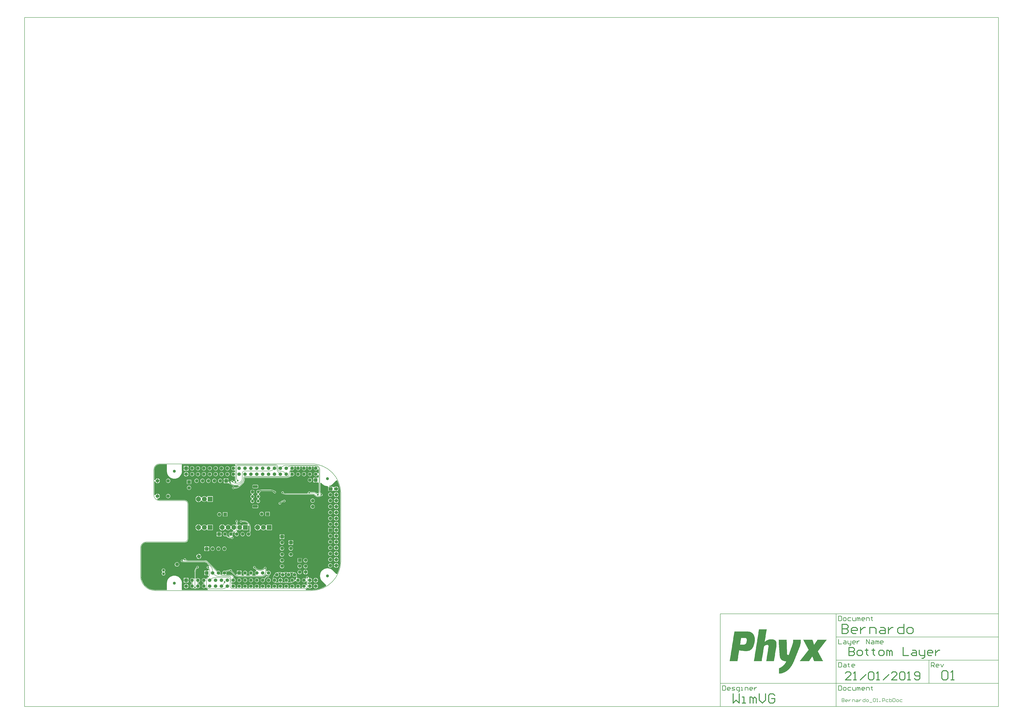
<source format=gbl>
G04*
G04 #@! TF.GenerationSoftware,Altium Limited,Altium Designer,18.1.9 (240)*
G04*
G04 Layer_Physical_Order=2*
G04 Layer_Color=3381759*
%FSLAX25Y25*%
%MOIN*%
G70*
G01*
G75*
%ADD11C,0.00984*%
%ADD12C,0.00787*%
%ADD13C,0.00591*%
%ADD15C,0.01575*%
%ADD18R,0.04331X0.03937*%
%ADD44C,0.06299*%
%ADD48C,0.05118*%
%ADD56C,0.06000*%
%ADD57C,0.08268*%
%ADD58R,0.08268X0.08268*%
%ADD59R,0.05906X0.05906*%
%ADD60C,0.05906*%
%ADD61R,0.05906X0.05906*%
%ADD62O,0.07874X0.08268*%
%ADD63C,0.04724*%
G04:AMPARAMS|DCode=64|XSize=86.61mil|YSize=47.24mil|CornerRadius=11.81mil|HoleSize=0mil|Usage=FLASHONLY|Rotation=0.000|XOffset=0mil|YOffset=0mil|HoleType=Round|Shape=RoundedRectangle|*
%AMROUNDEDRECTD64*
21,1,0.08661,0.02362,0,0,0.0*
21,1,0.06299,0.04724,0,0,0.0*
1,1,0.02362,0.03150,-0.01181*
1,1,0.02362,-0.03150,-0.01181*
1,1,0.02362,-0.03150,0.01181*
1,1,0.02362,0.03150,0.01181*
%
%ADD64ROUNDEDRECTD64*%
G04:AMPARAMS|DCode=65|XSize=51.18mil|YSize=51.18mil|CornerRadius=12.8mil|HoleSize=0mil|Usage=FLASHONLY|Rotation=270.000|XOffset=0mil|YOffset=0mil|HoleType=Round|Shape=RoundedRectangle|*
%AMROUNDEDRECTD65*
21,1,0.05118,0.02559,0,0,270.0*
21,1,0.02559,0.05118,0,0,270.0*
1,1,0.02559,-0.01280,-0.01280*
1,1,0.02559,-0.01280,0.01280*
1,1,0.02559,0.01280,0.01280*
1,1,0.02559,0.01280,-0.01280*
%
%ADD65ROUNDEDRECTD65*%
%ADD66C,0.02756*%
G36*
X32500Y214097D02*
X44786D01*
Y202500D01*
X44764D01*
X44921Y200508D01*
X45387Y198564D01*
X46152Y196718D01*
X47196Y195014D01*
X48494Y193494D01*
X50014Y192196D01*
X51718Y191152D01*
X53564Y190387D01*
X55508Y189921D01*
X57500Y189764D01*
X59492Y189921D01*
X61436Y190387D01*
X63282Y191152D01*
X64986Y192196D01*
X66506Y193494D01*
X67804Y195014D01*
X68848Y196718D01*
X69613Y198564D01*
X70079Y200508D01*
X70236Y202500D01*
X70214D01*
Y214097D01*
X160481D01*
X161234Y212522D01*
X161042Y212271D01*
X160716Y211484D01*
X160126Y211117D01*
X158973Y210725D01*
X158425Y210952D01*
X157500Y211074D01*
X156575Y210952D01*
X155713Y210595D01*
X154973Y210027D01*
X154405Y209287D01*
X154048Y208425D01*
X153926Y207500D01*
X154048Y206575D01*
X154405Y205713D01*
X154973Y204973D01*
X155713Y204405D01*
X156575Y204048D01*
X157500Y203926D01*
X158425Y204048D01*
X158939Y204261D01*
X160000Y203799D01*
X160514Y203362D01*
Y201638D01*
X160000Y201201D01*
X158939Y200739D01*
X158425Y200952D01*
X157500Y201074D01*
X156575Y200952D01*
X155713Y200595D01*
X154973Y200027D01*
X154405Y199287D01*
X154048Y198425D01*
X153926Y197500D01*
X154048Y196575D01*
X154405Y195713D01*
X154973Y194973D01*
X155713Y194405D01*
X156575Y194048D01*
X157500Y193926D01*
X158425Y194048D01*
X158939Y194261D01*
X160000Y193799D01*
X160514Y193362D01*
Y186016D01*
X159998Y185671D01*
X159563Y185020D01*
X158082Y185422D01*
X157579Y185749D01*
X157563Y185831D01*
X157128Y186482D01*
X156477Y186917D01*
X155709Y187070D01*
X154941Y186917D01*
X154289Y186482D01*
X153854Y185831D01*
X153839Y185755D01*
X153153Y184919D01*
X152175Y184663D01*
X152067Y184684D01*
X151299Y184531D01*
X150803Y184200D01*
X150083Y184379D01*
X149228Y184807D01*
Y185728D01*
X145776D01*
Y182276D01*
X148708D01*
X149570Y182066D01*
X150483Y181504D01*
X150648Y181258D01*
X151299Y180823D01*
X152067Y180670D01*
X152711Y180798D01*
X153563Y180071D01*
X155024Y179176D01*
X156607Y178520D01*
X158273Y178120D01*
X158954Y178063D01*
X159038Y178046D01*
X160521Y178046D01*
X162996D01*
Y178030D01*
X164705Y178165D01*
X165895Y178450D01*
X166614Y177004D01*
X166171Y176639D01*
X164596Y175798D01*
X162888Y175280D01*
X161149Y175108D01*
X161111Y175116D01*
X159264D01*
X158919Y175632D01*
X158268Y176067D01*
X157500Y176220D01*
X156732Y176067D01*
X156081Y175632D01*
X155646Y174981D01*
X155493Y174213D01*
X155646Y173444D01*
X156081Y172793D01*
X156732Y172358D01*
X157500Y172205D01*
X158268Y172358D01*
X158919Y172793D01*
X159264Y173309D01*
X161111D01*
Y173293D01*
X162819Y173428D01*
X164485Y173828D01*
X166068Y174483D01*
X167529Y175379D01*
X168832Y176491D01*
X168821Y176503D01*
X174050Y181732D01*
X174071Y181711D01*
X175279Y183184D01*
X176177Y184864D01*
X176730Y186687D01*
X176917Y188583D01*
X176887D01*
Y190594D01*
X176908D01*
X176957Y190843D01*
X177098Y191054D01*
X177310Y191196D01*
X177559Y191245D01*
Y191265D01*
X248026D01*
Y191249D01*
X249735Y191384D01*
X251401Y191783D01*
X252984Y192439D01*
X254445Y193334D01*
X255705Y194411D01*
X255713Y194405D01*
X256575Y194048D01*
X257500Y193926D01*
X258425Y194048D01*
X259287Y194405D01*
X260027Y194973D01*
X260595Y195713D01*
X260952Y196575D01*
X261074Y197500D01*
X260952Y198425D01*
X260595Y199287D01*
X260027Y200027D01*
X259287Y200595D01*
X258425Y200952D01*
X257500Y201074D01*
X256575Y200952D01*
X255713Y200595D01*
X255066Y200098D01*
X254907Y200130D01*
X253772Y201258D01*
X253912Y201720D01*
X254708Y203209D01*
X255698Y204416D01*
X255713Y204405D01*
X256575Y204048D01*
X257500Y203926D01*
X258425Y204048D01*
X259287Y204405D01*
X260027Y204973D01*
X260595Y205713D01*
X260952Y206575D01*
X261074Y207500D01*
X260952Y208425D01*
X260750Y208913D01*
X261242Y210018D01*
X261659Y210488D01*
X263342D01*
X263758Y210018D01*
X264250Y208913D01*
X264048Y208425D01*
X263926Y207500D01*
X264048Y206575D01*
X264405Y205713D01*
X264973Y204973D01*
X265713Y204405D01*
X266575Y204048D01*
X267500Y203926D01*
X268425Y204048D01*
X269287Y204405D01*
X270027Y204973D01*
X270595Y205713D01*
X270952Y206575D01*
X271074Y207500D01*
X270952Y208425D01*
X270750Y208913D01*
X271242Y210018D01*
X271658Y210488D01*
X273342D01*
X273758Y210018D01*
X274250Y208913D01*
X274048Y208425D01*
X273926Y207500D01*
X274048Y206575D01*
X274405Y205713D01*
X274973Y204973D01*
X275713Y204405D01*
X276575Y204048D01*
X277500Y203926D01*
X278425Y204048D01*
X279287Y204405D01*
X280027Y204973D01*
X280595Y205713D01*
X280952Y206575D01*
X281074Y207500D01*
X280952Y208425D01*
X280750Y208913D01*
X281242Y210018D01*
X281659Y210488D01*
X283342D01*
X283758Y210018D01*
X284250Y208913D01*
X284048Y208425D01*
X283926Y207500D01*
X284048Y206575D01*
X284405Y205713D01*
X284973Y204973D01*
X285713Y204405D01*
X286575Y204048D01*
X287500Y203926D01*
X288425Y204048D01*
X289287Y204405D01*
X290027Y204973D01*
X290595Y205713D01*
X290952Y206575D01*
X291074Y207500D01*
X290952Y208425D01*
X290750Y208913D01*
X291242Y210018D01*
X291658Y210488D01*
X293342D01*
X293758Y210018D01*
X294250Y208913D01*
X294048Y208425D01*
X293926Y207500D01*
X294048Y206575D01*
X294405Y205713D01*
X294973Y204973D01*
X295713Y204405D01*
X296575Y204048D01*
X297500Y203926D01*
X298425Y204048D01*
X299287Y204405D01*
X300027Y204973D01*
X300595Y205713D01*
X300609Y205747D01*
X300762Y205727D01*
X302246Y205311D01*
Y199415D01*
X300672Y199102D01*
X300595Y199287D01*
X300027Y200027D01*
X299287Y200595D01*
X298425Y200952D01*
X297500Y201074D01*
X296575Y200952D01*
X295713Y200595D01*
X294973Y200027D01*
X294405Y199287D01*
X294048Y198425D01*
X293926Y197500D01*
X294048Y196575D01*
X294405Y195713D01*
X294973Y194973D01*
X295713Y194405D01*
X296575Y194048D01*
X297500Y193926D01*
X298425Y194048D01*
X299287Y194405D01*
X300027Y194973D01*
X300595Y195713D01*
X300672Y195898D01*
X302246Y195585D01*
Y192699D01*
X301453Y191453D01*
X300672Y191453D01*
X298000D01*
Y187500D01*
Y183547D01*
X300672D01*
X301453Y183547D01*
X302246Y182301D01*
Y167155D01*
X302257Y167103D01*
X302075Y165723D01*
X301686Y164994D01*
X300070Y164689D01*
X299619Y165074D01*
X298158Y165970D01*
X296575Y166625D01*
X294909Y167025D01*
X293200Y167160D01*
Y167143D01*
X288181D01*
X287837Y167659D01*
X287185Y168095D01*
X286417Y168247D01*
X285649Y168095D01*
X284998Y167659D01*
X284563Y167008D01*
X284410Y166240D01*
X283413Y164787D01*
X283237Y164683D01*
X247082D01*
X247071Y164680D01*
X245619Y164823D01*
X244212Y165250D01*
X243073Y165859D01*
X243149Y166240D01*
X242996Y167008D01*
X242561Y167659D01*
X241910Y168095D01*
X241142Y168247D01*
X240374Y168095D01*
X239722Y167659D01*
X239287Y167008D01*
X239135Y166240D01*
X239287Y165472D01*
X239722Y164821D01*
X240374Y164386D01*
X241142Y164233D01*
X241910Y164386D01*
X241934Y164402D01*
X243511Y163559D01*
X245262Y163028D01*
X247082Y162849D01*
Y162876D01*
X292098D01*
X292150Y162887D01*
X293608Y162695D01*
X295016Y162112D01*
X295016Y162111D01*
X296195Y161156D01*
X296195Y161156D01*
X297476Y160105D01*
X298938Y159323D01*
X299269Y159223D01*
X299278Y159217D01*
X299310Y159210D01*
X300524Y158842D01*
X302173Y158680D01*
Y158680D01*
X302362Y158673D01*
X303809Y158863D01*
X303862Y158885D01*
X305104Y159400D01*
X305157Y159422D01*
X306314Y160310D01*
X307086Y160395D01*
X307086Y160395D01*
X307854Y160548D01*
X308506Y160983D01*
X308941Y161634D01*
X309093Y162402D01*
X308941Y163170D01*
X308506Y163821D01*
X307854Y164256D01*
X307086Y164409D01*
X306678Y164328D01*
X305960Y165671D01*
X305498Y167194D01*
X305344Y168757D01*
X305348Y168779D01*
Y182516D01*
X306923Y182960D01*
X307196Y182514D01*
X308494Y180994D01*
X310014Y179696D01*
X311718Y178652D01*
X313564Y177887D01*
X315508Y177421D01*
X317500Y177264D01*
X317751Y177284D01*
X318701Y175779D01*
Y169016D01*
X325787D01*
Y169016D01*
X327362Y169609D01*
X327425Y169591D01*
X328058Y169591D01*
X329619D01*
X330251Y169106D01*
X331212Y168708D01*
X331744Y168638D01*
Y172559D01*
Y176480D01*
X331212Y176410D01*
X330251Y176012D01*
X329620Y175528D01*
X327425Y175528D01*
X327362Y175510D01*
X325787Y176102D01*
Y176102D01*
X320747D01*
X320561Y177677D01*
X321436Y177887D01*
X323282Y178652D01*
X324986Y179696D01*
X326506Y180994D01*
X326490Y181010D01*
X332447Y186967D01*
X334004Y186727D01*
X334510Y185755D01*
X336149Y181797D01*
X337438Y177711D01*
X338365Y173528D01*
X338924Y169280D01*
X339108Y165058D01*
X339097Y165000D01*
Y50000D01*
X339108Y49942D01*
X338924Y45720D01*
X338365Y41472D01*
X337438Y37289D01*
X336149Y33203D01*
X334510Y29245D01*
X334004Y28273D01*
X332447Y28033D01*
X326490Y33990D01*
X326506Y34006D01*
X324986Y35304D01*
X323282Y36348D01*
X321436Y37113D01*
X319492Y37579D01*
X317500Y37736D01*
X315508Y37579D01*
X313564Y37113D01*
X311718Y36348D01*
X310014Y35304D01*
X308494Y34006D01*
X307196Y32486D01*
X306152Y30782D01*
X305387Y28936D01*
X304921Y26992D01*
X304764Y25000D01*
X304921Y23008D01*
X305387Y21064D01*
X306152Y19218D01*
X307196Y17514D01*
X308494Y15994D01*
X308510Y16010D01*
X315190Y9329D01*
X315019Y7764D01*
X314556Y7469D01*
X310755Y5490D01*
X306797Y3851D01*
X302711Y2562D01*
X298528Y1635D01*
X294280Y1076D01*
X290058Y892D01*
X290000Y903D01*
X280656D01*
X280322Y2390D01*
X280520Y2472D01*
X281318Y2803D01*
X281519Y2886D01*
X282544Y3672D01*
X282544Y3673D01*
X283007Y4275D01*
X284244Y4575D01*
X284946Y4478D01*
X285507Y4047D01*
X286468Y3649D01*
X287000Y3579D01*
Y7500D01*
Y11421D01*
X286468Y11351D01*
X285507Y10953D01*
X283974Y11762D01*
Y13238D01*
X285507Y14047D01*
X286468Y13649D01*
X287000Y13579D01*
Y17500D01*
Y21421D01*
X286468Y21351D01*
X286457Y21346D01*
X285078Y22441D01*
X284925Y23209D01*
X284490Y23860D01*
X283839Y24295D01*
X283071Y24448D01*
X282303Y24295D01*
X281652Y23860D01*
X281217Y23209D01*
X281064Y22441D01*
X281217Y21673D01*
X281652Y21022D01*
X281548Y20632D01*
X280755Y20317D01*
X279803Y20199D01*
X279287Y20595D01*
X278425Y20952D01*
X277500Y21074D01*
X276575Y20952D01*
X275713Y20595D01*
X274973Y20027D01*
X274405Y19287D01*
X274048Y18425D01*
X273926Y17500D01*
X274048Y16575D01*
X274405Y15713D01*
X274973Y14973D01*
X275713Y14405D01*
X276575Y14048D01*
X277500Y13926D01*
X278425Y14048D01*
X279287Y14405D01*
X280027Y14973D01*
X280595Y15713D01*
X282168Y15395D01*
Y9605D01*
X280595Y9287D01*
X280027Y10027D01*
X279287Y10595D01*
X278425Y10952D01*
X277500Y11074D01*
X276575Y10952D01*
X275713Y10595D01*
X274973Y10027D01*
X274405Y9287D01*
X274048Y8425D01*
X273926Y7500D01*
X274048Y6575D01*
X274405Y5713D01*
X274470Y5628D01*
X273694Y4053D01*
X271306D01*
X270530Y5628D01*
X270595Y5713D01*
X270952Y6575D01*
X271074Y7500D01*
X270952Y8425D01*
X270595Y9287D01*
X270027Y10027D01*
X269287Y10595D01*
X268425Y10952D01*
X267500Y11074D01*
X266575Y10952D01*
X265713Y10595D01*
X264973Y10027D01*
X264405Y9287D01*
X264048Y8425D01*
X263926Y7500D01*
X264048Y6575D01*
X264405Y5713D01*
X264471Y5628D01*
X263694Y4053D01*
X261306D01*
X260529Y5628D01*
X260595Y5713D01*
X260952Y6575D01*
X261074Y7500D01*
X260952Y8425D01*
X260595Y9287D01*
X260027Y10027D01*
X259287Y10595D01*
X258425Y10952D01*
X257500Y11074D01*
X256575Y10952D01*
X255713Y10595D01*
X254973Y10027D01*
X254405Y9287D01*
X254048Y8425D01*
X253926Y7500D01*
X254048Y6575D01*
X254405Y5713D01*
X254470Y5628D01*
X253694Y4053D01*
X251306D01*
X250530Y5628D01*
X250595Y5713D01*
X250952Y6575D01*
X251074Y7500D01*
X250952Y8425D01*
X250595Y9287D01*
X250027Y10027D01*
X249287Y10595D01*
X248425Y10952D01*
X247500Y11074D01*
X246575Y10952D01*
X245713Y10595D01*
X244973Y10027D01*
X244405Y9287D01*
X244048Y8425D01*
X243926Y7500D01*
X244048Y6575D01*
X244405Y5713D01*
X244471Y5628D01*
X243694Y4053D01*
X241306D01*
X240529Y5628D01*
X240595Y5713D01*
X240952Y6575D01*
X241074Y7500D01*
X240952Y8425D01*
X240595Y9287D01*
X240027Y10027D01*
X239287Y10595D01*
X238425Y10952D01*
X237500Y11074D01*
X236575Y10952D01*
X235713Y10595D01*
X234973Y10027D01*
X234405Y9287D01*
X234048Y8425D01*
X233926Y7500D01*
X234048Y6575D01*
X234405Y5713D01*
X234471Y5628D01*
X233694Y4053D01*
X231306D01*
X230529Y5628D01*
X230595Y5713D01*
X230952Y6575D01*
X231074Y7500D01*
X230952Y8425D01*
X230595Y9287D01*
X230027Y10027D01*
X229287Y10595D01*
X228425Y10952D01*
X227500Y11074D01*
X226575Y10952D01*
X225713Y10595D01*
X224973Y10027D01*
X224405Y9287D01*
X224048Y8425D01*
X223926Y7500D01*
X224048Y6575D01*
X224405Y5713D01*
X224470Y5628D01*
X223694Y4053D01*
X221306D01*
X220530Y5628D01*
X220595Y5713D01*
X220952Y6575D01*
X221074Y7500D01*
X220952Y8425D01*
X220595Y9287D01*
X220027Y10027D01*
X219287Y10595D01*
X218425Y10952D01*
X217500Y11074D01*
X216575Y10952D01*
X215713Y10595D01*
X214973Y10027D01*
X214405Y9287D01*
X214048Y8425D01*
X213926Y7500D01*
X214048Y6575D01*
X214405Y5713D01*
X214471Y5628D01*
X213694Y4053D01*
X211306D01*
X210529Y5628D01*
X210595Y5713D01*
X210952Y6575D01*
X211074Y7500D01*
X210952Y8425D01*
X210595Y9287D01*
X210027Y10027D01*
X209287Y10595D01*
X208425Y10952D01*
X207500Y11074D01*
X206575Y10952D01*
X205713Y10595D01*
X204973Y10027D01*
X204405Y9287D01*
X204048Y8425D01*
X203926Y7500D01*
X204048Y6575D01*
X204405Y5713D01*
X204470Y5628D01*
X203694Y4053D01*
X201306D01*
X200529Y5628D01*
X200595Y5713D01*
X200952Y6575D01*
X201074Y7500D01*
X200952Y8425D01*
X200595Y9287D01*
X200027Y10027D01*
X199287Y10595D01*
X198425Y10952D01*
X197500Y11074D01*
X196575Y10952D01*
X195713Y10595D01*
X194973Y10027D01*
X194405Y9287D01*
X194048Y8425D01*
X193926Y7500D01*
X194048Y6575D01*
X194405Y5713D01*
X194471Y5628D01*
X193694Y4053D01*
X191306D01*
X190529Y5628D01*
X190595Y5713D01*
X190952Y6575D01*
X191074Y7500D01*
X190952Y8425D01*
X190595Y9287D01*
X190027Y10027D01*
X189287Y10595D01*
X188425Y10952D01*
X187500Y11074D01*
X186575Y10952D01*
X185713Y10595D01*
X184973Y10027D01*
X184405Y9287D01*
X184048Y8425D01*
X183926Y7500D01*
X184048Y6575D01*
X184405Y5713D01*
X184470Y5628D01*
X183694Y4053D01*
X181306D01*
X180529Y5628D01*
X180595Y5713D01*
X180952Y6575D01*
X181074Y7500D01*
X180952Y8425D01*
X180595Y9287D01*
X180027Y10027D01*
X179287Y10595D01*
X178425Y10952D01*
X177500Y11074D01*
X176575Y10952D01*
X175713Y10595D01*
X174973Y10027D01*
X174405Y9287D01*
X174048Y8425D01*
X173926Y7500D01*
X174048Y6575D01*
X174405Y5713D01*
X174470Y5628D01*
X173694Y4053D01*
X171306D01*
X170529Y5628D01*
X170595Y5713D01*
X170952Y6575D01*
X171074Y7500D01*
X170952Y8425D01*
X170595Y9287D01*
X170027Y10027D01*
X169287Y10595D01*
X168425Y10952D01*
X167500Y11074D01*
X166575Y10952D01*
X165713Y10595D01*
X164973Y10027D01*
X164405Y9287D01*
X164048Y8425D01*
X163926Y7500D01*
X164048Y6575D01*
X164405Y5713D01*
X164471Y5628D01*
X163694Y4053D01*
X161306D01*
X160529Y5628D01*
X160595Y5713D01*
X160952Y6575D01*
X161074Y7500D01*
X160952Y8425D01*
X160595Y9287D01*
X160027Y10027D01*
X159287Y10595D01*
X158425Y10952D01*
X157500Y11074D01*
X156575Y10952D01*
X155899Y10672D01*
X155129Y12113D01*
X154818Y13139D01*
X155069Y13494D01*
X156098Y14208D01*
X156153Y14223D01*
X156575Y14048D01*
X157500Y13926D01*
X158425Y14048D01*
X159287Y14405D01*
X160027Y14973D01*
X160595Y15713D01*
X160952Y16575D01*
X161074Y17500D01*
X160952Y18425D01*
X160595Y19287D01*
X160027Y20027D01*
X159287Y20595D01*
X158425Y20952D01*
X158401Y22441D01*
X158262Y23494D01*
X158096Y23897D01*
X157856Y24476D01*
X157209Y25319D01*
X156366Y25966D01*
X155384Y26373D01*
X154331Y26511D01*
Y26494D01*
X146103D01*
X145346Y28069D01*
X145457Y28213D01*
X145814Y29075D01*
X145936Y30000D01*
X145814Y30925D01*
X145619Y31396D01*
X146992Y32129D01*
X148663Y32636D01*
X150354Y32803D01*
X150401Y32793D01*
X151519D01*
X151730Y32478D01*
X152381Y32043D01*
X153149Y31890D01*
X153521Y31964D01*
X158927Y26558D01*
X158918Y26549D01*
X160245Y25416D01*
X161732Y24504D01*
X163344Y23837D01*
X165040Y23429D01*
X166779Y23292D01*
Y23306D01*
X206299D01*
Y23291D01*
X207746Y23434D01*
X207813Y23454D01*
X209138Y23856D01*
X210420Y24541D01*
X211544Y25464D01*
X212467Y26588D01*
X212535Y26715D01*
X214406Y27029D01*
X214840Y26729D01*
X214919Y26124D01*
X214484Y25473D01*
X214430Y25198D01*
X213903Y24980D01*
X212894Y24205D01*
X212911Y24188D01*
X209304Y20582D01*
X209287Y20595D01*
X208425Y20952D01*
X207500Y21074D01*
X206575Y20952D01*
X205713Y20595D01*
X204973Y20027D01*
X204405Y19287D01*
X204048Y18425D01*
X203926Y17500D01*
X204048Y16575D01*
X204405Y15713D01*
X204973Y14973D01*
X205713Y14405D01*
X206575Y14048D01*
X207500Y13926D01*
X208425Y14048D01*
X209287Y14405D01*
X210027Y14973D01*
X210595Y15713D01*
X210952Y16575D01*
X211074Y17500D01*
X210952Y18425D01*
X210595Y19287D01*
X210582Y19304D01*
X213657Y22379D01*
X214919Y23286D01*
X215570Y22850D01*
X216339Y22698D01*
X217107Y22850D01*
X217758Y23286D01*
X218193Y23937D01*
X218346Y24705D01*
X218299Y24940D01*
X218370Y25722D01*
X219168Y26848D01*
X219307Y26905D01*
X220047Y27473D01*
X220615Y28213D01*
X220972Y29075D01*
X221094Y30000D01*
X220972Y30925D01*
X220615Y31787D01*
X220047Y32527D01*
X219307Y33095D01*
X218445Y33452D01*
X217520Y33574D01*
X216595Y33452D01*
X215733Y33095D01*
X215277Y32745D01*
X214262Y33040D01*
X213702Y33432D01*
Y35754D01*
X213720D01*
X213567Y36914D01*
X213415Y37281D01*
X213469Y37362D01*
X213621Y38130D01*
X213469Y38898D01*
X213033Y39549D01*
X212382Y39984D01*
X211614Y40137D01*
X210846Y39984D01*
X210195Y39549D01*
X209760Y38898D01*
X209607Y38130D01*
X209672Y37804D01*
X208741Y37040D01*
X207201Y36217D01*
X205529Y35710D01*
X203838Y35543D01*
X203791Y35553D01*
X202429D01*
X202382Y35543D01*
X200691Y35710D01*
X199019Y36217D01*
X197479Y37040D01*
X196166Y38118D01*
X196139Y38158D01*
X195240Y39057D01*
X195314Y39429D01*
X195161Y40197D01*
X194726Y40848D01*
X194075Y41283D01*
X193307Y41436D01*
X192539Y41283D01*
X191888Y40848D01*
X191453Y40197D01*
X191300Y39429D01*
X191453Y38661D01*
X191888Y38010D01*
X192539Y37574D01*
X193307Y37422D01*
X193342Y37429D01*
X194568Y36588D01*
X195895Y35455D01*
X196575Y35038D01*
X196585Y34214D01*
X196329Y33342D01*
X195733Y33095D01*
X194993Y32527D01*
X194425Y31787D01*
X194068Y30925D01*
X193946Y30000D01*
X194068Y29075D01*
X194425Y28213D01*
X194993Y27473D01*
X195494Y27088D01*
X195385Y26178D01*
X195067Y25513D01*
X189973D01*
X189655Y26178D01*
X189545Y27088D01*
X190047Y27473D01*
X190615Y28213D01*
X190972Y29075D01*
X191094Y30000D01*
X190972Y30925D01*
X190615Y31787D01*
X190047Y32527D01*
X189307Y33095D01*
X188445Y33452D01*
X187520Y33574D01*
X186595Y33452D01*
X185733Y33095D01*
X184993Y32527D01*
X184425Y31787D01*
X184068Y30925D01*
X183946Y30000D01*
X184068Y29075D01*
X184425Y28213D01*
X184993Y27473D01*
X185494Y27088D01*
X185385Y26178D01*
X185067Y25513D01*
X179973D01*
X179655Y26178D01*
X179545Y27088D01*
X180047Y27473D01*
X180615Y28213D01*
X180972Y29075D01*
X181094Y30000D01*
X180972Y30925D01*
X180615Y31787D01*
X180047Y32527D01*
X179307Y33095D01*
X178445Y33452D01*
X177520Y33574D01*
X176595Y33452D01*
X175733Y33095D01*
X174993Y32527D01*
X174425Y31787D01*
X174068Y30925D01*
X173946Y30000D01*
X174068Y29075D01*
X174425Y28213D01*
X174993Y27473D01*
X175494Y27088D01*
X175385Y26178D01*
X175067Y25513D01*
X172826D01*
X171472Y26047D01*
Y29500D01*
X163567D01*
Y27857D01*
X161992Y26913D01*
X161829Y27001D01*
X160515Y28079D01*
X160488Y28119D01*
X155082Y33525D01*
X155156Y33897D01*
X155003Y34665D01*
X154568Y35317D01*
X153917Y35752D01*
X153149Y35904D01*
X152381Y35752D01*
X151825Y35380D01*
X150401Y35014D01*
Y35014D01*
X148662Y34877D01*
X146966Y34470D01*
X145354Y33803D01*
X144172Y33078D01*
X144149Y33095D01*
X143287Y33452D01*
X142362Y33574D01*
X141437Y33452D01*
X140575Y33095D01*
X139835Y32527D01*
X139267Y31787D01*
X138910Y30925D01*
X138788Y30000D01*
X138910Y29075D01*
X139243Y28271D01*
X139151Y28062D01*
X138275Y26919D01*
X137428Y27176D01*
X135854Y28018D01*
X135497Y28310D01*
X135814Y29075D01*
X135936Y30000D01*
X135814Y30925D01*
X135457Y31787D01*
X134889Y32527D01*
X134149Y33095D01*
X133287Y33452D01*
X132362Y33574D01*
X131437Y33452D01*
X130575Y33095D01*
X130558Y33082D01*
X114812Y48828D01*
X114828Y48844D01*
X113547Y49896D01*
X112086Y50677D01*
X110500Y51158D01*
X108851Y51320D01*
Y51297D01*
X80424D01*
Y51298D01*
X79159Y51423D01*
X77942Y51792D01*
X77137Y52222D01*
X77204Y52559D01*
X77051Y53327D01*
X76616Y53978D01*
X75965Y54413D01*
X75197Y54566D01*
X74429Y54413D01*
X73778Y53978D01*
X73343Y53327D01*
X73212Y52671D01*
X72511Y52215D01*
X71708Y51935D01*
X71241Y52248D01*
X70472Y52401D01*
X69704Y52248D01*
X69053Y51813D01*
X68618Y51162D01*
X68465Y50394D01*
X68618Y49626D01*
X69053Y48974D01*
X69704Y48539D01*
X70472Y48387D01*
X71241Y48539D01*
X71467Y48691D01*
X71842Y48535D01*
X72040Y48453D01*
X73324Y48284D01*
Y48309D01*
X106881D01*
X106919Y48317D01*
X108658Y48146D01*
X110367Y47627D01*
X111942Y46786D01*
X113293Y45677D01*
X113314Y45645D01*
X116682Y42277D01*
X115678Y41054D01*
X115335Y41283D01*
X114567Y41436D01*
X113799Y41283D01*
X113148Y40848D01*
X112713Y40197D01*
X112560Y39429D01*
X112713Y38661D01*
X113148Y38010D01*
X113799Y37574D01*
X114567Y37422D01*
X115030Y37514D01*
X115290Y37197D01*
X116131Y35623D01*
X116160Y35528D01*
X114992Y33953D01*
X112862D01*
Y30000D01*
Y26048D01*
X114449D01*
X115393Y24473D01*
X115290Y24279D01*
X114940Y23853D01*
X113910Y22704D01*
X113910Y22704D01*
X112791Y21341D01*
X112027Y19912D01*
X111706Y19772D01*
X110285Y19690D01*
X110027Y20027D01*
X109287Y20595D01*
X108425Y20952D01*
X107500Y21074D01*
X106575Y20952D01*
X105713Y20595D01*
X104973Y20027D01*
X104405Y19287D01*
X104048Y18425D01*
X103926Y17500D01*
X104048Y16575D01*
X104405Y15713D01*
X104973Y14973D01*
X105713Y14405D01*
X106396Y14122D01*
Y10878D01*
X105713Y10595D01*
X104973Y10027D01*
X104405Y9287D01*
X104048Y8425D01*
X103926Y7500D01*
X104048Y6575D01*
X104405Y5713D01*
X104973Y4973D01*
X105713Y4405D01*
X106575Y4048D01*
X107500Y3926D01*
X108425Y4048D01*
X109287Y4405D01*
X110027Y4973D01*
X110138Y5117D01*
X111893Y4972D01*
X111905Y4965D01*
X112031Y4661D01*
X112934Y3485D01*
X114110Y2582D01*
X114361Y2478D01*
X114048Y903D01*
X70214D01*
Y12500D01*
X70236D01*
X70079Y14492D01*
X69613Y16436D01*
X68848Y18282D01*
X67804Y19986D01*
X66506Y21506D01*
X64986Y22804D01*
X63282Y23848D01*
X61436Y24613D01*
X59492Y25079D01*
X57500Y25236D01*
X55508Y25079D01*
X53564Y24613D01*
X51718Y23848D01*
X50014Y22804D01*
X48494Y21506D01*
X47196Y19986D01*
X46152Y18282D01*
X45387Y16436D01*
X44921Y14492D01*
X44764Y12500D01*
X44786D01*
Y903D01*
X25000D01*
X24979Y899D01*
X22301Y1049D01*
X19637Y1502D01*
X17040Y2250D01*
X14543Y3285D01*
X12177Y4592D01*
X9973Y6156D01*
X7957Y7957D01*
X6156Y9973D01*
X4592Y12177D01*
X3285Y14543D01*
X2250Y17040D01*
X1502Y19637D01*
X1049Y22301D01*
X899Y24979D01*
X903Y25000D01*
Y72500D01*
X896Y72538D01*
X1067Y74277D01*
X1585Y75985D01*
X2427Y77560D01*
X3560Y78940D01*
X4940Y80073D01*
X6515Y80915D01*
X8223Y81433D01*
X9962Y81604D01*
X10000Y81597D01*
X75000D01*
Y81586D01*
X76154Y81699D01*
X76490Y81801D01*
X77263Y82036D01*
X78286Y82582D01*
X79182Y83318D01*
X79918Y84214D01*
X80464Y85237D01*
X80699Y86010D01*
X80801Y86346D01*
X80914Y87500D01*
X80903D01*
X80903Y87500D01*
Y147500D01*
X80914D01*
X80801Y148654D01*
X80699Y148990D01*
X80464Y149763D01*
X79918Y150786D01*
X79182Y151682D01*
X78286Y152418D01*
X77263Y152964D01*
X76490Y153199D01*
X76154Y153301D01*
X75000Y153414D01*
Y153403D01*
X75000Y153403D01*
X32500D01*
X32462Y153396D01*
X30723Y153567D01*
X29094Y154061D01*
X28175Y154697D01*
X28758Y156209D01*
X28870Y156194D01*
X29914Y156331D01*
X30887Y156734D01*
X31723Y157376D01*
X32364Y158211D01*
X32767Y159184D01*
X32839Y159728D01*
X28870D01*
Y160228D01*
X28370D01*
Y164197D01*
X27826Y164125D01*
X26853Y163722D01*
X26017Y163081D01*
X25376Y162246D01*
X23685Y162277D01*
X23397Y162453D01*
X23396Y162462D01*
X23403Y162500D01*
Y185043D01*
X24973Y185184D01*
X25376Y184211D01*
X26017Y183376D01*
X26853Y182734D01*
X27826Y182331D01*
X28370Y182260D01*
Y186228D01*
Y190197D01*
X27826Y190125D01*
X26853Y189722D01*
X26017Y189081D01*
X25376Y188246D01*
X24973Y187273D01*
X23403Y187413D01*
Y205000D01*
X23396Y205038D01*
X23567Y206777D01*
X24085Y208486D01*
X24927Y210060D01*
X26060Y211440D01*
X27440Y212573D01*
X29015Y213415D01*
X30723Y213933D01*
X32462Y214104D01*
X32500Y214097D01*
D02*
G37*
G36*
X1165172Y-83717D02*
X1164886D01*
Y-84003D01*
X1164599D01*
Y-84290D01*
Y-84576D01*
X1164313D01*
Y-84862D01*
X1164027D01*
Y-85149D01*
X1163740D01*
Y-85435D01*
Y-85721D01*
X1163454D01*
Y-86007D01*
X1163168D01*
Y-86294D01*
X1162881D01*
Y-86580D01*
X1162595D01*
Y-86866D01*
Y-87153D01*
X1162309D01*
Y-87439D01*
X1162022D01*
Y-87725D01*
X1161736D01*
Y-88012D01*
Y-88298D01*
X1161450D01*
Y-88584D01*
X1161163D01*
Y-88871D01*
X1160877D01*
Y-89157D01*
X1160591D01*
Y-89443D01*
Y-89730D01*
X1160305D01*
Y-90016D01*
X1160018D01*
Y-90302D01*
X1159732D01*
Y-90588D01*
Y-90875D01*
X1159445D01*
Y-91161D01*
X1159159D01*
Y-91448D01*
X1158873D01*
Y-91734D01*
Y-92020D01*
X1158587D01*
Y-92306D01*
X1158300D01*
Y-92593D01*
X1158014D01*
Y-92879D01*
X1157728D01*
Y-93165D01*
Y-93452D01*
X1157441D01*
Y-93738D01*
X1157155D01*
Y-94024D01*
X1156869D01*
Y-94311D01*
Y-94597D01*
X1156582D01*
Y-94883D01*
X1156296D01*
Y-95170D01*
X1156010D01*
Y-95456D01*
Y-95742D01*
X1155723D01*
Y-96029D01*
X1155437D01*
Y-96315D01*
X1155151D01*
Y-96601D01*
X1154865D01*
Y-96887D01*
Y-97174D01*
X1154578D01*
Y-97460D01*
X1154292D01*
Y-97746D01*
X1154006D01*
Y-98033D01*
Y-98319D01*
X1153719D01*
Y-98605D01*
X1153433D01*
Y-98892D01*
X1153147D01*
Y-99178D01*
Y-99464D01*
X1152860D01*
Y-99751D01*
X1152574D01*
Y-100037D01*
X1152288D01*
Y-100323D01*
X1152001D01*
Y-100610D01*
Y-100896D01*
X1151715D01*
Y-101182D01*
X1151429D01*
Y-101468D01*
X1151142D01*
Y-101755D01*
Y-102041D01*
X1150856D01*
Y-102327D01*
X1150570D01*
Y-102614D01*
X1150284D01*
Y-102900D01*
X1149997D01*
Y-103186D01*
Y-103473D01*
X1150284D01*
Y-103759D01*
Y-104045D01*
X1150570D01*
Y-104332D01*
Y-104618D01*
X1150856D01*
Y-104904D01*
X1151142D01*
Y-105191D01*
Y-105477D01*
X1151429D01*
Y-105763D01*
Y-106049D01*
X1151715D01*
Y-106336D01*
Y-106622D01*
X1152001D01*
Y-106908D01*
Y-107195D01*
X1152288D01*
Y-107481D01*
Y-107767D01*
X1152574D01*
Y-108054D01*
Y-108340D01*
X1152860D01*
Y-108626D01*
Y-108913D01*
X1153147D01*
Y-109199D01*
Y-109485D01*
X1153433D01*
Y-109772D01*
X1153719D01*
Y-110058D01*
Y-110344D01*
X1154006D01*
Y-110630D01*
Y-110917D01*
X1154292D01*
Y-111203D01*
Y-111489D01*
X1154578D01*
Y-111776D01*
Y-112062D01*
X1154865D01*
Y-112348D01*
Y-112635D01*
X1155151D01*
Y-112921D01*
Y-113207D01*
X1155437D01*
Y-113494D01*
Y-113780D01*
X1155723D01*
Y-114066D01*
X1156010D01*
Y-114353D01*
Y-114639D01*
X1156296D01*
Y-114925D01*
Y-115211D01*
X1156582D01*
Y-115498D01*
Y-115784D01*
X1156869D01*
Y-116070D01*
Y-116357D01*
X1157155D01*
Y-116643D01*
Y-116929D01*
X1157441D01*
Y-117216D01*
Y-117502D01*
X1157728D01*
Y-117788D01*
Y-118075D01*
X1158014D01*
Y-118361D01*
X1158300D01*
Y-118647D01*
Y-118933D01*
X1158587D01*
Y-119220D01*
Y-119506D01*
X1158873D01*
Y-119792D01*
X1143698D01*
Y-119506D01*
X1143412D01*
Y-119220D01*
Y-118933D01*
Y-118647D01*
X1143126D01*
Y-118361D01*
Y-118075D01*
Y-117788D01*
X1142839D01*
Y-117502D01*
Y-117216D01*
X1142553D01*
Y-116929D01*
Y-116643D01*
Y-116357D01*
X1142267D01*
Y-116070D01*
Y-115784D01*
Y-115498D01*
X1141980D01*
Y-115211D01*
Y-114925D01*
X1141694D01*
Y-114639D01*
Y-114353D01*
Y-114066D01*
X1141408D01*
Y-113780D01*
Y-113494D01*
Y-113207D01*
X1141121D01*
Y-112921D01*
Y-112635D01*
Y-112348D01*
X1140835D01*
Y-112062D01*
X1140263D01*
Y-112348D01*
Y-112635D01*
X1139976D01*
Y-112921D01*
X1139690D01*
Y-113207D01*
Y-113494D01*
X1139404D01*
Y-113780D01*
X1139117D01*
Y-114066D01*
Y-114353D01*
X1138831D01*
Y-114639D01*
X1138545D01*
Y-114925D01*
Y-115211D01*
X1138258D01*
Y-115498D01*
X1137972D01*
Y-115784D01*
X1137686D01*
Y-116070D01*
Y-116357D01*
X1137399D01*
Y-116643D01*
X1137113D01*
Y-116929D01*
Y-117216D01*
X1136827D01*
Y-117502D01*
X1136541D01*
Y-117788D01*
Y-118075D01*
X1136254D01*
Y-118361D01*
X1135968D01*
Y-118647D01*
Y-118933D01*
X1135682D01*
Y-119220D01*
X1135395D01*
Y-119506D01*
Y-119792D01*
X1119362D01*
Y-119506D01*
X1119648D01*
Y-119220D01*
X1119934D01*
Y-118933D01*
X1120221D01*
Y-118647D01*
X1120507D01*
Y-118361D01*
Y-118075D01*
X1120793D01*
Y-117788D01*
X1121080D01*
Y-117502D01*
X1121366D01*
Y-117216D01*
X1121652D01*
Y-116929D01*
Y-116643D01*
X1121939D01*
Y-116357D01*
X1122225D01*
Y-116070D01*
X1122511D01*
Y-115784D01*
Y-115498D01*
X1122797D01*
Y-115211D01*
X1123084D01*
Y-114925D01*
X1123370D01*
Y-114639D01*
X1123656D01*
Y-114353D01*
Y-114066D01*
X1123943D01*
Y-113780D01*
X1124229D01*
Y-113494D01*
X1124515D01*
Y-113207D01*
X1124802D01*
Y-112921D01*
Y-112635D01*
X1125088D01*
Y-112348D01*
X1125374D01*
Y-112062D01*
X1125661D01*
Y-111776D01*
Y-111489D01*
X1125947D01*
Y-111203D01*
X1126233D01*
Y-110917D01*
X1126519D01*
Y-110630D01*
X1126806D01*
Y-110344D01*
Y-110058D01*
X1127092D01*
Y-109772D01*
X1127378D01*
Y-109485D01*
X1127665D01*
Y-109199D01*
Y-108913D01*
X1127951D01*
Y-108626D01*
X1128237D01*
Y-108340D01*
X1128524D01*
Y-108054D01*
X1128810D01*
Y-107767D01*
Y-107481D01*
X1129096D01*
Y-107195D01*
X1129383D01*
Y-106908D01*
X1129669D01*
Y-106622D01*
Y-106336D01*
X1129955D01*
Y-106049D01*
X1130242D01*
Y-105763D01*
X1130528D01*
Y-105477D01*
X1130814D01*
Y-105191D01*
Y-104904D01*
X1131100D01*
Y-104618D01*
X1131387D01*
Y-104332D01*
X1131673D01*
Y-104045D01*
X1131960D01*
Y-103759D01*
Y-103473D01*
X1132246D01*
Y-103186D01*
X1132532D01*
Y-102900D01*
X1132818D01*
Y-102614D01*
Y-102327D01*
X1133105D01*
Y-102041D01*
X1133391D01*
Y-101755D01*
X1133677D01*
Y-101468D01*
X1133964D01*
Y-101182D01*
Y-100896D01*
X1134250D01*
Y-100610D01*
Y-100323D01*
Y-100037D01*
X1133964D01*
Y-99751D01*
X1133677D01*
Y-99464D01*
Y-99178D01*
X1133391D01*
Y-98892D01*
Y-98605D01*
X1133105D01*
Y-98319D01*
Y-98033D01*
X1132818D01*
Y-97746D01*
Y-97460D01*
X1132532D01*
Y-97174D01*
Y-96887D01*
X1132246D01*
Y-96601D01*
Y-96315D01*
X1131960D01*
Y-96029D01*
X1131673D01*
Y-95742D01*
Y-95456D01*
X1131387D01*
Y-95170D01*
Y-94883D01*
X1131100D01*
Y-94597D01*
Y-94311D01*
X1130814D01*
Y-94024D01*
Y-93738D01*
X1130528D01*
Y-93452D01*
Y-93165D01*
X1130242D01*
Y-92879D01*
Y-92593D01*
X1129955D01*
Y-92306D01*
X1129669D01*
Y-92020D01*
Y-91734D01*
X1129383D01*
Y-91448D01*
Y-91161D01*
X1129096D01*
Y-90875D01*
Y-90588D01*
X1128810D01*
Y-90302D01*
Y-90016D01*
X1128524D01*
Y-89730D01*
Y-89443D01*
X1128237D01*
Y-89157D01*
Y-88871D01*
X1127951D01*
Y-88584D01*
Y-88298D01*
X1127665D01*
Y-88012D01*
X1127378D01*
Y-87725D01*
Y-87439D01*
X1127092D01*
Y-87153D01*
Y-86866D01*
X1126806D01*
Y-86580D01*
Y-86294D01*
X1126519D01*
Y-86007D01*
Y-85721D01*
X1126233D01*
Y-85435D01*
Y-85149D01*
X1125947D01*
Y-84862D01*
Y-84576D01*
X1125661D01*
Y-84290D01*
X1125374D01*
Y-84003D01*
Y-83717D01*
X1125088D01*
Y-83431D01*
X1140835D01*
Y-83717D01*
X1141121D01*
Y-84003D01*
Y-84290D01*
Y-84576D01*
X1141408D01*
Y-84862D01*
Y-85149D01*
Y-85435D01*
X1141694D01*
Y-85721D01*
Y-86007D01*
Y-86294D01*
X1141980D01*
Y-86580D01*
Y-86866D01*
Y-87153D01*
X1142267D01*
Y-87439D01*
Y-87725D01*
Y-88012D01*
X1142553D01*
Y-88298D01*
Y-88584D01*
Y-88871D01*
X1142839D01*
Y-89157D01*
Y-89443D01*
Y-89730D01*
X1143126D01*
Y-90016D01*
Y-90302D01*
Y-90588D01*
X1143412D01*
Y-90875D01*
Y-91161D01*
Y-91448D01*
Y-91734D01*
X1143985D01*
Y-91448D01*
X1144271D01*
Y-91161D01*
X1144557D01*
Y-90875D01*
Y-90588D01*
X1144844D01*
Y-90302D01*
X1145130D01*
Y-90016D01*
Y-89730D01*
X1145416D01*
Y-89443D01*
X1145702D01*
Y-89157D01*
Y-88871D01*
X1145989D01*
Y-88584D01*
X1146275D01*
Y-88298D01*
Y-88012D01*
X1146561D01*
Y-87725D01*
X1146848D01*
Y-87439D01*
Y-87153D01*
X1147134D01*
Y-86866D01*
X1147420D01*
Y-86580D01*
Y-86294D01*
X1147707D01*
Y-86007D01*
X1147993D01*
Y-85721D01*
Y-85435D01*
X1148279D01*
Y-85149D01*
X1148566D01*
Y-84862D01*
Y-84576D01*
X1148852D01*
Y-84290D01*
X1149138D01*
Y-84003D01*
Y-83717D01*
X1149425D01*
Y-83431D01*
X1165172D01*
Y-83717D01*
D02*
G37*
G36*
X1032036Y-69688D02*
X1033754D01*
Y-69974D01*
X1034613D01*
Y-70260D01*
X1035472D01*
Y-70547D01*
X1036331D01*
Y-70833D01*
X1036904D01*
Y-71119D01*
X1037190D01*
Y-71406D01*
X1037763D01*
Y-71692D01*
X1038049D01*
Y-71978D01*
X1038622D01*
Y-72264D01*
X1038908D01*
Y-72551D01*
X1039194D01*
Y-72837D01*
X1039480D01*
Y-73123D01*
X1039767D01*
Y-73410D01*
X1040053D01*
Y-73696D01*
X1040339D01*
Y-73982D01*
Y-74269D01*
X1040626D01*
Y-74555D01*
X1040912D01*
Y-74841D01*
Y-75128D01*
X1041198D01*
Y-75414D01*
X1041485D01*
Y-75700D01*
Y-75987D01*
X1041771D01*
Y-76273D01*
Y-76559D01*
Y-76846D01*
X1042057D01*
Y-77132D01*
Y-77418D01*
Y-77704D01*
X1042344D01*
Y-77991D01*
Y-78277D01*
Y-78563D01*
Y-78850D01*
X1042630D01*
Y-79136D01*
Y-79422D01*
Y-79709D01*
Y-79995D01*
Y-80281D01*
X1042916D01*
Y-80568D01*
Y-80854D01*
Y-81140D01*
Y-81427D01*
Y-81713D01*
Y-81999D01*
Y-82285D01*
Y-82572D01*
Y-82858D01*
Y-83144D01*
Y-83431D01*
Y-83717D01*
Y-84003D01*
Y-84290D01*
Y-84576D01*
Y-84862D01*
Y-85149D01*
Y-85435D01*
Y-85721D01*
Y-86007D01*
X1042630D01*
Y-86294D01*
Y-86580D01*
Y-86866D01*
Y-87153D01*
Y-87439D01*
Y-87725D01*
Y-88012D01*
X1042344D01*
Y-88298D01*
Y-88584D01*
Y-88871D01*
Y-89157D01*
Y-89443D01*
X1042057D01*
Y-89730D01*
Y-90016D01*
Y-90302D01*
Y-90588D01*
Y-90875D01*
X1041771D01*
Y-91161D01*
Y-91448D01*
Y-91734D01*
X1041485D01*
Y-92020D01*
Y-92306D01*
Y-92593D01*
Y-92879D01*
X1041198D01*
Y-93165D01*
Y-93452D01*
Y-93738D01*
X1040912D01*
Y-94024D01*
Y-94311D01*
X1040626D01*
Y-94597D01*
Y-94883D01*
Y-95170D01*
X1040339D01*
Y-95456D01*
Y-95742D01*
X1040053D01*
Y-96029D01*
Y-96315D01*
X1039767D01*
Y-96601D01*
Y-96887D01*
X1039480D01*
Y-97174D01*
X1039194D01*
Y-97460D01*
Y-97746D01*
X1038908D01*
Y-98033D01*
X1038622D01*
Y-98319D01*
X1038335D01*
Y-98605D01*
Y-98892D01*
X1038049D01*
Y-99178D01*
X1037763D01*
Y-99464D01*
X1037476D01*
Y-99751D01*
X1037190D01*
Y-100037D01*
X1036904D01*
Y-100323D01*
X1036331D01*
Y-100610D01*
X1036045D01*
Y-100896D01*
X1035472D01*
Y-101182D01*
X1035186D01*
Y-101468D01*
X1034613D01*
Y-101755D01*
X1033754D01*
Y-102041D01*
X1032895D01*
Y-102327D01*
X1032036D01*
Y-102614D01*
X1030318D01*
Y-102900D01*
X1025165D01*
Y-102614D01*
X1022588D01*
Y-102327D01*
X1020584D01*
Y-102041D01*
X1019152D01*
Y-101755D01*
X1017721D01*
Y-101468D01*
X1016289D01*
Y-101755D01*
Y-102041D01*
Y-102327D01*
Y-102614D01*
Y-102900D01*
Y-103186D01*
Y-103473D01*
X1016003D01*
Y-103759D01*
Y-104045D01*
Y-104332D01*
Y-104618D01*
Y-104904D01*
Y-105191D01*
X1015716D01*
Y-105477D01*
Y-105763D01*
Y-106049D01*
Y-106336D01*
Y-106622D01*
Y-106908D01*
X1015430D01*
Y-107195D01*
Y-107481D01*
Y-107767D01*
Y-108054D01*
Y-108340D01*
Y-108626D01*
Y-108913D01*
X1015144D01*
Y-109199D01*
Y-109485D01*
Y-109772D01*
Y-110058D01*
Y-110344D01*
Y-110630D01*
X1014857D01*
Y-110917D01*
Y-111203D01*
Y-111489D01*
Y-111776D01*
Y-112062D01*
Y-112348D01*
X1014571D01*
Y-112635D01*
Y-112921D01*
Y-113207D01*
Y-113494D01*
Y-113780D01*
Y-114066D01*
Y-114353D01*
X1014285D01*
Y-114639D01*
Y-114925D01*
Y-115211D01*
Y-115498D01*
Y-115784D01*
Y-116070D01*
X1013999D01*
Y-116357D01*
Y-116643D01*
Y-116929D01*
Y-117216D01*
Y-117502D01*
Y-117788D01*
X1013712D01*
Y-118075D01*
Y-118361D01*
Y-118647D01*
Y-118933D01*
Y-119220D01*
Y-119506D01*
Y-119792D01*
X1000256D01*
Y-119506D01*
X1000542D01*
Y-119220D01*
Y-118933D01*
Y-118647D01*
Y-118361D01*
Y-118075D01*
X1000828D01*
Y-117788D01*
Y-117502D01*
Y-117216D01*
Y-116929D01*
Y-116643D01*
Y-116357D01*
Y-116070D01*
X1001114D01*
Y-115784D01*
Y-115498D01*
Y-115211D01*
Y-114925D01*
Y-114639D01*
Y-114353D01*
X1001401D01*
Y-114066D01*
Y-113780D01*
Y-113494D01*
Y-113207D01*
Y-112921D01*
Y-112635D01*
X1001687D01*
Y-112348D01*
Y-112062D01*
Y-111776D01*
Y-111489D01*
Y-111203D01*
Y-110917D01*
Y-110630D01*
X1001974D01*
Y-110344D01*
Y-110058D01*
Y-109772D01*
Y-109485D01*
Y-109199D01*
Y-108913D01*
X1002260D01*
Y-108626D01*
Y-108340D01*
Y-108054D01*
Y-107767D01*
Y-107481D01*
Y-107195D01*
X1002546D01*
Y-106908D01*
Y-106622D01*
Y-106336D01*
Y-106049D01*
Y-105763D01*
Y-105477D01*
X1002832D01*
Y-105191D01*
Y-104904D01*
Y-104618D01*
Y-104332D01*
Y-104045D01*
Y-103759D01*
Y-103473D01*
X1003119D01*
Y-103186D01*
Y-102900D01*
Y-102614D01*
Y-102327D01*
Y-102041D01*
Y-101755D01*
X1003405D01*
Y-101468D01*
Y-101182D01*
Y-100896D01*
Y-100610D01*
Y-100323D01*
Y-100037D01*
X1003691D01*
Y-99751D01*
Y-99464D01*
Y-99178D01*
Y-98892D01*
Y-98605D01*
Y-98319D01*
X1003978D01*
Y-98033D01*
Y-97746D01*
Y-97460D01*
Y-97174D01*
Y-96887D01*
Y-96601D01*
Y-96315D01*
X1004264D01*
Y-96029D01*
Y-95742D01*
Y-95456D01*
Y-95170D01*
Y-94883D01*
Y-94597D01*
X1004550D01*
Y-94311D01*
Y-94024D01*
Y-93738D01*
Y-93452D01*
Y-93165D01*
Y-92879D01*
X1004837D01*
Y-92593D01*
Y-92306D01*
Y-92020D01*
Y-91734D01*
Y-91448D01*
Y-91161D01*
Y-90875D01*
X1005123D01*
Y-90588D01*
Y-90302D01*
Y-90016D01*
Y-89730D01*
Y-89443D01*
Y-89157D01*
X1005409D01*
Y-88871D01*
Y-88584D01*
Y-88298D01*
Y-88012D01*
Y-87725D01*
Y-87439D01*
X1005696D01*
Y-87153D01*
Y-86866D01*
Y-86580D01*
Y-86294D01*
Y-86007D01*
Y-85721D01*
X1005982D01*
Y-85435D01*
Y-85149D01*
Y-84862D01*
Y-84576D01*
Y-84290D01*
Y-84003D01*
Y-83717D01*
X1006268D01*
Y-83431D01*
Y-83144D01*
Y-82858D01*
Y-82572D01*
Y-82285D01*
Y-81999D01*
X1006555D01*
Y-81713D01*
Y-81427D01*
Y-81140D01*
Y-80854D01*
Y-80568D01*
Y-80281D01*
X1006841D01*
Y-79995D01*
Y-79709D01*
Y-79422D01*
Y-79136D01*
Y-78850D01*
Y-78563D01*
Y-78277D01*
X1007127D01*
Y-77991D01*
Y-77704D01*
Y-77418D01*
Y-77132D01*
Y-76846D01*
Y-76559D01*
X1007413D01*
Y-76273D01*
Y-75987D01*
Y-75700D01*
Y-75414D01*
Y-75128D01*
Y-74841D01*
X1007700D01*
Y-74555D01*
Y-74269D01*
Y-73982D01*
Y-73696D01*
Y-73410D01*
Y-73123D01*
Y-72837D01*
X1007986D01*
Y-72551D01*
Y-72264D01*
Y-71978D01*
Y-71692D01*
Y-71406D01*
Y-71119D01*
X1008272D01*
Y-70833D01*
Y-70547D01*
Y-70260D01*
Y-69974D01*
Y-69688D01*
Y-69401D01*
X1032036D01*
Y-69688D01*
D02*
G37*
G36*
X1121080Y-83717D02*
Y-84003D01*
Y-84290D01*
Y-84576D01*
Y-84862D01*
Y-85149D01*
Y-85435D01*
Y-85721D01*
Y-86007D01*
Y-86294D01*
Y-86580D01*
Y-86866D01*
Y-87153D01*
Y-87439D01*
Y-87725D01*
Y-88012D01*
Y-88298D01*
Y-88584D01*
Y-88871D01*
Y-89157D01*
Y-89443D01*
X1120793D01*
Y-89730D01*
Y-90016D01*
Y-90302D01*
Y-90588D01*
Y-90875D01*
X1120507D01*
Y-91161D01*
Y-91448D01*
Y-91734D01*
Y-92020D01*
X1120221D01*
Y-92306D01*
Y-92593D01*
Y-92879D01*
Y-93165D01*
X1119934D01*
Y-93452D01*
Y-93738D01*
Y-94024D01*
X1119648D01*
Y-94311D01*
Y-94597D01*
Y-94883D01*
X1119362D01*
Y-95170D01*
Y-95456D01*
Y-95742D01*
X1119075D01*
Y-96029D01*
Y-96315D01*
Y-96601D01*
X1118789D01*
Y-96887D01*
Y-97174D01*
X1118503D01*
Y-97460D01*
Y-97746D01*
X1118217D01*
Y-98033D01*
Y-98319D01*
Y-98605D01*
X1117930D01*
Y-98892D01*
Y-99178D01*
X1117644D01*
Y-99464D01*
Y-99751D01*
Y-100037D01*
X1117358D01*
Y-100323D01*
Y-100610D01*
X1117071D01*
Y-100896D01*
Y-101182D01*
Y-101468D01*
X1116785D01*
Y-101755D01*
Y-102041D01*
X1116499D01*
Y-102327D01*
Y-102614D01*
Y-102900D01*
X1116212D01*
Y-103186D01*
Y-103473D01*
X1115926D01*
Y-103759D01*
Y-104045D01*
Y-104332D01*
X1115640D01*
Y-104618D01*
Y-104904D01*
X1115353D01*
Y-105191D01*
Y-105477D01*
Y-105763D01*
X1115067D01*
Y-106049D01*
Y-106336D01*
X1114781D01*
Y-106622D01*
Y-106908D01*
Y-107195D01*
X1114494D01*
Y-107481D01*
Y-107767D01*
X1114208D01*
Y-108054D01*
Y-108340D01*
Y-108626D01*
X1113922D01*
Y-108913D01*
Y-109199D01*
X1113636D01*
Y-109485D01*
Y-109772D01*
Y-110058D01*
X1113349D01*
Y-110344D01*
Y-110630D01*
X1113063D01*
Y-110917D01*
Y-111203D01*
Y-111489D01*
X1112776D01*
Y-111776D01*
Y-112062D01*
X1112490D01*
Y-112348D01*
Y-112635D01*
Y-112921D01*
X1112204D01*
Y-113207D01*
Y-113494D01*
X1111918D01*
Y-113780D01*
Y-114066D01*
Y-114353D01*
X1111631D01*
Y-114639D01*
Y-114925D01*
X1111345D01*
Y-115211D01*
Y-115498D01*
Y-115784D01*
X1111059D01*
Y-116070D01*
Y-116357D01*
X1110772D01*
Y-116643D01*
Y-116929D01*
Y-117216D01*
X1110486D01*
Y-117502D01*
Y-117788D01*
X1110200D01*
Y-118075D01*
Y-118361D01*
Y-118647D01*
X1109913D01*
Y-118933D01*
Y-119220D01*
X1109627D01*
Y-119506D01*
Y-119792D01*
Y-120079D01*
X1109341D01*
Y-120365D01*
Y-120651D01*
X1109054D01*
Y-120938D01*
Y-121224D01*
X1108768D01*
Y-121510D01*
Y-121797D01*
X1108482D01*
Y-122083D01*
Y-122369D01*
Y-122656D01*
X1108195D01*
Y-122942D01*
X1107909D01*
Y-123228D01*
Y-123514D01*
Y-123801D01*
X1107623D01*
Y-124087D01*
X1107337D01*
Y-124373D01*
Y-124660D01*
X1107050D01*
Y-124946D01*
Y-125232D01*
X1106764D01*
Y-125519D01*
Y-125805D01*
X1106478D01*
Y-126091D01*
Y-126378D01*
X1106191D01*
Y-126664D01*
X1105905D01*
Y-126950D01*
Y-127237D01*
X1105619D01*
Y-127523D01*
Y-127809D01*
X1105332D01*
Y-128095D01*
X1105046D01*
Y-128382D01*
X1104760D01*
Y-128668D01*
Y-128954D01*
X1104473D01*
Y-129241D01*
X1104187D01*
Y-129527D01*
Y-129813D01*
X1103901D01*
Y-130100D01*
X1103615D01*
Y-130386D01*
X1103328D01*
Y-130672D01*
Y-130959D01*
X1103042D01*
Y-131245D01*
X1102756D01*
Y-131531D01*
X1102469D01*
Y-131818D01*
X1102183D01*
Y-132104D01*
X1101897D01*
Y-132390D01*
Y-132676D01*
X1101610D01*
Y-132963D01*
X1101324D01*
Y-133249D01*
X1101038D01*
Y-133535D01*
X1100751D01*
Y-133822D01*
X1100465D01*
Y-134108D01*
X1100179D01*
Y-134394D01*
X1099892D01*
Y-134681D01*
X1099320D01*
Y-134967D01*
X1099034D01*
Y-135253D01*
X1098747D01*
Y-135540D01*
X1098461D01*
Y-135826D01*
X1098175D01*
Y-136112D01*
X1097602D01*
Y-136399D01*
X1097316D01*
Y-136685D01*
X1096743D01*
Y-136971D01*
X1096457D01*
Y-137258D01*
X1095884D01*
Y-137544D01*
X1095598D01*
Y-137830D01*
X1095025D01*
Y-138117D01*
X1094452D01*
Y-138403D01*
X1093880D01*
Y-138689D01*
X1093307D01*
Y-138975D01*
X1092735D01*
Y-139262D01*
X1091876D01*
Y-139548D01*
X1091303D01*
Y-139834D01*
X1090444D01*
Y-140121D01*
X1089299D01*
Y-140407D01*
X1088154D01*
Y-140693D01*
X1086436D01*
Y-140980D01*
X1084432D01*
Y-141266D01*
X1084145D01*
Y-140980D01*
Y-140693D01*
Y-140407D01*
Y-140121D01*
Y-139834D01*
Y-139548D01*
Y-139262D01*
Y-138975D01*
Y-138689D01*
Y-138403D01*
Y-138117D01*
Y-137830D01*
Y-137544D01*
Y-137258D01*
Y-136971D01*
Y-136685D01*
Y-136399D01*
Y-136112D01*
Y-135826D01*
Y-135540D01*
Y-135253D01*
Y-134967D01*
Y-134681D01*
Y-134394D01*
Y-134108D01*
Y-133822D01*
Y-133535D01*
Y-133249D01*
Y-132963D01*
Y-132676D01*
Y-132390D01*
Y-132104D01*
Y-131818D01*
X1084718D01*
Y-131531D01*
X1085291D01*
Y-131245D01*
X1085863D01*
Y-130959D01*
X1086436D01*
Y-130672D01*
X1087008D01*
Y-130386D01*
X1087581D01*
Y-130100D01*
X1087867D01*
Y-129813D01*
X1088440D01*
Y-129527D01*
X1088726D01*
Y-129241D01*
X1089299D01*
Y-128954D01*
X1089585D01*
Y-128668D01*
X1089872D01*
Y-128382D01*
X1090444D01*
Y-128095D01*
X1090730D01*
Y-127809D01*
X1091017D01*
Y-127523D01*
X1091303D01*
Y-127237D01*
X1091589D01*
Y-126950D01*
X1091876D01*
Y-126664D01*
X1092162D01*
Y-126378D01*
X1092448D01*
Y-126091D01*
X1092735D01*
Y-125805D01*
X1093021D01*
Y-125519D01*
X1093307D01*
Y-125232D01*
X1093594D01*
Y-124946D01*
Y-124660D01*
X1093880D01*
Y-124373D01*
X1094166D01*
Y-124087D01*
X1094452D01*
Y-123801D01*
Y-123514D01*
X1094739D01*
Y-123228D01*
X1095025D01*
Y-122942D01*
Y-122656D01*
X1095311D01*
Y-122369D01*
Y-122083D01*
X1095598D01*
Y-121797D01*
X1095884D01*
Y-121510D01*
Y-121224D01*
X1096170D01*
Y-120938D01*
Y-120651D01*
X1096457D01*
Y-120365D01*
Y-120079D01*
X1094739D01*
Y-119792D01*
X1092735D01*
Y-119506D01*
X1091589D01*
Y-119220D01*
X1091017D01*
Y-118933D01*
X1090158D01*
Y-118647D01*
X1089585D01*
Y-118361D01*
X1089299D01*
Y-118075D01*
X1088726D01*
Y-117788D01*
X1088440D01*
Y-117502D01*
X1088154D01*
Y-117216D01*
X1087867D01*
Y-116929D01*
X1087581D01*
Y-116643D01*
X1087295D01*
Y-116357D01*
Y-116070D01*
X1087008D01*
Y-115784D01*
X1086722D01*
Y-115498D01*
Y-115211D01*
X1086436D01*
Y-114925D01*
Y-114639D01*
X1086149D01*
Y-114353D01*
Y-114066D01*
X1085863D01*
Y-113780D01*
Y-113494D01*
Y-113207D01*
X1085577D01*
Y-112921D01*
Y-112635D01*
Y-112348D01*
Y-112062D01*
X1085291D01*
Y-111776D01*
Y-111489D01*
Y-111203D01*
Y-110917D01*
Y-110630D01*
Y-110344D01*
Y-110058D01*
X1085004D01*
Y-109772D01*
Y-109485D01*
Y-109199D01*
Y-108913D01*
Y-108626D01*
Y-108340D01*
Y-108054D01*
Y-107767D01*
Y-107481D01*
Y-107195D01*
Y-106908D01*
Y-106622D01*
Y-106336D01*
Y-106049D01*
Y-105763D01*
X1084718D01*
Y-105477D01*
Y-105191D01*
Y-104904D01*
Y-104618D01*
Y-104332D01*
Y-104045D01*
Y-103759D01*
Y-103473D01*
Y-103186D01*
Y-102900D01*
Y-102614D01*
Y-102327D01*
Y-102041D01*
Y-101755D01*
Y-101468D01*
X1084432D01*
Y-101182D01*
Y-100896D01*
Y-100610D01*
Y-100323D01*
Y-100037D01*
Y-99751D01*
Y-99464D01*
Y-99178D01*
Y-98892D01*
Y-98605D01*
Y-98319D01*
Y-98033D01*
Y-97746D01*
Y-97460D01*
Y-97174D01*
Y-96887D01*
X1084145D01*
Y-96601D01*
Y-96315D01*
Y-96029D01*
Y-95742D01*
Y-95456D01*
Y-95170D01*
Y-94883D01*
Y-94597D01*
Y-94311D01*
Y-94024D01*
Y-93738D01*
Y-93452D01*
Y-93165D01*
Y-92879D01*
Y-92593D01*
Y-92306D01*
X1083859D01*
Y-92020D01*
Y-91734D01*
Y-91448D01*
Y-91161D01*
Y-90875D01*
Y-90588D01*
Y-90302D01*
Y-90016D01*
Y-89730D01*
Y-89443D01*
Y-89157D01*
Y-88871D01*
Y-88584D01*
Y-88298D01*
X1083573D01*
Y-88012D01*
Y-87725D01*
Y-87439D01*
Y-87153D01*
Y-86866D01*
Y-86580D01*
Y-86294D01*
Y-86007D01*
Y-85721D01*
Y-85435D01*
Y-85149D01*
Y-84862D01*
Y-84576D01*
Y-84290D01*
Y-84003D01*
Y-83717D01*
X1083286D01*
Y-83431D01*
X1097029D01*
Y-83717D01*
Y-84003D01*
Y-84290D01*
Y-84576D01*
Y-84862D01*
Y-85149D01*
Y-85435D01*
Y-85721D01*
Y-86007D01*
Y-86294D01*
Y-86580D01*
Y-86866D01*
Y-87153D01*
Y-87439D01*
X1097316D01*
Y-87725D01*
Y-88012D01*
Y-88298D01*
Y-88584D01*
Y-88871D01*
Y-89157D01*
Y-89443D01*
Y-89730D01*
Y-90016D01*
Y-90302D01*
Y-90588D01*
Y-90875D01*
Y-91161D01*
Y-91448D01*
Y-91734D01*
Y-92020D01*
Y-92306D01*
Y-92593D01*
Y-92879D01*
Y-93165D01*
Y-93452D01*
Y-93738D01*
Y-94024D01*
Y-94311D01*
Y-94597D01*
Y-94883D01*
Y-95170D01*
Y-95456D01*
Y-95742D01*
Y-96029D01*
Y-96315D01*
Y-96601D01*
Y-96887D01*
Y-97174D01*
Y-97460D01*
Y-97746D01*
Y-98033D01*
Y-98319D01*
Y-98605D01*
Y-98892D01*
Y-99178D01*
X1097602D01*
Y-99464D01*
X1097316D01*
Y-99751D01*
Y-100037D01*
X1097602D01*
Y-100323D01*
Y-100610D01*
Y-100896D01*
Y-101182D01*
Y-101468D01*
Y-101755D01*
Y-102041D01*
Y-102327D01*
Y-102614D01*
Y-102900D01*
Y-103186D01*
Y-103473D01*
Y-103759D01*
Y-104045D01*
Y-104332D01*
Y-104618D01*
Y-104904D01*
Y-105191D01*
Y-105477D01*
Y-105763D01*
Y-106049D01*
Y-106336D01*
Y-106622D01*
Y-106908D01*
Y-107195D01*
Y-107481D01*
X1097888D01*
Y-107767D01*
Y-108054D01*
Y-108340D01*
X1098175D01*
Y-108626D01*
X1098461D01*
Y-108913D01*
X1098747D01*
Y-109199D01*
X1099606D01*
Y-109485D01*
X1100465D01*
Y-109199D01*
X1100751D01*
Y-108913D01*
Y-108626D01*
Y-108340D01*
X1101038D01*
Y-108054D01*
Y-107767D01*
X1101324D01*
Y-107481D01*
Y-107195D01*
Y-106908D01*
X1101610D01*
Y-106622D01*
Y-106336D01*
Y-106049D01*
X1101897D01*
Y-105763D01*
Y-105477D01*
Y-105191D01*
X1102183D01*
Y-104904D01*
Y-104618D01*
Y-104332D01*
X1102469D01*
Y-104045D01*
Y-103759D01*
X1102756D01*
Y-103473D01*
Y-103186D01*
Y-102900D01*
X1103042D01*
Y-102614D01*
Y-102327D01*
Y-102041D01*
X1103328D01*
Y-101755D01*
Y-101468D01*
Y-101182D01*
X1103615D01*
Y-100896D01*
Y-100610D01*
X1103901D01*
Y-100323D01*
Y-100037D01*
Y-99751D01*
X1104187D01*
Y-99464D01*
Y-99178D01*
Y-98892D01*
X1104473D01*
Y-98605D01*
Y-98319D01*
Y-98033D01*
X1104760D01*
Y-97746D01*
Y-97460D01*
X1105046D01*
Y-97174D01*
Y-96887D01*
Y-96601D01*
X1105332D01*
Y-96315D01*
Y-96029D01*
Y-95742D01*
X1105619D01*
Y-95456D01*
Y-95170D01*
Y-94883D01*
X1105905D01*
Y-94597D01*
Y-94311D01*
X1106191D01*
Y-94024D01*
Y-93738D01*
Y-93452D01*
X1106478D01*
Y-93165D01*
Y-92879D01*
Y-92593D01*
X1106764D01*
Y-92306D01*
Y-92020D01*
Y-91734D01*
X1107050D01*
Y-91448D01*
Y-91161D01*
Y-90875D01*
Y-90588D01*
X1107337D01*
Y-90302D01*
Y-90016D01*
Y-89730D01*
Y-89443D01*
X1107623D01*
Y-89157D01*
Y-88871D01*
Y-88584D01*
Y-88298D01*
Y-88012D01*
X1107909D01*
Y-87725D01*
Y-87439D01*
Y-87153D01*
Y-86866D01*
Y-86580D01*
Y-86294D01*
X1108195D01*
Y-86007D01*
Y-85721D01*
Y-85435D01*
Y-85149D01*
Y-84862D01*
Y-84576D01*
Y-84290D01*
Y-84003D01*
Y-83717D01*
Y-83431D01*
X1121080D01*
Y-83717D01*
D02*
G37*
G36*
X1063244Y-66252D02*
Y-66538D01*
X1062958D01*
Y-66825D01*
Y-67111D01*
Y-67397D01*
Y-67684D01*
Y-67970D01*
Y-68256D01*
X1062672D01*
Y-68542D01*
Y-68829D01*
Y-69115D01*
Y-69401D01*
Y-69688D01*
Y-69974D01*
X1062385D01*
Y-70260D01*
Y-70547D01*
Y-70833D01*
Y-71119D01*
Y-71406D01*
Y-71692D01*
Y-71978D01*
X1062099D01*
Y-72264D01*
Y-72551D01*
Y-72837D01*
Y-73123D01*
Y-73410D01*
Y-73696D01*
X1061813D01*
Y-73982D01*
Y-74269D01*
Y-74555D01*
Y-74841D01*
Y-75128D01*
Y-75414D01*
X1061526D01*
Y-75700D01*
Y-75987D01*
Y-76273D01*
Y-76559D01*
Y-76846D01*
Y-77132D01*
Y-77418D01*
X1061240D01*
Y-77704D01*
Y-77991D01*
Y-78277D01*
Y-78563D01*
Y-78850D01*
Y-79136D01*
X1060954D01*
Y-79422D01*
Y-79709D01*
Y-79995D01*
Y-80281D01*
Y-80568D01*
Y-80854D01*
X1060668D01*
Y-81140D01*
Y-81427D01*
Y-81713D01*
Y-81999D01*
Y-82285D01*
Y-82572D01*
X1060381D01*
Y-82858D01*
Y-83144D01*
Y-83431D01*
Y-83717D01*
Y-84003D01*
Y-84290D01*
Y-84576D01*
X1060095D01*
Y-84862D01*
Y-85149D01*
Y-85435D01*
Y-85721D01*
Y-86007D01*
Y-86294D01*
X1059809D01*
Y-86580D01*
Y-86866D01*
X1060381D01*
Y-86580D01*
X1060668D01*
Y-86294D01*
X1060954D01*
Y-86007D01*
X1061526D01*
Y-85721D01*
X1061813D01*
Y-85435D01*
X1062099D01*
Y-85149D01*
X1062672D01*
Y-84862D01*
X1063244D01*
Y-84576D01*
X1063531D01*
Y-84290D01*
X1064103D01*
Y-84003D01*
X1064962D01*
Y-83717D01*
X1065535D01*
Y-83431D01*
X1066394D01*
Y-83144D01*
X1067825D01*
Y-82858D01*
X1074124D01*
Y-83144D01*
X1075270D01*
Y-83431D01*
X1076128D01*
Y-83717D01*
X1076701D01*
Y-84003D01*
X1076987D01*
Y-84290D01*
X1077560D01*
Y-84576D01*
X1077846D01*
Y-84862D01*
X1078133D01*
Y-85149D01*
X1078419D01*
Y-85435D01*
X1078705D01*
Y-85721D01*
Y-86007D01*
X1078992D01*
Y-86294D01*
Y-86580D01*
X1079278D01*
Y-86866D01*
Y-87153D01*
Y-87439D01*
X1079564D01*
Y-87725D01*
Y-88012D01*
Y-88298D01*
Y-88584D01*
X1079850D01*
Y-88871D01*
Y-89157D01*
Y-89443D01*
Y-89730D01*
Y-90016D01*
Y-90302D01*
Y-90588D01*
Y-90875D01*
Y-91161D01*
Y-91448D01*
Y-91734D01*
Y-92020D01*
Y-92306D01*
Y-92593D01*
Y-92879D01*
Y-93165D01*
Y-93452D01*
Y-93738D01*
X1079564D01*
Y-94024D01*
Y-94311D01*
Y-94597D01*
Y-94883D01*
Y-95170D01*
Y-95456D01*
Y-95742D01*
X1079278D01*
Y-96029D01*
Y-96315D01*
Y-96601D01*
Y-96887D01*
Y-97174D01*
Y-97460D01*
Y-97746D01*
X1078992D01*
Y-98033D01*
Y-98319D01*
Y-98605D01*
Y-98892D01*
Y-99178D01*
Y-99464D01*
X1078705D01*
Y-99751D01*
Y-100037D01*
Y-100323D01*
Y-100610D01*
Y-100896D01*
Y-101182D01*
X1078419D01*
Y-101468D01*
Y-101755D01*
Y-102041D01*
Y-102327D01*
Y-102614D01*
Y-102900D01*
X1078133D01*
Y-103186D01*
Y-103473D01*
Y-103759D01*
Y-104045D01*
Y-104332D01*
Y-104618D01*
Y-104904D01*
X1077846D01*
Y-105191D01*
Y-105477D01*
Y-105763D01*
Y-106049D01*
Y-106336D01*
Y-106622D01*
X1077560D01*
Y-106908D01*
Y-107195D01*
Y-107481D01*
Y-107767D01*
Y-108054D01*
Y-108340D01*
X1077274D01*
Y-108626D01*
Y-108913D01*
Y-109199D01*
Y-109485D01*
Y-109772D01*
Y-110058D01*
Y-110344D01*
X1076987D01*
Y-110630D01*
Y-110917D01*
Y-111203D01*
Y-111489D01*
Y-111776D01*
Y-112062D01*
X1076701D01*
Y-112348D01*
Y-112635D01*
Y-112921D01*
Y-113207D01*
Y-113494D01*
Y-113780D01*
X1076415D01*
Y-114066D01*
Y-114353D01*
Y-114639D01*
Y-114925D01*
Y-115211D01*
Y-115498D01*
X1076128D01*
Y-115784D01*
Y-116070D01*
Y-116357D01*
Y-116643D01*
Y-116929D01*
Y-117216D01*
Y-117502D01*
X1075842D01*
Y-117788D01*
Y-118075D01*
Y-118361D01*
Y-118647D01*
Y-118933D01*
Y-119220D01*
X1075556D01*
Y-119506D01*
Y-119792D01*
X1062385D01*
Y-119506D01*
Y-119220D01*
X1062672D01*
Y-118933D01*
Y-118647D01*
Y-118361D01*
Y-118075D01*
Y-117788D01*
Y-117502D01*
X1062958D01*
Y-117216D01*
Y-116929D01*
Y-116643D01*
Y-116357D01*
Y-116070D01*
Y-115784D01*
Y-115498D01*
X1063244D01*
Y-115211D01*
Y-114925D01*
Y-114639D01*
Y-114353D01*
Y-114066D01*
Y-113780D01*
X1063531D01*
Y-113494D01*
Y-113207D01*
Y-112921D01*
Y-112635D01*
Y-112348D01*
Y-112062D01*
X1063817D01*
Y-111776D01*
Y-111489D01*
Y-111203D01*
Y-110917D01*
Y-110630D01*
Y-110344D01*
Y-110058D01*
X1064103D01*
Y-109772D01*
Y-109485D01*
Y-109199D01*
Y-108913D01*
Y-108626D01*
Y-108340D01*
X1064390D01*
Y-108054D01*
Y-107767D01*
Y-107481D01*
Y-107195D01*
Y-106908D01*
Y-106622D01*
Y-106336D01*
X1064676D01*
Y-106049D01*
Y-105763D01*
Y-105477D01*
Y-105191D01*
Y-104904D01*
Y-104618D01*
X1064962D01*
Y-104332D01*
Y-104045D01*
Y-103759D01*
Y-103473D01*
Y-103186D01*
Y-102900D01*
X1065249D01*
Y-102614D01*
Y-102327D01*
Y-102041D01*
Y-101755D01*
Y-101468D01*
Y-101182D01*
X1065535D01*
Y-100896D01*
Y-100610D01*
Y-100323D01*
Y-100037D01*
Y-99751D01*
Y-99464D01*
Y-99178D01*
X1065821D01*
Y-98892D01*
Y-98605D01*
Y-98319D01*
Y-98033D01*
Y-97746D01*
Y-97460D01*
X1066107D01*
Y-97174D01*
Y-96887D01*
Y-96601D01*
Y-96315D01*
Y-96029D01*
Y-95742D01*
Y-95456D01*
X1066394D01*
Y-95170D01*
Y-94883D01*
Y-94597D01*
Y-94311D01*
Y-94024D01*
Y-93738D01*
X1066107D01*
Y-93452D01*
Y-93165D01*
X1065821D01*
Y-92879D01*
X1065535D01*
Y-92593D01*
X1064962D01*
Y-92306D01*
X1063244D01*
Y-92593D01*
X1061813D01*
Y-92879D01*
X1060954D01*
Y-93165D01*
X1060381D01*
Y-93452D01*
X1060095D01*
Y-93738D01*
X1059522D01*
Y-94024D01*
X1059236D01*
Y-94311D01*
X1058950D01*
Y-94597D01*
Y-94883D01*
X1058663D01*
Y-95170D01*
Y-95456D01*
Y-95742D01*
X1058377D01*
Y-96029D01*
Y-96315D01*
Y-96601D01*
Y-96887D01*
Y-97174D01*
Y-97460D01*
X1058091D01*
Y-97746D01*
Y-98033D01*
Y-98319D01*
Y-98605D01*
Y-98892D01*
Y-99178D01*
Y-99464D01*
X1057804D01*
Y-99751D01*
Y-100037D01*
Y-100323D01*
Y-100610D01*
Y-100896D01*
Y-101182D01*
X1057518D01*
Y-101468D01*
Y-101755D01*
Y-102041D01*
Y-102327D01*
Y-102614D01*
Y-102900D01*
X1057232D01*
Y-103186D01*
Y-103473D01*
Y-103759D01*
Y-104045D01*
Y-104332D01*
Y-104618D01*
X1056946D01*
Y-104904D01*
Y-105191D01*
Y-105477D01*
Y-105763D01*
Y-106049D01*
Y-106336D01*
Y-106622D01*
X1056659D01*
Y-106908D01*
Y-107195D01*
Y-107481D01*
Y-107767D01*
Y-108054D01*
Y-108340D01*
X1056373D01*
Y-108626D01*
Y-108913D01*
Y-109199D01*
Y-109485D01*
Y-109772D01*
Y-110058D01*
X1056087D01*
Y-110344D01*
Y-110630D01*
Y-110917D01*
Y-111203D01*
Y-111489D01*
Y-111776D01*
Y-112062D01*
X1055800D01*
Y-112348D01*
Y-112635D01*
Y-112921D01*
Y-113207D01*
Y-113494D01*
Y-113780D01*
X1055514D01*
Y-114066D01*
Y-114353D01*
Y-114639D01*
Y-114925D01*
Y-115211D01*
Y-115498D01*
X1055228D01*
Y-115784D01*
Y-116070D01*
Y-116357D01*
Y-116643D01*
Y-116929D01*
Y-117216D01*
X1054941D01*
Y-117502D01*
Y-117788D01*
Y-118075D01*
Y-118361D01*
Y-118647D01*
Y-118933D01*
Y-119220D01*
X1054655D01*
Y-119506D01*
Y-119792D01*
X1041485D01*
Y-119506D01*
Y-119220D01*
X1041771D01*
Y-118933D01*
Y-118647D01*
Y-118361D01*
Y-118075D01*
Y-117788D01*
Y-117502D01*
Y-117216D01*
X1042057D01*
Y-116929D01*
Y-116643D01*
Y-116357D01*
Y-116070D01*
Y-115784D01*
Y-115498D01*
X1042344D01*
Y-115211D01*
Y-114925D01*
Y-114639D01*
Y-114353D01*
Y-114066D01*
Y-113780D01*
X1042630D01*
Y-113494D01*
Y-113207D01*
Y-112921D01*
Y-112635D01*
Y-112348D01*
Y-112062D01*
Y-111776D01*
X1042916D01*
Y-111489D01*
Y-111203D01*
Y-110917D01*
Y-110630D01*
Y-110344D01*
Y-110058D01*
X1043202D01*
Y-109772D01*
Y-109485D01*
Y-109199D01*
Y-108913D01*
Y-108626D01*
Y-108340D01*
X1043489D01*
Y-108054D01*
Y-107767D01*
Y-107481D01*
Y-107195D01*
Y-106908D01*
Y-106622D01*
X1043775D01*
Y-106336D01*
Y-106049D01*
Y-105763D01*
Y-105477D01*
Y-105191D01*
Y-104904D01*
Y-104618D01*
X1044061D01*
Y-104332D01*
Y-104045D01*
Y-103759D01*
Y-103473D01*
Y-103186D01*
Y-102900D01*
X1044348D01*
Y-102614D01*
Y-102327D01*
Y-102041D01*
Y-101755D01*
Y-101468D01*
Y-101182D01*
X1044634D01*
Y-100896D01*
Y-100610D01*
Y-100323D01*
Y-100037D01*
Y-99751D01*
Y-99464D01*
Y-99178D01*
X1044920D01*
Y-98892D01*
Y-98605D01*
Y-98319D01*
Y-98033D01*
Y-97746D01*
Y-97460D01*
X1045207D01*
Y-97174D01*
Y-96887D01*
Y-96601D01*
Y-96315D01*
Y-96029D01*
Y-95742D01*
X1045493D01*
Y-95456D01*
Y-95170D01*
Y-94883D01*
Y-94597D01*
Y-94311D01*
Y-94024D01*
X1045779D01*
Y-93738D01*
Y-93452D01*
Y-93165D01*
Y-92879D01*
Y-92593D01*
Y-92306D01*
Y-92020D01*
X1046066D01*
Y-91734D01*
Y-91448D01*
Y-91161D01*
Y-90875D01*
Y-90588D01*
Y-90302D01*
X1046352D01*
Y-90016D01*
Y-89730D01*
Y-89443D01*
Y-89157D01*
Y-88871D01*
Y-88584D01*
X1046638D01*
Y-88298D01*
Y-88012D01*
Y-87725D01*
Y-87439D01*
Y-87153D01*
Y-86866D01*
X1046925D01*
Y-86580D01*
Y-86294D01*
Y-86007D01*
Y-85721D01*
Y-85435D01*
Y-85149D01*
Y-84862D01*
X1047211D01*
Y-84576D01*
Y-84290D01*
Y-84003D01*
Y-83717D01*
Y-83431D01*
Y-83144D01*
X1047497D01*
Y-82858D01*
Y-82572D01*
Y-82285D01*
Y-81999D01*
Y-81713D01*
Y-81427D01*
X1047783D01*
Y-81140D01*
Y-80854D01*
Y-80568D01*
Y-80281D01*
Y-79995D01*
Y-79709D01*
Y-79422D01*
X1048070D01*
Y-79136D01*
Y-78850D01*
Y-78563D01*
Y-78277D01*
Y-77991D01*
Y-77704D01*
X1048356D01*
Y-77418D01*
Y-77132D01*
Y-76846D01*
Y-76559D01*
Y-76273D01*
Y-75987D01*
X1048642D01*
Y-75700D01*
Y-75414D01*
Y-75128D01*
Y-74841D01*
Y-74555D01*
Y-74269D01*
X1048929D01*
Y-73982D01*
Y-73696D01*
Y-73410D01*
Y-73123D01*
Y-72837D01*
Y-72551D01*
Y-72264D01*
X1049215D01*
Y-71978D01*
Y-71692D01*
Y-71406D01*
Y-71119D01*
Y-70833D01*
Y-70547D01*
X1049501D01*
Y-70260D01*
Y-69974D01*
Y-69688D01*
Y-69401D01*
Y-69115D01*
Y-68829D01*
X1049788D01*
Y-68542D01*
Y-68256D01*
Y-67970D01*
Y-67684D01*
Y-67397D01*
Y-67111D01*
Y-66825D01*
X1050074D01*
Y-66538D01*
Y-66252D01*
Y-65966D01*
X1063244D01*
Y-66252D01*
D02*
G37*
%LPC*%
G36*
X81453Y211453D02*
X78000D01*
Y208000D01*
X81453D01*
Y211453D01*
D02*
G37*
G36*
X77000D02*
X73547D01*
Y208000D01*
X77000D01*
Y211453D01*
D02*
G37*
G36*
X147500Y211074D02*
X146575Y210952D01*
X145713Y210595D01*
X144973Y210027D01*
X144405Y209287D01*
X144048Y208425D01*
X143926Y207500D01*
X144048Y206575D01*
X144405Y205713D01*
X144973Y204973D01*
X145713Y204405D01*
X146575Y204048D01*
X147500Y203926D01*
X148425Y204048D01*
X149287Y204405D01*
X150027Y204973D01*
X150595Y205713D01*
X150952Y206575D01*
X151074Y207500D01*
X150952Y208425D01*
X150595Y209287D01*
X150027Y210027D01*
X149287Y210595D01*
X148425Y210952D01*
X147500Y211074D01*
D02*
G37*
G36*
X137500D02*
X136575Y210952D01*
X135713Y210595D01*
X134973Y210027D01*
X134405Y209287D01*
X134048Y208425D01*
X133926Y207500D01*
X134048Y206575D01*
X134405Y205713D01*
X134973Y204973D01*
X135713Y204405D01*
X136575Y204048D01*
X137500Y203926D01*
X138425Y204048D01*
X139287Y204405D01*
X140027Y204973D01*
X140595Y205713D01*
X140952Y206575D01*
X141074Y207500D01*
X140952Y208425D01*
X140595Y209287D01*
X140027Y210027D01*
X139287Y210595D01*
X138425Y210952D01*
X137500Y211074D01*
D02*
G37*
G36*
X127500D02*
X126575Y210952D01*
X125713Y210595D01*
X124973Y210027D01*
X124405Y209287D01*
X124048Y208425D01*
X123926Y207500D01*
X124048Y206575D01*
X124405Y205713D01*
X124973Y204973D01*
X125713Y204405D01*
X126575Y204048D01*
X127500Y203926D01*
X128425Y204048D01*
X129287Y204405D01*
X130027Y204973D01*
X130595Y205713D01*
X130952Y206575D01*
X131074Y207500D01*
X130952Y208425D01*
X130595Y209287D01*
X130027Y210027D01*
X129287Y210595D01*
X128425Y210952D01*
X127500Y211074D01*
D02*
G37*
G36*
X117500D02*
X116575Y210952D01*
X115713Y210595D01*
X114973Y210027D01*
X114405Y209287D01*
X114048Y208425D01*
X113926Y207500D01*
X114048Y206575D01*
X114405Y205713D01*
X114973Y204973D01*
X115713Y204405D01*
X116575Y204048D01*
X117500Y203926D01*
X118425Y204048D01*
X119287Y204405D01*
X120027Y204973D01*
X120595Y205713D01*
X120952Y206575D01*
X121074Y207500D01*
X120952Y208425D01*
X120595Y209287D01*
X120027Y210027D01*
X119287Y210595D01*
X118425Y210952D01*
X117500Y211074D01*
D02*
G37*
G36*
X107500D02*
X106575Y210952D01*
X105713Y210595D01*
X104973Y210027D01*
X104405Y209287D01*
X104048Y208425D01*
X103926Y207500D01*
X104048Y206575D01*
X104405Y205713D01*
X104973Y204973D01*
X105713Y204405D01*
X106575Y204048D01*
X107500Y203926D01*
X108425Y204048D01*
X109287Y204405D01*
X110027Y204973D01*
X110595Y205713D01*
X110952Y206575D01*
X111074Y207500D01*
X110952Y208425D01*
X110595Y209287D01*
X110027Y210027D01*
X109287Y210595D01*
X108425Y210952D01*
X107500Y211074D01*
D02*
G37*
G36*
X97500D02*
X96575Y210952D01*
X95713Y210595D01*
X94973Y210027D01*
X94405Y209287D01*
X94048Y208425D01*
X93926Y207500D01*
X94048Y206575D01*
X94405Y205713D01*
X94973Y204973D01*
X95713Y204405D01*
X96575Y204048D01*
X97500Y203926D01*
X98425Y204048D01*
X99287Y204405D01*
X100027Y204973D01*
X100595Y205713D01*
X100952Y206575D01*
X101074Y207500D01*
X100952Y208425D01*
X100595Y209287D01*
X100027Y210027D01*
X99287Y210595D01*
X98425Y210952D01*
X97500Y211074D01*
D02*
G37*
G36*
X87500D02*
X86575Y210952D01*
X85713Y210595D01*
X84973Y210027D01*
X84405Y209287D01*
X84048Y208425D01*
X83926Y207500D01*
X84048Y206575D01*
X84405Y205713D01*
X84973Y204973D01*
X85713Y204405D01*
X86575Y204048D01*
X87500Y203926D01*
X88425Y204048D01*
X89287Y204405D01*
X90027Y204973D01*
X90595Y205713D01*
X90952Y206575D01*
X91074Y207500D01*
X90952Y208425D01*
X90595Y209287D01*
X90027Y210027D01*
X89287Y210595D01*
X88425Y210952D01*
X87500Y211074D01*
D02*
G37*
G36*
X81453Y207000D02*
X78000D01*
Y203547D01*
X81453D01*
Y207000D01*
D02*
G37*
G36*
X77000D02*
X73547D01*
Y203547D01*
X77000D01*
Y207000D01*
D02*
G37*
G36*
X78000Y201421D02*
Y198000D01*
X81421D01*
X81351Y198532D01*
X80953Y199493D01*
X80319Y200319D01*
X79493Y200953D01*
X78532Y201351D01*
X78000Y201421D01*
D02*
G37*
G36*
X77000D02*
X76468Y201351D01*
X75507Y200953D01*
X74681Y200319D01*
X74047Y199493D01*
X73649Y198532D01*
X73579Y198000D01*
X77000D01*
Y201421D01*
D02*
G37*
G36*
X287500Y201074D02*
X286575Y200952D01*
X285713Y200595D01*
X284973Y200027D01*
X284405Y199287D01*
X284048Y198425D01*
X283926Y197500D01*
X284048Y196575D01*
X284405Y195713D01*
X284973Y194973D01*
X285713Y194405D01*
X286575Y194048D01*
X287500Y193926D01*
X288425Y194048D01*
X289287Y194405D01*
X290027Y194973D01*
X290595Y195713D01*
X290952Y196575D01*
X291074Y197500D01*
X290952Y198425D01*
X290595Y199287D01*
X290027Y200027D01*
X289287Y200595D01*
X288425Y200952D01*
X287500Y201074D01*
D02*
G37*
G36*
X277500D02*
X276575Y200952D01*
X275713Y200595D01*
X274973Y200027D01*
X274405Y199287D01*
X274048Y198425D01*
X273926Y197500D01*
X274048Y196575D01*
X274405Y195713D01*
X274973Y194973D01*
X275713Y194405D01*
X276575Y194048D01*
X277500Y193926D01*
X278425Y194048D01*
X279287Y194405D01*
X280027Y194973D01*
X280595Y195713D01*
X280952Y196575D01*
X281074Y197500D01*
X280952Y198425D01*
X280595Y199287D01*
X280027Y200027D01*
X279287Y200595D01*
X278425Y200952D01*
X277500Y201074D01*
D02*
G37*
G36*
X267500D02*
X266575Y200952D01*
X265713Y200595D01*
X264973Y200027D01*
X264405Y199287D01*
X264048Y198425D01*
X263926Y197500D01*
X264048Y196575D01*
X264405Y195713D01*
X264973Y194973D01*
X265713Y194405D01*
X266575Y194048D01*
X267500Y193926D01*
X268425Y194048D01*
X269287Y194405D01*
X270027Y194973D01*
X270595Y195713D01*
X270952Y196575D01*
X271074Y197500D01*
X270952Y198425D01*
X270595Y199287D01*
X270027Y200027D01*
X269287Y200595D01*
X268425Y200952D01*
X267500Y201074D01*
D02*
G37*
G36*
X147500D02*
X146575Y200952D01*
X145713Y200595D01*
X144973Y200027D01*
X144405Y199287D01*
X144048Y198425D01*
X143926Y197500D01*
X144048Y196575D01*
X144405Y195713D01*
X144973Y194973D01*
X145713Y194405D01*
X146575Y194048D01*
X147500Y193926D01*
X148425Y194048D01*
X149287Y194405D01*
X150027Y194973D01*
X150595Y195713D01*
X150952Y196575D01*
X151074Y197500D01*
X150952Y198425D01*
X150595Y199287D01*
X150027Y200027D01*
X149287Y200595D01*
X148425Y200952D01*
X147500Y201074D01*
D02*
G37*
G36*
X137500D02*
X136575Y200952D01*
X135713Y200595D01*
X134973Y200027D01*
X134405Y199287D01*
X134048Y198425D01*
X133926Y197500D01*
X134048Y196575D01*
X134405Y195713D01*
X134973Y194973D01*
X135713Y194405D01*
X136575Y194048D01*
X137500Y193926D01*
X138425Y194048D01*
X139287Y194405D01*
X140027Y194973D01*
X140595Y195713D01*
X140952Y196575D01*
X141074Y197500D01*
X140952Y198425D01*
X140595Y199287D01*
X140027Y200027D01*
X139287Y200595D01*
X138425Y200952D01*
X137500Y201074D01*
D02*
G37*
G36*
X127500D02*
X126575Y200952D01*
X125713Y200595D01*
X124973Y200027D01*
X124405Y199287D01*
X124048Y198425D01*
X123926Y197500D01*
X124048Y196575D01*
X124405Y195713D01*
X124973Y194973D01*
X125713Y194405D01*
X126575Y194048D01*
X127500Y193926D01*
X128425Y194048D01*
X129287Y194405D01*
X130027Y194973D01*
X130595Y195713D01*
X130952Y196575D01*
X131074Y197500D01*
X130952Y198425D01*
X130595Y199287D01*
X130027Y200027D01*
X129287Y200595D01*
X128425Y200952D01*
X127500Y201074D01*
D02*
G37*
G36*
X117500D02*
X116575Y200952D01*
X115713Y200595D01*
X114973Y200027D01*
X114405Y199287D01*
X114048Y198425D01*
X113926Y197500D01*
X114048Y196575D01*
X114405Y195713D01*
X114973Y194973D01*
X115713Y194405D01*
X116575Y194048D01*
X117500Y193926D01*
X118425Y194048D01*
X119287Y194405D01*
X120027Y194973D01*
X120595Y195713D01*
X120952Y196575D01*
X121074Y197500D01*
X120952Y198425D01*
X120595Y199287D01*
X120027Y200027D01*
X119287Y200595D01*
X118425Y200952D01*
X117500Y201074D01*
D02*
G37*
G36*
X107500D02*
X106575Y200952D01*
X105713Y200595D01*
X104973Y200027D01*
X104405Y199287D01*
X104048Y198425D01*
X103926Y197500D01*
X104048Y196575D01*
X104405Y195713D01*
X104973Y194973D01*
X105713Y194405D01*
X106575Y194048D01*
X107500Y193926D01*
X108425Y194048D01*
X109287Y194405D01*
X110027Y194973D01*
X110595Y195713D01*
X110952Y196575D01*
X111074Y197500D01*
X110952Y198425D01*
X110595Y199287D01*
X110027Y200027D01*
X109287Y200595D01*
X108425Y200952D01*
X107500Y201074D01*
D02*
G37*
G36*
X97500D02*
X96575Y200952D01*
X95713Y200595D01*
X94973Y200027D01*
X94405Y199287D01*
X94048Y198425D01*
X93926Y197500D01*
X94048Y196575D01*
X94405Y195713D01*
X94973Y194973D01*
X95713Y194405D01*
X96575Y194048D01*
X97500Y193926D01*
X98425Y194048D01*
X99287Y194405D01*
X100027Y194973D01*
X100595Y195713D01*
X100952Y196575D01*
X101074Y197500D01*
X100952Y198425D01*
X100595Y199287D01*
X100027Y200027D01*
X99287Y200595D01*
X98425Y200952D01*
X97500Y201074D01*
D02*
G37*
G36*
X87500D02*
X86575Y200952D01*
X85713Y200595D01*
X84973Y200027D01*
X84405Y199287D01*
X84048Y198425D01*
X83926Y197500D01*
X84048Y196575D01*
X84405Y195713D01*
X84973Y194973D01*
X85713Y194405D01*
X86575Y194048D01*
X87500Y193926D01*
X88425Y194048D01*
X89287Y194405D01*
X90027Y194973D01*
X90595Y195713D01*
X90952Y196575D01*
X91074Y197500D01*
X90952Y198425D01*
X90595Y199287D01*
X90027Y200027D01*
X89287Y200595D01*
X88425Y200952D01*
X87500Y201074D01*
D02*
G37*
G36*
X81421Y197000D02*
X78000D01*
Y193579D01*
X78532Y193649D01*
X79493Y194047D01*
X80319Y194681D01*
X80953Y195507D01*
X81351Y196468D01*
X81421Y197000D01*
D02*
G37*
G36*
X77000D02*
X73579D01*
X73649Y196468D01*
X74047Y195507D01*
X74681Y194681D01*
X75507Y194047D01*
X76468Y193649D01*
X77000Y193579D01*
Y197000D01*
D02*
G37*
G36*
X297000Y191453D02*
X293547D01*
Y188000D01*
X297000D01*
Y191453D01*
D02*
G37*
G36*
X149228Y190181D02*
X145776D01*
Y186728D01*
X149228D01*
Y190181D01*
D02*
G37*
G36*
X29370Y190197D02*
Y186728D01*
X32839D01*
X32767Y187273D01*
X32364Y188246D01*
X31723Y189081D01*
X30887Y189722D01*
X29914Y190125D01*
X29370Y190197D01*
D02*
G37*
G36*
X144776Y190181D02*
X141323D01*
Y186728D01*
X144776D01*
Y190181D01*
D02*
G37*
G36*
X287500Y191074D02*
X286575Y190952D01*
X285713Y190595D01*
X284973Y190027D01*
X284405Y189287D01*
X284048Y188425D01*
X283926Y187500D01*
X284048Y186575D01*
X284405Y185713D01*
X284973Y184973D01*
X285713Y184405D01*
X286575Y184048D01*
X287500Y183926D01*
X288425Y184048D01*
X289287Y184405D01*
X290027Y184973D01*
X290595Y185713D01*
X290952Y186575D01*
X291074Y187500D01*
X290952Y188425D01*
X290595Y189287D01*
X290027Y190027D01*
X289287Y190595D01*
X288425Y190952D01*
X287500Y191074D01*
D02*
G37*
G36*
X297000Y187000D02*
X293547D01*
Y183547D01*
X297000D01*
Y187000D01*
D02*
G37*
G36*
X135276Y189802D02*
X134351Y189680D01*
X133489Y189323D01*
X132748Y188756D01*
X132181Y188015D01*
X131824Y187153D01*
X131702Y186228D01*
X131824Y185303D01*
X132181Y184441D01*
X132748Y183701D01*
X133489Y183133D01*
X134351Y182776D01*
X135276Y182655D01*
X136201Y182776D01*
X137063Y183133D01*
X137803Y183701D01*
X138371Y184441D01*
X138728Y185303D01*
X138849Y186228D01*
X138728Y187153D01*
X138371Y188015D01*
X137803Y188756D01*
X137063Y189323D01*
X136201Y189680D01*
X135276Y189802D01*
D02*
G37*
G36*
X125276D02*
X124351Y189680D01*
X123489Y189323D01*
X122748Y188756D01*
X122180Y188015D01*
X121824Y187153D01*
X121702Y186228D01*
X121824Y185303D01*
X122180Y184441D01*
X122748Y183701D01*
X123489Y183133D01*
X124351Y182776D01*
X125276Y182655D01*
X126201Y182776D01*
X127062Y183133D01*
X127803Y183701D01*
X128371Y184441D01*
X128728Y185303D01*
X128849Y186228D01*
X128728Y187153D01*
X128371Y188015D01*
X127803Y188756D01*
X127062Y189323D01*
X126201Y189680D01*
X125276Y189802D01*
D02*
G37*
G36*
X115276D02*
X114351Y189680D01*
X113489Y189323D01*
X112749Y188756D01*
X112180Y188015D01*
X111823Y187153D01*
X111702Y186228D01*
X111823Y185303D01*
X112180Y184441D01*
X112749Y183701D01*
X113489Y183133D01*
X114351Y182776D01*
X115276Y182655D01*
X116201Y182776D01*
X117062Y183133D01*
X117803Y183701D01*
X118371Y184441D01*
X118728Y185303D01*
X118850Y186228D01*
X118728Y187153D01*
X118371Y188015D01*
X117803Y188756D01*
X117062Y189323D01*
X116201Y189680D01*
X115276Y189802D01*
D02*
G37*
G36*
X105276D02*
X104351Y189680D01*
X103489Y189323D01*
X102749Y188756D01*
X102181Y188015D01*
X101823Y187153D01*
X101702Y186228D01*
X101823Y185303D01*
X102181Y184441D01*
X102749Y183701D01*
X103489Y183133D01*
X104351Y182776D01*
X105276Y182655D01*
X106201Y182776D01*
X107062Y183133D01*
X107803Y183701D01*
X108371Y184441D01*
X108728Y185303D01*
X108850Y186228D01*
X108728Y187153D01*
X108371Y188015D01*
X107803Y188756D01*
X107062Y189323D01*
X106201Y189680D01*
X105276Y189802D01*
D02*
G37*
G36*
X95276D02*
X94351Y189680D01*
X93489Y189323D01*
X92748Y188756D01*
X92181Y188015D01*
X91824Y187153D01*
X91702Y186228D01*
X91824Y185303D01*
X92181Y184441D01*
X92748Y183701D01*
X93489Y183133D01*
X94351Y182776D01*
X95276Y182655D01*
X96201Y182776D01*
X97062Y183133D01*
X97803Y183701D01*
X98371Y184441D01*
X98728Y185303D01*
X98849Y186228D01*
X98728Y187153D01*
X98371Y188015D01*
X97803Y188756D01*
X97062Y189323D01*
X96201Y189680D01*
X95276Y189802D01*
D02*
G37*
G36*
X46870Y189850D02*
X45933Y189726D01*
X45059Y189365D01*
X44309Y188789D01*
X43734Y188039D01*
X43372Y187166D01*
X43249Y186228D01*
X43372Y185291D01*
X43734Y184418D01*
X44309Y183668D01*
X45059Y183092D01*
X45933Y182730D01*
X46870Y182607D01*
X47807Y182730D01*
X48681Y183092D01*
X49431Y183668D01*
X50006Y184418D01*
X50368Y185291D01*
X50492Y186228D01*
X50368Y187166D01*
X50006Y188039D01*
X49431Y188789D01*
X48681Y189365D01*
X47807Y189726D01*
X46870Y189850D01*
D02*
G37*
G36*
X144776Y185728D02*
X141323D01*
Y182276D01*
X144776D01*
Y185728D01*
D02*
G37*
G36*
X32839D02*
X29370D01*
Y182260D01*
X29914Y182331D01*
X30887Y182734D01*
X31723Y183376D01*
X32364Y184211D01*
X32767Y185184D01*
X32839Y185728D01*
D02*
G37*
G36*
X85925Y187854D02*
X78839D01*
Y180768D01*
X85925D01*
Y187854D01*
D02*
G37*
G36*
X198032Y179523D02*
X191732D01*
X191041Y179385D01*
X190455Y178994D01*
X190064Y178408D01*
X189926Y177717D01*
Y175354D01*
X190064Y174663D01*
X190455Y174077D01*
X191041Y173686D01*
X191732Y173548D01*
X198032D01*
X198723Y173686D01*
X199309Y174077D01*
X199700Y174663D01*
X199838Y175354D01*
Y177717D01*
X199700Y178408D01*
X199309Y178994D01*
X198723Y179385D01*
X198032Y179523D01*
D02*
G37*
G36*
X332744Y176480D02*
Y173059D01*
X336165D01*
X336095Y173591D01*
X335697Y174553D01*
X335063Y175378D01*
X334238Y176012D01*
X333276Y176410D01*
X332744Y176480D01*
D02*
G37*
G36*
X82382Y177885D02*
X81457Y177763D01*
X80595Y177406D01*
X79855Y176838D01*
X79287Y176098D01*
X78930Y175236D01*
X78808Y174311D01*
X78930Y173386D01*
X79287Y172524D01*
X79855Y171784D01*
X80595Y171216D01*
X81457Y170859D01*
X82382Y170737D01*
X83307Y170859D01*
X84169Y171216D01*
X84909Y171784D01*
X85477Y172524D01*
X85834Y173386D01*
X85956Y174311D01*
X85834Y175236D01*
X85477Y176098D01*
X84909Y176838D01*
X84169Y177406D01*
X83307Y177763D01*
X82382Y177885D01*
D02*
G37*
G36*
X204936Y171026D02*
X203243Y170859D01*
X201615Y170365D01*
X201376Y170238D01*
X200625Y170549D01*
X199803Y170657D01*
X198981Y170549D01*
X198215Y170231D01*
X197557Y169727D01*
X197052Y169069D01*
X196735Y168303D01*
X196626Y167480D01*
X196735Y166658D01*
X197052Y165892D01*
X197557Y165234D01*
X198215Y164729D01*
X198739Y164512D01*
X198831Y164470D01*
X198981Y163978D01*
Y163109D01*
X198831Y162617D01*
X198739Y162575D01*
X198215Y162357D01*
X197557Y161853D01*
X197052Y161195D01*
X196735Y160429D01*
X196626Y159606D01*
X196735Y158784D01*
X197052Y158018D01*
X197557Y157360D01*
X198215Y156855D01*
X198739Y156638D01*
X198831Y156596D01*
X198981Y156104D01*
Y155235D01*
X198831Y154743D01*
X198739Y154701D01*
X198215Y154483D01*
X197557Y153979D01*
X197052Y153321D01*
X196735Y152555D01*
X196626Y151732D01*
X196735Y150910D01*
X197052Y150144D01*
X197557Y149486D01*
X198215Y148981D01*
X198981Y148664D01*
X199803Y148556D01*
X200625Y148664D01*
X201392Y148981D01*
X202049Y149486D01*
X202554Y150144D01*
X202872Y150910D01*
X202980Y151732D01*
X202872Y152555D01*
X202554Y153321D01*
X202049Y153979D01*
X201392Y154483D01*
X200867Y154701D01*
X200776Y154743D01*
X200625Y155235D01*
Y156104D01*
X200776Y156596D01*
X200867Y156638D01*
X201392Y156855D01*
X202049Y157360D01*
X202554Y158018D01*
X202872Y158784D01*
X202980Y159606D01*
X202872Y160429D01*
X202554Y161195D01*
X202049Y161853D01*
X201392Y162357D01*
X200867Y162575D01*
X200776Y162617D01*
X200625Y163109D01*
Y163978D01*
X200776Y164470D01*
X200867Y164512D01*
X201392Y164729D01*
X202049Y165234D01*
X202554Y165892D01*
X202872Y166658D01*
X202980Y167480D01*
X204427Y168156D01*
X204918Y168205D01*
X204936Y168201D01*
X221489D01*
X221537Y168211D01*
X223001Y168067D01*
X224455Y167626D01*
X225795Y166909D01*
X225980Y166758D01*
X226099Y166161D01*
X226534Y165510D01*
X227185Y165075D01*
X227953Y164922D01*
X228721Y165075D01*
X229372Y165510D01*
X229807Y166161D01*
X229960Y166929D01*
X229807Y167697D01*
X229372Y168348D01*
X228721Y168783D01*
X227953Y168936D01*
X227803Y168906D01*
X227691Y169001D01*
X226280Y169867D01*
X224750Y170500D01*
X223140Y170887D01*
X221489Y171017D01*
Y171011D01*
X204936D01*
Y171026D01*
D02*
G37*
G36*
X336165Y172059D02*
X332744D01*
Y168638D01*
X333276Y168708D01*
X334238Y169106D01*
X335063Y169740D01*
X335697Y170566D01*
X336095Y171527D01*
X336165Y172059D01*
D02*
G37*
G36*
X332744Y166480D02*
Y163059D01*
X336165D01*
X336095Y163591D01*
X335697Y164552D01*
X335063Y165378D01*
X334238Y166012D01*
X333276Y166410D01*
X332744Y166480D01*
D02*
G37*
G36*
X331744D02*
X331212Y166410D01*
X330251Y166012D01*
X329425Y165378D01*
X328791Y164552D01*
X328393Y163591D01*
X328323Y163059D01*
X331744D01*
Y166480D01*
D02*
G37*
G36*
X29370Y164197D02*
Y160728D01*
X32839D01*
X32767Y161273D01*
X32364Y162246D01*
X31723Y163081D01*
X30887Y163722D01*
X29914Y164125D01*
X29370Y164197D01*
D02*
G37*
G36*
X322244Y166133D02*
X321319Y166011D01*
X320457Y165654D01*
X319717Y165086D01*
X319149Y164346D01*
X318792Y163484D01*
X318670Y162559D01*
X318792Y161634D01*
X319149Y160772D01*
X319717Y160032D01*
X320457Y159464D01*
X321319Y159107D01*
X322244Y158985D01*
X323169Y159107D01*
X324031Y159464D01*
X324771Y160032D01*
X325339Y160772D01*
X325696Y161634D01*
X325818Y162559D01*
X325696Y163484D01*
X325339Y164346D01*
X324771Y165086D01*
X324031Y165654D01*
X323169Y166011D01*
X322244Y166133D01*
D02*
G37*
G36*
X331744Y162059D02*
X328323D01*
X328393Y161527D01*
X328791Y160566D01*
X329425Y159740D01*
X330251Y159106D01*
X331212Y158708D01*
X331744Y158638D01*
Y162059D01*
D02*
G37*
G36*
X336165D02*
X332744D01*
Y158638D01*
X333276Y158708D01*
X334238Y159106D01*
X335063Y159740D01*
X335697Y160566D01*
X336095Y161527D01*
X336165Y162059D01*
D02*
G37*
G36*
X46870Y163850D02*
X45933Y163726D01*
X45059Y163365D01*
X44309Y162789D01*
X43734Y162039D01*
X43372Y161166D01*
X43249Y160228D01*
X43372Y159291D01*
X43734Y158418D01*
X44309Y157668D01*
X45059Y157092D01*
X45933Y156730D01*
X46870Y156607D01*
X47807Y156730D01*
X48681Y157092D01*
X49431Y157668D01*
X50006Y158418D01*
X50368Y159291D01*
X50492Y160228D01*
X50368Y161166D01*
X50006Y162039D01*
X49431Y162789D01*
X48681Y163365D01*
X47807Y163726D01*
X46870Y163850D01*
D02*
G37*
G36*
X97925Y160427D02*
X97085Y160317D01*
X95836Y159799D01*
X94764Y158976D01*
X93941Y157904D01*
X93423Y156655D01*
X93313Y155815D01*
X97925D01*
Y160427D01*
D02*
G37*
G36*
X332744Y156480D02*
Y153059D01*
X336165D01*
X336095Y153591D01*
X335697Y154552D01*
X335063Y155378D01*
X334238Y156012D01*
X333276Y156410D01*
X332744Y156480D01*
D02*
G37*
G36*
X331744D02*
X331212Y156410D01*
X330251Y156012D01*
X329425Y155378D01*
X328791Y154552D01*
X328393Y153591D01*
X328323Y153059D01*
X331744D01*
Y156480D01*
D02*
G37*
G36*
X98925Y160427D02*
Y155315D01*
X98425D01*
D01*
X98925D01*
Y150203D01*
X99765Y150313D01*
X101014Y150830D01*
X102087Y151653D01*
X102658Y152398D01*
X103027Y152531D01*
X103797Y152577D01*
X104504Y152459D01*
X104898Y151945D01*
X105885Y151188D01*
X107034Y150712D01*
X108268Y150550D01*
X109501Y150712D01*
X110650Y151188D01*
X111637Y151945D01*
X111811Y152172D01*
X113386Y151637D01*
Y150591D01*
X122835D01*
Y160039D01*
X113386D01*
Y158993D01*
X111811Y158458D01*
X111637Y158684D01*
X110650Y159442D01*
X109501Y159918D01*
X108268Y160080D01*
X107034Y159918D01*
X105885Y159442D01*
X104898Y158684D01*
X104504Y158170D01*
X103797Y158052D01*
X103027Y158099D01*
X102658Y158232D01*
X102087Y158976D01*
X101014Y159799D01*
X99765Y160317D01*
X98925Y160427D01*
D02*
G37*
G36*
X97925Y154815D02*
X93313D01*
X93423Y153975D01*
X93941Y152726D01*
X94764Y151653D01*
X95836Y150830D01*
X97085Y150313D01*
X97925Y150203D01*
Y154815D01*
D02*
G37*
G36*
X244094Y153976D02*
X243326Y153823D01*
X242675Y153388D01*
X242368Y152928D01*
X242205Y152912D01*
X240388Y152361D01*
X238714Y151466D01*
X237246Y150261D01*
X237246D01*
X235846Y149886D01*
X235195Y149451D01*
X234760Y148800D01*
X234607Y148032D01*
X234760Y147264D01*
X235195Y146613D01*
X235846Y146177D01*
X236614Y146025D01*
X237382Y146177D01*
X238033Y146613D01*
X238468Y147264D01*
X238621Y148032D01*
X238547Y148404D01*
X238825Y148682D01*
X240002Y149642D01*
X241240Y150304D01*
X242570Y150707D01*
X242675Y150549D01*
X243326Y150114D01*
X244094Y149961D01*
X244863Y150114D01*
X245514Y150549D01*
X245949Y151200D01*
X246102Y151969D01*
X245949Y152737D01*
X245514Y153388D01*
X244863Y153823D01*
X244094Y153976D01*
D02*
G37*
G36*
X292244Y156133D02*
X291319Y156011D01*
X290457Y155654D01*
X289717Y155086D01*
X289149Y154346D01*
X288792Y153484D01*
X288670Y152559D01*
X288792Y151634D01*
X289149Y150772D01*
X289717Y150032D01*
X290457Y149464D01*
X291319Y149107D01*
X292244Y148985D01*
X293169Y149107D01*
X294031Y149464D01*
X294771Y150032D01*
X295339Y150772D01*
X295696Y151634D01*
X295818Y152559D01*
X295696Y153484D01*
X295339Y154346D01*
X294771Y155086D01*
X294031Y155654D01*
X293169Y156011D01*
X292244Y156133D01*
D02*
G37*
G36*
X322244Y156133D02*
X321319Y156011D01*
X320457Y155654D01*
X319717Y155086D01*
X319149Y154346D01*
X318792Y153484D01*
X318670Y152559D01*
X318792Y151634D01*
X319149Y150772D01*
X319717Y150032D01*
X320457Y149464D01*
X321319Y149107D01*
X322244Y148985D01*
X323169Y149107D01*
X324031Y149464D01*
X324771Y150032D01*
X325339Y150772D01*
X325696Y151634D01*
X325818Y152559D01*
X325696Y153484D01*
X325339Y154346D01*
X324771Y155086D01*
X324031Y155654D01*
X323169Y156011D01*
X322244Y156133D01*
D02*
G37*
G36*
X331744Y152059D02*
X328323D01*
X328393Y151527D01*
X328791Y150566D01*
X329425Y149740D01*
X330251Y149106D01*
X331212Y148708D01*
X331744Y148638D01*
Y152059D01*
D02*
G37*
G36*
X336165D02*
X332744D01*
Y148638D01*
X333276Y148708D01*
X334238Y149106D01*
X335063Y149740D01*
X335697Y150566D01*
X336095Y151527D01*
X336165Y152059D01*
D02*
G37*
G36*
X191240Y170667D02*
X188681D01*
X187952Y170521D01*
X187333Y170108D01*
X186920Y169490D01*
X186775Y168760D01*
Y166201D01*
X186920Y165471D01*
X187333Y164852D01*
X187952Y164439D01*
X188681Y164294D01*
X189312D01*
X189223Y162719D01*
X189138Y162675D01*
X188996Y162616D01*
X188372Y162357D01*
X187714Y161853D01*
X187209Y161195D01*
X186892Y160429D01*
X186784Y159606D01*
X186892Y158784D01*
X187209Y158018D01*
X187714Y157360D01*
X188372Y156855D01*
X188897Y156638D01*
X188988Y156596D01*
X189138Y156104D01*
Y155235D01*
X188988Y154743D01*
X188897Y154701D01*
X188372Y154483D01*
X187714Y153979D01*
X187209Y153321D01*
X186892Y152555D01*
X186784Y151732D01*
X186892Y150910D01*
X187209Y150144D01*
X187714Y149486D01*
X188372Y148981D01*
X189138Y148664D01*
X189961Y148556D01*
X190783Y148664D01*
X191549Y148981D01*
X192207Y149486D01*
X192712Y150144D01*
X193029Y150910D01*
X193138Y151732D01*
X193029Y152555D01*
X192712Y153321D01*
X192207Y153979D01*
X191549Y154483D01*
X191025Y154701D01*
X190933Y154743D01*
X190783Y155235D01*
Y156104D01*
X190933Y156596D01*
X191025Y156638D01*
X191549Y156855D01*
X192207Y157360D01*
X192712Y158018D01*
X193029Y158784D01*
X193138Y159606D01*
X193029Y160429D01*
X192712Y161195D01*
X192207Y161853D01*
X191549Y162357D01*
X190971Y162597D01*
X190783Y162675D01*
X190698Y162719D01*
X190610Y164294D01*
X191240D01*
X191970Y164439D01*
X192588Y164852D01*
X193002Y165471D01*
X193147Y166201D01*
Y168760D01*
X193002Y169490D01*
X192588Y170108D01*
X191970Y170521D01*
X191240Y170667D01*
D02*
G37*
G36*
X332744Y146480D02*
Y143059D01*
X336165D01*
X336095Y143591D01*
X335697Y144553D01*
X335063Y145378D01*
X334238Y146012D01*
X333276Y146410D01*
X332744Y146480D01*
D02*
G37*
G36*
X331744Y146480D02*
X331212Y146410D01*
X330251Y146012D01*
X329425Y145378D01*
X328791Y144553D01*
X328393Y143591D01*
X328323Y143059D01*
X331744D01*
Y146480D01*
D02*
G37*
G36*
X198032Y145665D02*
X191732D01*
X191041Y145527D01*
X190455Y145135D01*
X190064Y144550D01*
X189926Y143858D01*
Y141496D01*
X190064Y140805D01*
X190455Y140219D01*
X191041Y139827D01*
X191732Y139690D01*
X198032D01*
X198723Y139827D01*
X199309Y140219D01*
X199700Y140805D01*
X199838Y141496D01*
Y143858D01*
X199700Y144550D01*
X199309Y145135D01*
X198723Y145527D01*
X198032Y145665D01*
D02*
G37*
G36*
X292244Y146133D02*
X291319Y146011D01*
X290457Y145654D01*
X289717Y145086D01*
X289149Y144346D01*
X288792Y143484D01*
X288670Y142559D01*
X288792Y141634D01*
X289149Y140772D01*
X289717Y140032D01*
X290457Y139464D01*
X291319Y139107D01*
X292244Y138985D01*
X293169Y139107D01*
X294031Y139464D01*
X294771Y140032D01*
X295339Y140772D01*
X295696Y141634D01*
X295818Y142559D01*
X295696Y143484D01*
X295339Y144346D01*
X294771Y145086D01*
X294031Y145654D01*
X293169Y146011D01*
X292244Y146133D01*
D02*
G37*
G36*
X322244Y146133D02*
X321319Y146011D01*
X320457Y145654D01*
X319717Y145086D01*
X319149Y144346D01*
X318792Y143484D01*
X318670Y142559D01*
X318792Y141634D01*
X319149Y140772D01*
X319717Y140032D01*
X320457Y139464D01*
X321319Y139107D01*
X322244Y138985D01*
X323169Y139107D01*
X324031Y139464D01*
X324771Y140032D01*
X325339Y140772D01*
X325696Y141634D01*
X325818Y142559D01*
X325696Y143484D01*
X325339Y144346D01*
X324771Y145086D01*
X324031Y145654D01*
X323169Y146011D01*
X322244Y146133D01*
D02*
G37*
G36*
X331744Y142059D02*
X328323D01*
X328393Y141527D01*
X328791Y140566D01*
X329425Y139740D01*
X330251Y139106D01*
X331212Y138708D01*
X331744Y138638D01*
Y142059D01*
D02*
G37*
G36*
X336165D02*
X332744D01*
Y138638D01*
X333276Y138708D01*
X334238Y139106D01*
X335063Y139740D01*
X335697Y140566D01*
X336095Y141527D01*
X336165Y142059D01*
D02*
G37*
G36*
X332744Y136480D02*
Y133059D01*
X336165D01*
X336095Y133591D01*
X335697Y134553D01*
X335063Y135378D01*
X334238Y136012D01*
X333276Y136410D01*
X332744Y136480D01*
D02*
G37*
G36*
X331744Y136480D02*
X331212Y136410D01*
X330251Y136012D01*
X329425Y135378D01*
X328791Y134553D01*
X328393Y133591D01*
X328323Y133059D01*
X331744D01*
Y136480D01*
D02*
G37*
G36*
X322244Y136133D02*
X321319Y136011D01*
X320457Y135654D01*
X319717Y135086D01*
X319149Y134346D01*
X318792Y133484D01*
X318670Y132559D01*
X318792Y131634D01*
X319149Y130772D01*
X319717Y130032D01*
X320457Y129464D01*
X321319Y129107D01*
X322244Y128985D01*
X323169Y129107D01*
X324031Y129464D01*
X324771Y130032D01*
X325339Y130772D01*
X325696Y131634D01*
X325818Y132559D01*
X325696Y133484D01*
X325339Y134346D01*
X324771Y135086D01*
X324031Y135654D01*
X323169Y136011D01*
X322244Y136133D01*
D02*
G37*
G36*
X331744Y132059D02*
X328323D01*
X328393Y131527D01*
X328791Y130566D01*
X329425Y129740D01*
X330251Y129106D01*
X331212Y128708D01*
X331744Y128638D01*
Y132059D01*
D02*
G37*
G36*
X336165D02*
X332744D01*
Y128638D01*
X333276Y128708D01*
X334238Y129106D01*
X335063Y129740D01*
X335697Y130566D01*
X336095Y131527D01*
X336165Y132059D01*
D02*
G37*
G36*
X219252Y133465D02*
X212165D01*
Y126378D01*
X219252D01*
Y133465D01*
D02*
G37*
G36*
X205709Y133495D02*
X204784Y133373D01*
X203922Y133016D01*
X203182Y132448D01*
X202614Y131708D01*
X202257Y130846D01*
X202135Y129921D01*
X202257Y128996D01*
X202614Y128134D01*
X203182Y127394D01*
X203922Y126826D01*
X204784Y126469D01*
X205709Y126347D01*
X206634Y126469D01*
X207496Y126826D01*
X208236Y127394D01*
X208804Y128134D01*
X209161Y128996D01*
X209282Y129921D01*
X209161Y130846D01*
X208804Y131708D01*
X208236Y132448D01*
X207496Y133016D01*
X206634Y133373D01*
X205709Y133495D01*
D02*
G37*
G36*
X147303Y132874D02*
X140217D01*
Y125787D01*
X147303D01*
Y132874D01*
D02*
G37*
G36*
X133760Y132905D02*
X132835Y132783D01*
X131973Y132426D01*
X131233Y131858D01*
X130665Y131118D01*
X130308Y130256D01*
X130186Y129331D01*
X130308Y128406D01*
X130665Y127544D01*
X131233Y126804D01*
X131973Y126236D01*
X132835Y125879D01*
X133760Y125757D01*
X134685Y125879D01*
X135547Y126236D01*
X136287Y126804D01*
X136855Y127544D01*
X137212Y128406D01*
X137334Y129331D01*
X137212Y130256D01*
X136855Y131118D01*
X136287Y131858D01*
X135547Y132426D01*
X134685Y132783D01*
X133760Y132905D01*
D02*
G37*
G36*
X332744Y126480D02*
Y123059D01*
X336165D01*
X336095Y123591D01*
X335697Y124553D01*
X335063Y125378D01*
X334238Y126012D01*
X333276Y126410D01*
X332744Y126480D01*
D02*
G37*
G36*
X331744Y126480D02*
X331212Y126410D01*
X330251Y126012D01*
X329425Y125378D01*
X328791Y124553D01*
X328393Y123591D01*
X328323Y123059D01*
X331744D01*
Y126480D01*
D02*
G37*
G36*
X322244Y126133D02*
X321319Y126011D01*
X320457Y125654D01*
X319717Y125086D01*
X319149Y124346D01*
X318792Y123484D01*
X318670Y122559D01*
X318792Y121634D01*
X319149Y120772D01*
X319717Y120032D01*
X320457Y119464D01*
X321319Y119107D01*
X322244Y118985D01*
X323169Y119107D01*
X324031Y119464D01*
X324771Y120032D01*
X325339Y120772D01*
X325696Y121634D01*
X325818Y122559D01*
X325696Y123484D01*
X325339Y124346D01*
X324771Y125086D01*
X324031Y125654D01*
X323169Y126011D01*
X322244Y126133D01*
D02*
G37*
G36*
X331744Y122059D02*
X328323D01*
X328393Y121527D01*
X328791Y120566D01*
X329425Y119740D01*
X330251Y119106D01*
X331212Y118708D01*
X331744Y118638D01*
Y122059D01*
D02*
G37*
G36*
X336165D02*
X332744D01*
Y118638D01*
X333276Y118708D01*
X334238Y119106D01*
X335063Y119740D01*
X335697Y120566D01*
X336095Y121527D01*
X336165Y122059D01*
D02*
G37*
G36*
X332744Y116480D02*
Y113059D01*
X336165D01*
X336095Y113591D01*
X335697Y114552D01*
X335063Y115378D01*
X334238Y116012D01*
X333276Y116410D01*
X332744Y116480D01*
D02*
G37*
G36*
X331744Y116480D02*
X331212Y116410D01*
X330251Y116012D01*
X329425Y115378D01*
X328791Y114552D01*
X328393Y113591D01*
X328323Y113059D01*
X331744D01*
Y116480D01*
D02*
G37*
G36*
X163386Y119724D02*
X162618Y119571D01*
X161967Y119136D01*
X161531Y118485D01*
X161379Y117717D01*
X161531Y116948D01*
X161967Y116297D01*
X162382Y116020D01*
Y111970D01*
X160807Y111193D01*
X160748Y111239D01*
X159646Y111695D01*
X158464Y111851D01*
X157282Y111695D01*
X156181Y111239D01*
X155235Y110513D01*
X154509Y109567D01*
X154461Y109450D01*
X152757D01*
X152749Y109470D01*
X151991Y110457D01*
X151004Y111214D01*
X149855Y111690D01*
X148622Y111852D01*
X147389Y111690D01*
X146239Y111214D01*
X145252Y110457D01*
X144858Y109943D01*
X144151Y109825D01*
X143381Y109871D01*
X143012Y110004D01*
X142441Y110749D01*
X141368Y111572D01*
X140120Y112089D01*
X139279Y112199D01*
Y107087D01*
Y101975D01*
X140120Y102085D01*
X141368Y102603D01*
X142441Y103426D01*
X143012Y104170D01*
X143381Y104303D01*
X144151Y104350D01*
X144858Y104232D01*
X145252Y103718D01*
X146239Y102960D01*
X147389Y102484D01*
X148622Y102322D01*
X149855Y102484D01*
X151004Y102960D01*
X151991Y103718D01*
X152749Y104704D01*
X152757Y104724D01*
X154461D01*
X154509Y104607D01*
X155235Y103661D01*
X156181Y102935D01*
X157282Y102479D01*
X157406Y102463D01*
X157618Y100847D01*
X157173Y100662D01*
X155991Y99755D01*
X155991Y99755D01*
X154759Y98928D01*
X154291Y99121D01*
X153366Y99243D01*
X152441Y99121D01*
X151579Y98764D01*
X150839Y98196D01*
X150271Y97456D01*
X149914Y96594D01*
X149792Y95669D01*
X149914Y94744D01*
X150271Y93882D01*
X150839Y93142D01*
X150962Y93048D01*
X150953Y91322D01*
X150893Y91202D01*
X150645Y91063D01*
X150027Y91251D01*
X148452Y92092D01*
X147101Y93201D01*
X147080Y93233D01*
X146448Y93865D01*
X146461Y93882D01*
X146818Y94744D01*
X146940Y95669D01*
X146818Y96594D01*
X146461Y97456D01*
X145893Y98196D01*
X145153Y98764D01*
X144291Y99121D01*
X143366Y99243D01*
X142441Y99121D01*
X141579Y98764D01*
X140839Y98196D01*
X140271Y97456D01*
X139914Y96594D01*
X139792Y95669D01*
X139914Y94744D01*
X140271Y93882D01*
X140839Y93142D01*
X141579Y92574D01*
X142441Y92217D01*
X143366Y92095D01*
X144291Y92217D01*
X144337Y92236D01*
X145791Y91944D01*
X147094Y90831D01*
X148555Y89936D01*
X150138Y89280D01*
X151804Y88880D01*
X153512Y88746D01*
X154191Y88247D01*
X154191Y88246D01*
X154842Y87811D01*
X155610Y87658D01*
X156378Y87811D01*
X157029Y88246D01*
X157465Y88897D01*
X157617Y89665D01*
X157465Y90433D01*
X157029Y91085D01*
X156378Y91520D01*
X156368Y91522D01*
X155893Y93142D01*
X156461Y93882D01*
X156818Y94744D01*
X156940Y95669D01*
X156818Y96594D01*
X156494Y97378D01*
X157431Y98315D01*
X158633Y99072D01*
X159859Y99336D01*
X160173Y98972D01*
X160578Y97856D01*
X160271Y97456D01*
X159914Y96594D01*
X159792Y95669D01*
X159914Y94744D01*
X160271Y93882D01*
X160839Y93142D01*
X161579Y92574D01*
X162441Y92217D01*
X163366Y92095D01*
X164291Y92217D01*
X165153Y92574D01*
X165893Y93142D01*
X166461Y93882D01*
X166818Y94744D01*
X166940Y95669D01*
X166818Y96594D01*
X166461Y97456D01*
X165893Y98196D01*
X165153Y98764D01*
X164291Y99121D01*
X163797Y99186D01*
X163266Y100346D01*
X163226Y100787D01*
X163821Y101562D01*
X164160Y102381D01*
X164979Y102799D01*
X165901Y103030D01*
X166024Y102935D01*
X167125Y102479D01*
X168307Y102324D01*
X169489Y102479D01*
X170590Y102935D01*
X171536Y103661D01*
X171850Y104071D01*
X173425Y103536D01*
Y102363D01*
X182874D01*
Y109953D01*
X184438Y110367D01*
X184957Y108658D01*
X185128Y106919D01*
X185120Y106881D01*
Y102085D01*
X185125Y102062D01*
X184970Y100490D01*
X184599Y99267D01*
X184291Y99121D01*
X183366Y99243D01*
X182441Y99121D01*
X181579Y98764D01*
X180839Y98196D01*
X180271Y97456D01*
X179914Y96594D01*
X179792Y95669D01*
X179914Y94744D01*
X180271Y93882D01*
X180839Y93142D01*
X181579Y92574D01*
X182441Y92217D01*
X183366Y92095D01*
X184291Y92217D01*
X185153Y92574D01*
X185893Y93142D01*
X186461Y93882D01*
X186818Y94744D01*
X186940Y95669D01*
X186818Y96594D01*
X186461Y97456D01*
X186053Y97988D01*
X186196Y98255D01*
X186765Y100133D01*
X186958Y102085D01*
X186927D01*
Y106881D01*
X186943D01*
X186809Y108590D01*
X186409Y110256D01*
X185753Y111839D01*
X184858Y113300D01*
X183923Y114394D01*
X183745Y114603D01*
X182845Y115522D01*
D01*
X182626Y115702D01*
X181343Y116755D01*
X179629Y117672D01*
X177769Y118236D01*
X175834Y118426D01*
Y118396D01*
X172201D01*
X171856Y118912D01*
X171205Y119347D01*
X170437Y119500D01*
X169669Y119347D01*
X169018Y118912D01*
X168583Y118261D01*
X168430Y117493D01*
X168583Y116725D01*
X169018Y116074D01*
X169669Y115638D01*
X170437Y115486D01*
X171205Y115638D01*
X171856Y116074D01*
X172201Y116589D01*
X175834D01*
X175856Y116594D01*
X177412Y116440D01*
X178928Y115980D01*
X180326Y115233D01*
X181534Y114242D01*
X181546Y114224D01*
X182384Y113386D01*
X182363Y113067D01*
X181666Y111811D01*
X173425D01*
Y110638D01*
X171850Y110103D01*
X171536Y110513D01*
X170590Y111239D01*
X169489Y111695D01*
X168307Y111851D01*
X167125Y111695D01*
X166024Y111239D01*
X165964Y111193D01*
X164389Y111970D01*
Y116019D01*
X164805Y116297D01*
X165240Y116948D01*
X165393Y117717D01*
X165240Y118485D01*
X164805Y119136D01*
X164154Y119571D01*
X163386Y119724D01*
D02*
G37*
G36*
X322244Y116133D02*
X321319Y116011D01*
X320457Y115654D01*
X319717Y115086D01*
X319149Y114346D01*
X318792Y113484D01*
X318670Y112559D01*
X318792Y111634D01*
X319149Y110772D01*
X319717Y110032D01*
X320457Y109464D01*
X321319Y109107D01*
X322244Y108985D01*
X323169Y109107D01*
X324031Y109464D01*
X324771Y110032D01*
X325339Y110772D01*
X325696Y111634D01*
X325818Y112559D01*
X325696Y113484D01*
X325339Y114346D01*
X324771Y115086D01*
X324031Y115654D01*
X323169Y116011D01*
X322244Y116133D01*
D02*
G37*
G36*
X331744Y112059D02*
X328323D01*
X328393Y111527D01*
X328791Y110566D01*
X329425Y109740D01*
X330251Y109106D01*
X331212Y108708D01*
X331744Y108638D01*
Y112059D01*
D02*
G37*
G36*
X336165D02*
X332744D01*
Y108638D01*
X333276Y108708D01*
X334238Y109106D01*
X335063Y109740D01*
X335697Y110566D01*
X336095Y111527D01*
X336165Y112059D01*
D02*
G37*
G36*
X97925Y112199D02*
X97085Y112089D01*
X95836Y111572D01*
X94764Y110749D01*
X93941Y109676D01*
X93423Y108427D01*
X93313Y107587D01*
X97925D01*
Y112199D01*
D02*
G37*
G36*
X198319D02*
X197479Y112089D01*
X196230Y111572D01*
X195157Y110749D01*
X194334Y109676D01*
X193817Y108427D01*
X193707Y107587D01*
X198319D01*
Y112199D01*
D02*
G37*
G36*
X138279Y112199D02*
X137439Y112089D01*
X136190Y111572D01*
X135118Y110749D01*
X134295Y109676D01*
X133778Y108427D01*
X133667Y107587D01*
X138279D01*
Y112199D01*
D02*
G37*
G36*
X332744Y106480D02*
Y103059D01*
X336165D01*
X336095Y103591D01*
X335697Y104552D01*
X335063Y105378D01*
X334238Y106012D01*
X333276Y106410D01*
X332744Y106480D01*
D02*
G37*
G36*
X331744D02*
X331212Y106410D01*
X330251Y106012D01*
X329425Y105378D01*
X328791Y104552D01*
X328393Y103591D01*
X328323Y103059D01*
X331744D01*
Y106480D01*
D02*
G37*
G36*
X199319Y112199D02*
Y107087D01*
Y101975D01*
X200159Y102085D01*
X201408Y102603D01*
X202480Y103426D01*
X203051Y104170D01*
X203421Y104303D01*
X204191Y104350D01*
X204897Y104232D01*
X205292Y103718D01*
X206279Y102960D01*
X207428Y102484D01*
X208661Y102322D01*
X209895Y102484D01*
X211044Y102960D01*
X212031Y103718D01*
X212205Y103944D01*
X213779Y103410D01*
Y102363D01*
X223228D01*
Y111811D01*
X213779D01*
Y110765D01*
X212205Y110230D01*
X212031Y110457D01*
X211044Y111214D01*
X209895Y111690D01*
X208661Y111852D01*
X207428Y111690D01*
X206279Y111214D01*
X205292Y110457D01*
X204897Y109943D01*
X204191Y109825D01*
X203421Y109871D01*
X203051Y110004D01*
X202480Y110749D01*
X201408Y111572D01*
X200159Y112089D01*
X199319Y112199D01*
D02*
G37*
G36*
X98925D02*
Y107087D01*
Y101975D01*
X99765Y102085D01*
X101014Y102603D01*
X102087Y103426D01*
X102658Y104170D01*
X103027Y104303D01*
X103797Y104350D01*
X104504Y104232D01*
X104898Y103718D01*
X105885Y102960D01*
X107034Y102484D01*
X108268Y102322D01*
X109501Y102484D01*
X110650Y102960D01*
X111637Y103718D01*
X111811Y103944D01*
X113386Y103410D01*
Y102363D01*
X122835D01*
Y111811D01*
X113386D01*
Y110765D01*
X111811Y110230D01*
X111637Y110457D01*
X110650Y111214D01*
X109501Y111690D01*
X108268Y111852D01*
X107034Y111690D01*
X105885Y111214D01*
X104898Y110457D01*
X104504Y109943D01*
X103797Y109825D01*
X103027Y109871D01*
X102658Y110004D01*
X102087Y110749D01*
X101014Y111572D01*
X99765Y112089D01*
X98925Y112199D01*
D02*
G37*
G36*
X97925Y106587D02*
X93313D01*
X93423Y105747D01*
X93941Y104498D01*
X94764Y103426D01*
X95836Y102603D01*
X97085Y102085D01*
X97925Y101975D01*
Y106587D01*
D02*
G37*
G36*
X198319D02*
X193707D01*
X193817Y105747D01*
X194334Y104498D01*
X195157Y103426D01*
X196230Y102603D01*
X197479Y102085D01*
X198319Y101975D01*
Y106587D01*
D02*
G37*
G36*
X138279D02*
X133667D01*
X133778Y105747D01*
X134295Y104498D01*
X135118Y103426D01*
X136190Y102603D01*
X137439Y102085D01*
X138279Y101975D01*
Y106587D01*
D02*
G37*
G36*
X325787Y106102D02*
X318701D01*
Y99016D01*
X325787D01*
Y106102D01*
D02*
G37*
G36*
X331744Y102059D02*
X328323D01*
X328393Y101527D01*
X328791Y100566D01*
X329425Y99740D01*
X330251Y99106D01*
X331212Y98708D01*
X331744Y98638D01*
Y102059D01*
D02*
G37*
G36*
X336165D02*
X332744D01*
Y98638D01*
X333276Y98708D01*
X334238Y99106D01*
X335063Y99740D01*
X335697Y100566D01*
X336095Y101527D01*
X336165Y102059D01*
D02*
G37*
G36*
X137319Y99622D02*
X133866D01*
Y96169D01*
X137319D01*
Y99622D01*
D02*
G37*
G36*
X132866D02*
X129413D01*
Y96169D01*
X132866D01*
Y99622D01*
D02*
G37*
G36*
X332744Y96480D02*
Y93059D01*
X336165D01*
X336095Y93591D01*
X335697Y94552D01*
X335063Y95378D01*
X334238Y96012D01*
X333276Y96410D01*
X332744Y96480D01*
D02*
G37*
G36*
X331744D02*
X331212Y96410D01*
X330251Y96012D01*
X329425Y95378D01*
X328791Y94552D01*
X328393Y93591D01*
X328323Y93059D01*
X331744D01*
Y96480D01*
D02*
G37*
G36*
X173366Y99243D02*
X172441Y99121D01*
X171579Y98764D01*
X170839Y98196D01*
X170271Y97456D01*
X169914Y96594D01*
X169792Y95669D01*
X169914Y94744D01*
X170271Y93882D01*
X170839Y93142D01*
X171579Y92574D01*
X172441Y92217D01*
X173366Y92095D01*
X174291Y92217D01*
X175153Y92574D01*
X175893Y93142D01*
X176461Y93882D01*
X176818Y94744D01*
X176940Y95669D01*
X176818Y96594D01*
X176461Y97456D01*
X175893Y98196D01*
X175153Y98764D01*
X174291Y99121D01*
X173366Y99243D01*
D02*
G37*
G36*
X244189Y95291D02*
X240736D01*
Y91839D01*
X244189D01*
Y95291D01*
D02*
G37*
G36*
X239736D02*
X236283D01*
Y91839D01*
X239736D01*
Y95291D01*
D02*
G37*
G36*
X137319Y95169D02*
X133866D01*
Y91716D01*
X137319D01*
Y95169D01*
D02*
G37*
G36*
X132866D02*
X129413D01*
Y91716D01*
X132866D01*
Y95169D01*
D02*
G37*
G36*
X322244Y96133D02*
X321319Y96011D01*
X320457Y95654D01*
X319717Y95086D01*
X319149Y94346D01*
X318792Y93484D01*
X318670Y92559D01*
X318792Y91634D01*
X319149Y90772D01*
X319717Y90032D01*
X320457Y89464D01*
X321319Y89107D01*
X322244Y88985D01*
X323169Y89107D01*
X324031Y89464D01*
X324771Y90032D01*
X325339Y90772D01*
X325696Y91634D01*
X325818Y92559D01*
X325696Y93484D01*
X325339Y94346D01*
X324771Y95086D01*
X324031Y95654D01*
X323169Y96011D01*
X322244Y96133D01*
D02*
G37*
G36*
X331744Y92059D02*
X328323D01*
X328393Y91527D01*
X328791Y90566D01*
X329425Y89740D01*
X330251Y89106D01*
X331212Y88708D01*
X331744Y88638D01*
Y92059D01*
D02*
G37*
G36*
X336165D02*
X332744D01*
Y88638D01*
X333276Y88708D01*
X334238Y89106D01*
X335063Y89740D01*
X335697Y90566D01*
X336095Y91527D01*
X336165Y92059D01*
D02*
G37*
G36*
X244189Y90839D02*
X240736D01*
Y87386D01*
X244189D01*
Y90839D01*
D02*
G37*
G36*
X239736D02*
X236283D01*
Y87386D01*
X239736D01*
Y90839D01*
D02*
G37*
G36*
X332744Y86480D02*
Y83059D01*
X336165D01*
X336095Y83591D01*
X335697Y84553D01*
X335063Y85378D01*
X334238Y86012D01*
X333276Y86410D01*
X332744Y86480D01*
D02*
G37*
G36*
X331744D02*
X331212Y86410D01*
X330251Y86012D01*
X329425Y85378D01*
X328791Y84553D01*
X328393Y83591D01*
X328323Y83059D01*
X331744D01*
Y86480D01*
D02*
G37*
G36*
X259189Y85291D02*
X255736D01*
Y81839D01*
X259189D01*
Y85291D01*
D02*
G37*
G36*
X254736D02*
X251284D01*
Y81839D01*
X254736D01*
Y85291D01*
D02*
G37*
G36*
X322244Y86133D02*
X321319Y86011D01*
X320457Y85654D01*
X319717Y85086D01*
X319149Y84346D01*
X318792Y83484D01*
X318670Y82559D01*
X318792Y81634D01*
X319149Y80772D01*
X319717Y80032D01*
X320457Y79464D01*
X321319Y79107D01*
X322244Y78985D01*
X323169Y79107D01*
X324031Y79464D01*
X324771Y80032D01*
X325339Y80772D01*
X325696Y81634D01*
X325818Y82559D01*
X325696Y83484D01*
X325339Y84346D01*
X324771Y85086D01*
X324031Y85654D01*
X323169Y86011D01*
X322244Y86133D01*
D02*
G37*
G36*
X331744Y82059D02*
X328323D01*
X328393Y81527D01*
X328791Y80566D01*
X329425Y79740D01*
X330251Y79106D01*
X331212Y78708D01*
X331744Y78638D01*
Y82059D01*
D02*
G37*
G36*
X336165D02*
X332744D01*
Y78638D01*
X333276Y78708D01*
X334238Y79106D01*
X335063Y79740D01*
X335697Y80566D01*
X336095Y81527D01*
X336165Y82059D01*
D02*
G37*
G36*
X240236Y84912D02*
X239311Y84791D01*
X238449Y84434D01*
X237709Y83866D01*
X237141Y83126D01*
X236784Y82263D01*
X236662Y81339D01*
X236784Y80414D01*
X237141Y79552D01*
X237709Y78812D01*
X238449Y78243D01*
X239311Y77886D01*
X240236Y77765D01*
X241161Y77886D01*
X242023Y78243D01*
X242763Y78812D01*
X243331Y79552D01*
X243688Y80414D01*
X243810Y81339D01*
X243688Y82263D01*
X243331Y83126D01*
X242763Y83866D01*
X242023Y84434D01*
X241161Y84791D01*
X240236Y84912D01*
D02*
G37*
G36*
X259189Y80839D02*
X255736D01*
Y77386D01*
X259189D01*
Y80839D01*
D02*
G37*
G36*
X254736D02*
X251284D01*
Y77386D01*
X254736D01*
Y80839D01*
D02*
G37*
G36*
X332744Y76480D02*
Y73059D01*
X336165D01*
X336095Y73591D01*
X335697Y74553D01*
X335063Y75378D01*
X334238Y76012D01*
X333276Y76410D01*
X332744Y76480D01*
D02*
G37*
G36*
X331744Y76480D02*
X331212Y76410D01*
X330251Y76012D01*
X329425Y75378D01*
X328791Y74553D01*
X328393Y73591D01*
X328323Y73059D01*
X331744D01*
Y76480D01*
D02*
G37*
G36*
X116315Y74918D02*
X112862D01*
Y71465D01*
X116315D01*
Y74918D01*
D02*
G37*
G36*
X111862D02*
X108410D01*
Y71465D01*
X111862D01*
Y74918D01*
D02*
G37*
G36*
X322244Y76133D02*
X321319Y76011D01*
X320457Y75654D01*
X319717Y75086D01*
X319149Y74346D01*
X318792Y73484D01*
X318670Y72559D01*
X318792Y71634D01*
X319149Y70772D01*
X319717Y70032D01*
X320457Y69464D01*
X321319Y69107D01*
X322244Y68985D01*
X323169Y69107D01*
X324031Y69464D01*
X324771Y70032D01*
X325339Y70772D01*
X325696Y71634D01*
X325818Y72559D01*
X325696Y73484D01*
X325339Y74346D01*
X324771Y75086D01*
X324031Y75654D01*
X323169Y76011D01*
X322244Y76133D01*
D02*
G37*
G36*
X331744Y72059D02*
X328323D01*
X328393Y71527D01*
X328791Y70566D01*
X329425Y69740D01*
X330251Y69106D01*
X331212Y68708D01*
X331744Y68638D01*
Y72059D01*
D02*
G37*
G36*
X336165D02*
X332744D01*
Y68638D01*
X333276Y68708D01*
X334238Y69106D01*
X335063Y69740D01*
X335697Y70566D01*
X336095Y71527D01*
X336165Y72059D01*
D02*
G37*
G36*
X255236Y74912D02*
X254311Y74791D01*
X253449Y74434D01*
X252709Y73866D01*
X252141Y73125D01*
X251784Y72263D01*
X251662Y71339D01*
X251784Y70414D01*
X252141Y69552D01*
X252709Y68812D01*
X253449Y68243D01*
X254311Y67887D01*
X255236Y67765D01*
X256161Y67887D01*
X257023Y68243D01*
X257763Y68812D01*
X258331Y69552D01*
X258688Y70414D01*
X258810Y71339D01*
X258688Y72263D01*
X258331Y73125D01*
X257763Y73866D01*
X257023Y74434D01*
X256161Y74791D01*
X255236Y74912D01*
D02*
G37*
G36*
X240236Y74912D02*
X239311Y74791D01*
X238449Y74434D01*
X237709Y73866D01*
X237141Y73125D01*
X236784Y72263D01*
X236662Y71338D01*
X236784Y70414D01*
X237141Y69552D01*
X237709Y68811D01*
X238449Y68243D01*
X239311Y67887D01*
X240236Y67765D01*
X241161Y67887D01*
X242023Y68243D01*
X242763Y68811D01*
X243331Y69552D01*
X243688Y70414D01*
X243810Y71338D01*
X243688Y72263D01*
X243331Y73125D01*
X242763Y73866D01*
X242023Y74434D01*
X241161Y74791D01*
X240236Y74912D01*
D02*
G37*
G36*
X142362Y74539D02*
X141437Y74417D01*
X140575Y74060D01*
X139835Y73492D01*
X139267Y72752D01*
X138910Y71890D01*
X138788Y70965D01*
X138910Y70040D01*
X139267Y69178D01*
X139835Y68438D01*
X140575Y67870D01*
X141437Y67513D01*
X142362Y67391D01*
X143287Y67513D01*
X144149Y67870D01*
X144889Y68438D01*
X145457Y69178D01*
X145814Y70040D01*
X145936Y70965D01*
X145814Y71890D01*
X145457Y72752D01*
X144889Y73492D01*
X144149Y74060D01*
X143287Y74417D01*
X142362Y74539D01*
D02*
G37*
G36*
X132362D02*
X131437Y74417D01*
X130575Y74060D01*
X129835Y73492D01*
X129267Y72752D01*
X128910Y71890D01*
X128788Y70965D01*
X128910Y70040D01*
X129267Y69178D01*
X129835Y68438D01*
X130575Y67870D01*
X131437Y67513D01*
X132362Y67391D01*
X133287Y67513D01*
X134149Y67870D01*
X134889Y68438D01*
X135457Y69178D01*
X135814Y70040D01*
X135936Y70965D01*
X135814Y71890D01*
X135457Y72752D01*
X134889Y73492D01*
X134149Y74060D01*
X133287Y74417D01*
X132362Y74539D01*
D02*
G37*
G36*
X122362D02*
X121437Y74417D01*
X120575Y74060D01*
X119835Y73492D01*
X119267Y72752D01*
X118910Y71890D01*
X118788Y70965D01*
X118910Y70040D01*
X119267Y69178D01*
X119835Y68438D01*
X120575Y67870D01*
X121437Y67513D01*
X122362Y67391D01*
X123287Y67513D01*
X124149Y67870D01*
X124889Y68438D01*
X125457Y69178D01*
X125814Y70040D01*
X125936Y70965D01*
X125814Y71890D01*
X125457Y72752D01*
X124889Y73492D01*
X124149Y74060D01*
X123287Y74417D01*
X122362Y74539D01*
D02*
G37*
G36*
X116315Y70465D02*
X112862D01*
Y67012D01*
X116315D01*
Y70465D01*
D02*
G37*
G36*
X111862D02*
X108410D01*
Y67012D01*
X111862D01*
Y70465D01*
D02*
G37*
G36*
X332744Y66480D02*
Y63059D01*
X336165D01*
X336095Y63591D01*
X335697Y64552D01*
X335063Y65378D01*
X334238Y66012D01*
X333276Y66410D01*
X332744Y66480D01*
D02*
G37*
G36*
X331744Y66480D02*
X331212Y66410D01*
X330251Y66012D01*
X329425Y65378D01*
X328791Y64552D01*
X328393Y63591D01*
X328323Y63059D01*
X331744D01*
Y66480D01*
D02*
G37*
G36*
X322244Y66133D02*
X321319Y66011D01*
X320457Y65654D01*
X319717Y65086D01*
X319149Y64346D01*
X318792Y63484D01*
X318670Y62559D01*
X318792Y61634D01*
X319149Y60772D01*
X319717Y60032D01*
X320457Y59464D01*
X321319Y59107D01*
X322244Y58985D01*
X323169Y59107D01*
X324031Y59464D01*
X324771Y60032D01*
X325339Y60772D01*
X325696Y61634D01*
X325818Y62559D01*
X325696Y63484D01*
X325339Y64346D01*
X324771Y65086D01*
X324031Y65654D01*
X323169Y66011D01*
X322244Y66133D01*
D02*
G37*
G36*
X331744Y62059D02*
X328323D01*
X328393Y61527D01*
X328791Y60566D01*
X329425Y59740D01*
X330251Y59106D01*
X331212Y58708D01*
X331744Y58638D01*
Y62059D01*
D02*
G37*
G36*
X336165D02*
X332744D01*
Y58638D01*
X333276Y58708D01*
X334238Y59106D01*
X335063Y59740D01*
X335697Y60566D01*
X336095Y61527D01*
X336165Y62059D01*
D02*
G37*
G36*
X98577Y62074D02*
X98002Y61946D01*
X99240Y58545D01*
X102642Y59783D01*
X102370Y60305D01*
X101632Y61110D01*
X100710Y61697D01*
X99668Y62026D01*
X98577Y62074D01*
D02*
G37*
G36*
X255236Y64912D02*
X254311Y64791D01*
X253449Y64434D01*
X252709Y63866D01*
X252141Y63125D01*
X251784Y62264D01*
X251662Y61339D01*
X251784Y60414D01*
X252141Y59552D01*
X252709Y58811D01*
X253449Y58244D01*
X254311Y57886D01*
X255236Y57765D01*
X256161Y57886D01*
X257023Y58244D01*
X257763Y58811D01*
X258331Y59552D01*
X258688Y60414D01*
X258810Y61339D01*
X258688Y62264D01*
X258331Y63125D01*
X257763Y63866D01*
X257023Y64434D01*
X256161Y64791D01*
X255236Y64912D01*
D02*
G37*
G36*
X240236D02*
X239311Y64791D01*
X238449Y64434D01*
X237709Y63866D01*
X237141Y63125D01*
X236784Y62264D01*
X236662Y61339D01*
X236784Y60414D01*
X237141Y59552D01*
X237709Y58811D01*
X238449Y58244D01*
X239311Y57886D01*
X240236Y57765D01*
X241161Y57886D01*
X242023Y58244D01*
X242763Y58811D01*
X243331Y59552D01*
X243688Y60414D01*
X243810Y61339D01*
X243688Y62264D01*
X243331Y63125D01*
X242763Y63866D01*
X242023Y64434D01*
X241161Y64791D01*
X240236Y64912D01*
D02*
G37*
G36*
X97063Y61604D02*
X96541Y61333D01*
X95735Y60594D01*
X95148Y59673D01*
X94820Y58631D01*
X94772Y57539D01*
X94899Y56965D01*
X98301Y58203D01*
X97063Y61604D01*
D02*
G37*
G36*
X102984Y58843D02*
X99582Y57605D01*
X100820Y54204D01*
X101342Y54476D01*
X102148Y55214D01*
X102735Y56135D01*
X103063Y57177D01*
X103111Y58269D01*
X102984Y58843D01*
D02*
G37*
G36*
X98643Y57263D02*
X95241Y56025D01*
X95513Y55503D01*
X96251Y54698D01*
X97173Y54111D01*
X98215Y53782D01*
X99306Y53735D01*
X99881Y53862D01*
X98643Y57263D01*
D02*
G37*
G36*
X332744Y56480D02*
Y53059D01*
X336165D01*
X336095Y53591D01*
X335697Y54553D01*
X335063Y55378D01*
X334238Y56012D01*
X333276Y56410D01*
X332744Y56480D01*
D02*
G37*
G36*
X331744Y56480D02*
X331212Y56410D01*
X330251Y56012D01*
X329425Y55378D01*
X328791Y54553D01*
X328393Y53591D01*
X328323Y53059D01*
X331744D01*
Y56480D01*
D02*
G37*
G36*
X322244Y56133D02*
X321319Y56011D01*
X320457Y55654D01*
X319717Y55086D01*
X319149Y54346D01*
X318792Y53484D01*
X318670Y52559D01*
X318792Y51634D01*
X319149Y50772D01*
X319717Y50032D01*
X320457Y49464D01*
X321319Y49107D01*
X322244Y48985D01*
X323169Y49107D01*
X324031Y49464D01*
X324771Y50032D01*
X325339Y50772D01*
X325696Y51634D01*
X325818Y52559D01*
X325696Y53484D01*
X325339Y54346D01*
X324771Y55086D01*
X324031Y55654D01*
X323169Y56011D01*
X322244Y56133D01*
D02*
G37*
G36*
X331744Y52059D02*
X328323D01*
X328393Y51527D01*
X328791Y50566D01*
X329425Y49740D01*
X330251Y49106D01*
X331212Y48708D01*
X331744Y48638D01*
Y52059D01*
D02*
G37*
G36*
X336165D02*
X332744D01*
Y48638D01*
X333276Y48708D01*
X334238Y49106D01*
X335063Y49740D01*
X335697Y50566D01*
X336095Y51527D01*
X336165Y52059D01*
D02*
G37*
G36*
X273780Y54882D02*
X266693D01*
Y47795D01*
X273780D01*
Y54882D01*
D02*
G37*
G36*
X280236Y54912D02*
X279311Y54791D01*
X278449Y54434D01*
X277709Y53866D01*
X277141Y53126D01*
X276784Y52263D01*
X276662Y51339D01*
X276784Y50414D01*
X277141Y49552D01*
X277709Y48812D01*
X278449Y48243D01*
X279311Y47886D01*
X280236Y47765D01*
X281161Y47886D01*
X282023Y48243D01*
X282763Y48812D01*
X283331Y49552D01*
X283688Y50414D01*
X283810Y51339D01*
X283688Y52263D01*
X283331Y53126D01*
X282763Y53866D01*
X282023Y54434D01*
X281161Y54791D01*
X280236Y54912D01*
D02*
G37*
G36*
X240236D02*
X239311Y54791D01*
X238449Y54434D01*
X237709Y53866D01*
X237141Y53126D01*
X236784Y52263D01*
X236662Y51339D01*
X236784Y50414D01*
X237141Y49552D01*
X237709Y48812D01*
X238449Y48243D01*
X239311Y47886D01*
X240236Y47765D01*
X241161Y47886D01*
X242023Y48243D01*
X242763Y48812D01*
X243331Y49552D01*
X243688Y50414D01*
X243810Y51339D01*
X243688Y52263D01*
X243331Y53126D01*
X242763Y53866D01*
X242023Y54434D01*
X241161Y54791D01*
X240236Y54912D01*
D02*
G37*
G36*
X332744Y46480D02*
Y43059D01*
X336165D01*
X336095Y43591D01*
X335697Y44552D01*
X335063Y45378D01*
X334238Y46012D01*
X333276Y46410D01*
X332744Y46480D01*
D02*
G37*
G36*
X331744Y46480D02*
X331212Y46410D01*
X330251Y46012D01*
X329425Y45378D01*
X328791Y44552D01*
X328393Y43591D01*
X328323Y43059D01*
X331744D01*
Y46480D01*
D02*
G37*
G36*
X61617Y48197D02*
X60655Y47984D01*
X59782Y47529D01*
X59056Y46864D01*
X58527Y46033D01*
X58231Y45094D01*
X58188Y44110D01*
X58401Y43149D01*
X58855Y42275D01*
X59521Y41549D01*
X60351Y41020D01*
X61291Y40724D01*
X62274Y40681D01*
X63236Y40894D01*
X64109Y41349D01*
X64836Y42014D01*
X65365Y42845D01*
X65661Y43784D01*
X65704Y44768D01*
X65491Y45729D01*
X65036Y46603D01*
X64371Y47329D01*
X63540Y47858D01*
X62601Y48154D01*
X61617Y48197D01*
D02*
G37*
G36*
X322244Y46133D02*
X321319Y46011D01*
X320457Y45654D01*
X319717Y45086D01*
X319149Y44346D01*
X318792Y43484D01*
X318670Y42559D01*
X318792Y41634D01*
X319149Y40772D01*
X319717Y40032D01*
X320457Y39464D01*
X321319Y39107D01*
X322244Y38985D01*
X323169Y39107D01*
X324031Y39464D01*
X324771Y40032D01*
X325339Y40772D01*
X325696Y41634D01*
X325818Y42559D01*
X325696Y43484D01*
X325339Y44346D01*
X324771Y45086D01*
X324031Y45654D01*
X323169Y46011D01*
X322244Y46133D01*
D02*
G37*
G36*
X331744Y42059D02*
X328323D01*
X328393Y41527D01*
X328791Y40566D01*
X329425Y39740D01*
X330251Y39106D01*
X331212Y38708D01*
X331744Y38638D01*
Y42059D01*
D02*
G37*
G36*
X336165D02*
X332744D01*
Y38638D01*
X333276Y38708D01*
X334238Y39106D01*
X335063Y39740D01*
X335697Y40566D01*
X336095Y41527D01*
X336165Y42059D01*
D02*
G37*
G36*
X240236Y44912D02*
X239311Y44791D01*
X238449Y44434D01*
X237709Y43866D01*
X237141Y43126D01*
X236784Y42264D01*
X236662Y41339D01*
X236784Y40414D01*
X237141Y39552D01*
X237709Y38811D01*
X238449Y38243D01*
X239311Y37887D01*
X240236Y37765D01*
X241161Y37887D01*
X242023Y38243D01*
X242763Y38811D01*
X243331Y39552D01*
X243688Y40414D01*
X243810Y41339D01*
X243688Y42264D01*
X243331Y43126D01*
X242763Y43866D01*
X242023Y44434D01*
X241161Y44791D01*
X240236Y44912D01*
D02*
G37*
G36*
X280236Y44912D02*
X279311Y44791D01*
X278449Y44434D01*
X277709Y43866D01*
X277141Y43126D01*
X276784Y42263D01*
X276662Y41339D01*
X276784Y40414D01*
X277141Y39552D01*
X277709Y38811D01*
X278449Y38243D01*
X279311Y37887D01*
X280236Y37765D01*
X281161Y37887D01*
X282023Y38243D01*
X282763Y38811D01*
X283331Y39552D01*
X283688Y40414D01*
X283810Y41339D01*
X283688Y42263D01*
X283331Y43126D01*
X282763Y43866D01*
X282023Y44434D01*
X281161Y44791D01*
X280236Y44912D01*
D02*
G37*
G36*
X270236D02*
X269311Y44791D01*
X268449Y44434D01*
X267709Y43866D01*
X267141Y43126D01*
X266784Y42263D01*
X266662Y41339D01*
X266784Y40414D01*
X267141Y39552D01*
X267709Y38811D01*
X268449Y38243D01*
X269311Y37887D01*
X270236Y37765D01*
X271161Y37887D01*
X272023Y38243D01*
X272763Y38811D01*
X273331Y39552D01*
X273688Y40414D01*
X273810Y41339D01*
X273688Y42263D01*
X273331Y43126D01*
X272763Y43866D01*
X272023Y44434D01*
X271161Y44791D01*
X270236Y44912D01*
D02*
G37*
G36*
X96850Y41771D02*
X96082Y41618D01*
X95431Y41183D01*
X94996Y40532D01*
X94843Y39764D01*
X94843Y39763D01*
X94798Y39012D01*
X93686Y37709D01*
X92790Y36248D01*
X92135Y34665D01*
X91735Y32999D01*
X91600Y31291D01*
X91616D01*
Y20542D01*
X90042Y20008D01*
X90027Y20027D01*
X89287Y20595D01*
X88425Y20952D01*
X87500Y21074D01*
X86575Y20952D01*
X85713Y20595D01*
X84973Y20027D01*
X84405Y19287D01*
X84048Y18425D01*
X83926Y17500D01*
X84048Y16575D01*
X84405Y15713D01*
X84973Y14973D01*
X85713Y14405D01*
X86396Y14122D01*
Y10878D01*
X85713Y10595D01*
X84973Y10027D01*
X84405Y9287D01*
X84048Y8425D01*
X83926Y7500D01*
X84048Y6575D01*
X84405Y5713D01*
X84973Y4973D01*
X85713Y4405D01*
X86575Y4048D01*
X87500Y3926D01*
X88425Y4048D01*
X89067Y4314D01*
X89521Y4324D01*
X91031Y3802D01*
X91101Y3699D01*
X91752Y3264D01*
X92520Y3111D01*
X93288Y3264D01*
X93939Y3699D01*
X93987Y3771D01*
X95468Y4315D01*
X95969Y4299D01*
X96575Y4048D01*
X97500Y3926D01*
X98425Y4048D01*
X99287Y4405D01*
X100027Y4973D01*
X100595Y5713D01*
X100952Y6575D01*
X101074Y7500D01*
X100952Y8425D01*
X100595Y9287D01*
X100027Y10027D01*
X99287Y10595D01*
X98604Y10878D01*
Y14122D01*
X99287Y14405D01*
X100027Y14973D01*
X100595Y15713D01*
X100952Y16575D01*
X101074Y17500D01*
X100952Y18425D01*
X100595Y19287D01*
X100027Y20027D01*
X99287Y20595D01*
X98425Y20952D01*
X97500Y21074D01*
X96575Y20952D01*
X95713Y20595D01*
X94998Y20046D01*
X94878Y20062D01*
X93423Y20594D01*
Y31291D01*
X93415Y31329D01*
X93587Y33068D01*
X94105Y34776D01*
X94947Y36351D01*
X96055Y37702D01*
X96087Y37723D01*
X96242Y37878D01*
X96850Y37757D01*
X97619Y37909D01*
X98270Y38345D01*
X98705Y38996D01*
X98857Y39764D01*
X98705Y40532D01*
X98270Y41183D01*
X97619Y41618D01*
X96850Y41771D01*
D02*
G37*
G36*
X280736Y35260D02*
Y31839D01*
X284157D01*
X284087Y32370D01*
X283689Y33332D01*
X283055Y34158D01*
X282230Y34791D01*
X281268Y35190D01*
X280736Y35260D01*
D02*
G37*
G36*
X279736D02*
X279204Y35190D01*
X278243Y34791D01*
X277417Y34158D01*
X276783Y33332D01*
X276385Y32370D01*
X276315Y31839D01*
X279736D01*
Y35260D01*
D02*
G37*
G36*
X259400Y31151D02*
X253474Y31151D01*
X253384Y31114D01*
X253287Y31123D01*
X253167Y31024D01*
X253022Y30964D01*
X252684Y30694D01*
X251437Y30570D01*
X250190Y30694D01*
X249852Y30964D01*
X249707Y31024D01*
X249587Y31123D01*
X249490Y31114D01*
X249400Y31151D01*
X244572D01*
X244186Y31151D01*
X244186Y31151D01*
X244050Y31095D01*
X243903Y31085D01*
X243903Y31085D01*
X243832Y31005D01*
X243734Y30964D01*
X242374Y30447D01*
X241437Y30570D01*
X240501Y30447D01*
X239140Y30964D01*
X238971Y31085D01*
X238824Y31095D01*
X238688Y31151D01*
X238302Y31151D01*
X238301Y31151D01*
X237643Y31151D01*
X233474Y31151D01*
X233384Y31114D01*
X233287Y31123D01*
X233287Y31123D01*
X233167Y31023D01*
X233022Y30964D01*
X232985Y30874D01*
X232910Y30812D01*
X232856Y30711D01*
X232856Y30711D01*
X231437Y30570D01*
X230500Y30447D01*
X229626Y30085D01*
X228876Y29510D01*
X228301Y28760D01*
X227939Y27886D01*
X227816Y26949D01*
X227242Y26678D01*
X227146Y26600D01*
X227026Y26565D01*
X226964Y26450D01*
X226864Y26368D01*
X226087Y24915D01*
X226084Y24882D01*
X226060Y24859D01*
X225285Y22987D01*
Y22954D01*
X225264Y22928D01*
X224713Y21113D01*
X224725Y20993D01*
X224688Y20878D01*
X224748Y20759D01*
X224761Y20626D01*
X224973Y20027D01*
X224405Y19287D01*
X224048Y18425D01*
X223926Y17500D01*
X224048Y16575D01*
X224405Y15713D01*
X224973Y14973D01*
X225713Y14405D01*
X226575Y14048D01*
X227500Y13926D01*
X228380Y14042D01*
X228457Y13655D01*
X228560Y13500D01*
X228632Y13328D01*
X228692Y13303D01*
X228729Y13248D01*
X228911Y13212D01*
X229084Y13140D01*
X234647D01*
X235034Y13140D01*
X235034Y13140D01*
X235170Y13197D01*
X235317Y13206D01*
X235317Y13206D01*
X235387Y13287D01*
X235486Y13328D01*
X235542Y13464D01*
X235639Y13574D01*
X236513Y14017D01*
X237304Y13952D01*
X237500Y13926D01*
X237696Y13952D01*
X238487Y14017D01*
X239361Y13574D01*
X239458Y13464D01*
X239514Y13328D01*
X239613Y13287D01*
X239683Y13206D01*
X239830Y13197D01*
X239966Y13140D01*
X239966Y13140D01*
X240353Y13140D01*
X245916D01*
X246089Y13212D01*
X246271Y13248D01*
X246308Y13303D01*
X246368Y13328D01*
X246440Y13500D01*
X246543Y13655D01*
X246620Y14042D01*
X247500Y13926D01*
X248380Y14042D01*
X248457Y13655D01*
X248560Y13500D01*
X248632Y13328D01*
X248692Y13303D01*
X248728Y13248D01*
X248911Y13212D01*
X249084Y13140D01*
X255916D01*
X256089Y13212D01*
X256272Y13248D01*
X256308Y13303D01*
X256368Y13328D01*
X256440Y13500D01*
X256543Y13655D01*
X256620Y14042D01*
X257500Y13926D01*
X258425Y14048D01*
X259287Y14405D01*
X260027Y14973D01*
X260595Y15713D01*
X261380Y15662D01*
X261380Y15662D01*
X261380Y15662D01*
X261446Y15689D01*
X261517Y15677D01*
X261517Y15677D01*
X261665Y15780D01*
X261832Y15849D01*
X262287Y16304D01*
X262287Y16304D01*
X263781Y16289D01*
X264164Y16186D01*
X264233Y16129D01*
X264405Y15713D01*
X264973Y14973D01*
X265713Y14405D01*
X266575Y14048D01*
X267500Y13926D01*
X268425Y14048D01*
X269287Y14405D01*
X270027Y14973D01*
X270595Y15713D01*
X270952Y16575D01*
X271074Y17500D01*
X270952Y18425D01*
X270595Y19287D01*
X270027Y20027D01*
X269287Y20595D01*
X268425Y20952D01*
X267500Y21074D01*
X266575Y20952D01*
X265271Y22117D01*
X265391Y22718D01*
X265378Y22782D01*
X265403Y22842D01*
X265403Y23827D01*
Y24565D01*
X265347Y24701D01*
X265337Y24848D01*
X265257Y24918D01*
X265216Y25017D01*
X265080Y25073D01*
X264969Y25170D01*
X264769Y25611D01*
X264935Y26011D01*
X265058Y26949D01*
X264935Y27886D01*
X264573Y28760D01*
X263998Y29510D01*
X263248Y30085D01*
X262374Y30447D01*
X261437Y30570D01*
X260191Y30694D01*
X259852Y30964D01*
X259707Y31024D01*
X259587Y31123D01*
X259490Y31114D01*
X259400Y31151D01*
D02*
G37*
G36*
X111862Y33953D02*
X108409D01*
Y30500D01*
X111862D01*
Y33953D01*
D02*
G37*
G36*
X171472Y33953D02*
X168020D01*
Y30500D01*
X171472D01*
Y33953D01*
D02*
G37*
G36*
X167020D02*
X163567D01*
Y30500D01*
X167020D01*
Y33953D01*
D02*
G37*
G36*
X270236Y34912D02*
X269311Y34791D01*
X268449Y34434D01*
X267709Y33866D01*
X267141Y33125D01*
X266784Y32263D01*
X266662Y31339D01*
X266784Y30414D01*
X267141Y29552D01*
X267709Y28811D01*
X268449Y28243D01*
X269311Y27887D01*
X270236Y27765D01*
X271161Y27887D01*
X272023Y28243D01*
X272763Y28811D01*
X273331Y29552D01*
X273688Y30414D01*
X273810Y31339D01*
X273688Y32263D01*
X273331Y33125D01*
X272763Y33866D01*
X272023Y34434D01*
X271161Y34791D01*
X270236Y34912D01*
D02*
G37*
G36*
X284157Y30839D02*
X280736D01*
Y27417D01*
X281268Y27487D01*
X282230Y27886D01*
X283055Y28519D01*
X283689Y29345D01*
X284087Y30307D01*
X284157Y30839D01*
D02*
G37*
G36*
X279736D02*
X276315D01*
X276385Y30307D01*
X276783Y29345D01*
X277417Y28519D01*
X278243Y27886D01*
X279204Y27487D01*
X279736Y27417D01*
Y30839D01*
D02*
G37*
G36*
X111862Y29500D02*
X108409D01*
Y26048D01*
X111862D01*
Y29500D01*
D02*
G37*
G36*
X39011Y37427D02*
X38241Y37326D01*
X37522Y37028D01*
X36905Y36555D01*
X36432Y35938D01*
X36135Y35220D01*
X36033Y34449D01*
X36135Y33678D01*
X36432Y32960D01*
X36810Y32468D01*
X36905Y32287D01*
Y30705D01*
X36810Y30525D01*
X36432Y30032D01*
X36135Y29314D01*
X36033Y28543D01*
X36135Y27773D01*
X36432Y27054D01*
X36905Y26437D01*
X37522Y25964D01*
X38241Y25666D01*
X39011Y25565D01*
X39782Y25666D01*
X40501Y25964D01*
X41117Y26437D01*
X41591Y27054D01*
X41888Y27773D01*
X41990Y28543D01*
X41888Y29314D01*
X41591Y30032D01*
X41213Y30525D01*
X41117Y30705D01*
Y32287D01*
X41213Y32468D01*
X41591Y32960D01*
X41888Y33678D01*
X41990Y34449D01*
X41888Y35220D01*
X41591Y35938D01*
X41117Y36555D01*
X40501Y37028D01*
X39782Y37326D01*
X39011Y37427D01*
D02*
G37*
G36*
X298000Y21421D02*
Y18000D01*
X301421D01*
X301351Y18532D01*
X300953Y19493D01*
X300319Y20319D01*
X299494Y20953D01*
X298532Y21351D01*
X298000Y21421D01*
D02*
G37*
G36*
X297000D02*
X296468Y21351D01*
X295507Y20953D01*
X294681Y20319D01*
X294047Y19493D01*
X293649Y18532D01*
X293579Y18000D01*
X297000D01*
Y21421D01*
D02*
G37*
G36*
X288000D02*
Y18000D01*
X291421D01*
X291351Y18532D01*
X290953Y19493D01*
X290319Y20319D01*
X289493Y20953D01*
X288532Y21351D01*
X288000Y21421D01*
D02*
G37*
G36*
X81453Y21453D02*
X78000D01*
Y18000D01*
X81453D01*
Y21453D01*
D02*
G37*
G36*
X77000D02*
X73547D01*
Y18000D01*
X77000D01*
Y21453D01*
D02*
G37*
G36*
X217500Y21074D02*
X216575Y20952D01*
X215713Y20595D01*
X214973Y20027D01*
X214405Y19287D01*
X214048Y18425D01*
X213926Y17500D01*
X214048Y16575D01*
X214405Y15713D01*
X214973Y14973D01*
X215713Y14405D01*
X216575Y14048D01*
X217500Y13926D01*
X218425Y14048D01*
X219287Y14405D01*
X220027Y14973D01*
X220595Y15713D01*
X220952Y16575D01*
X221074Y17500D01*
X220952Y18425D01*
X220595Y19287D01*
X220027Y20027D01*
X219287Y20595D01*
X218425Y20952D01*
X217500Y21074D01*
D02*
G37*
G36*
X197500D02*
X196575Y20952D01*
X195713Y20595D01*
X194973Y20027D01*
X194405Y19287D01*
X194048Y18425D01*
X193926Y17500D01*
X194048Y16575D01*
X194405Y15713D01*
X194973Y14973D01*
X195713Y14405D01*
X196575Y14048D01*
X197500Y13926D01*
X198425Y14048D01*
X199287Y14405D01*
X200027Y14973D01*
X200595Y15713D01*
X200952Y16575D01*
X201074Y17500D01*
X200952Y18425D01*
X200595Y19287D01*
X200027Y20027D01*
X199287Y20595D01*
X198425Y20952D01*
X197500Y21074D01*
D02*
G37*
G36*
X187500D02*
X186575Y20952D01*
X185713Y20595D01*
X184973Y20027D01*
X184405Y19287D01*
X184048Y18425D01*
X183926Y17500D01*
X184048Y16575D01*
X184405Y15713D01*
X184973Y14973D01*
X185713Y14405D01*
X186575Y14048D01*
X187500Y13926D01*
X188425Y14048D01*
X189287Y14405D01*
X190027Y14973D01*
X190595Y15713D01*
X190952Y16575D01*
X191074Y17500D01*
X190952Y18425D01*
X190595Y19287D01*
X190027Y20027D01*
X189287Y20595D01*
X188425Y20952D01*
X187500Y21074D01*
D02*
G37*
G36*
X177500D02*
X176575Y20952D01*
X175713Y20595D01*
X174973Y20027D01*
X174405Y19287D01*
X174048Y18425D01*
X173926Y17500D01*
X174048Y16575D01*
X174405Y15713D01*
X174973Y14973D01*
X175713Y14405D01*
X176575Y14048D01*
X177500Y13926D01*
X178425Y14048D01*
X179287Y14405D01*
X180027Y14973D01*
X180595Y15713D01*
X180952Y16575D01*
X181074Y17500D01*
X180952Y18425D01*
X180595Y19287D01*
X180027Y20027D01*
X179287Y20595D01*
X178425Y20952D01*
X177500Y21074D01*
D02*
G37*
G36*
X167500D02*
X166575Y20952D01*
X165713Y20595D01*
X164973Y20027D01*
X164405Y19287D01*
X164048Y18425D01*
X163926Y17500D01*
X164048Y16575D01*
X164405Y15713D01*
X164973Y14973D01*
X165713Y14405D01*
X166575Y14048D01*
X167500Y13926D01*
X168425Y14048D01*
X169287Y14405D01*
X170027Y14973D01*
X170595Y15713D01*
X170952Y16575D01*
X171074Y17500D01*
X170952Y18425D01*
X170595Y19287D01*
X170027Y20027D01*
X169287Y20595D01*
X168425Y20952D01*
X167500Y21074D01*
D02*
G37*
G36*
X301421Y17000D02*
X298000D01*
Y13579D01*
X298532Y13649D01*
X299494Y14047D01*
X300319Y14681D01*
X300953Y15507D01*
X301351Y16468D01*
X301421Y17000D01*
D02*
G37*
G36*
X297000D02*
X293579D01*
X293649Y16468D01*
X294047Y15507D01*
X294681Y14681D01*
X295507Y14047D01*
X296468Y13649D01*
X297000Y13579D01*
Y17000D01*
D02*
G37*
G36*
X291421D02*
X288000D01*
Y13579D01*
X288532Y13649D01*
X289493Y14047D01*
X290319Y14681D01*
X290953Y15507D01*
X291351Y16468D01*
X291421Y17000D01*
D02*
G37*
G36*
X81453D02*
X78000D01*
Y13547D01*
X81453D01*
Y17000D01*
D02*
G37*
G36*
X77000D02*
X73547D01*
Y13547D01*
X77000D01*
Y17000D01*
D02*
G37*
G36*
X298000Y11421D02*
Y8000D01*
X301421D01*
X301351Y8532D01*
X300953Y9493D01*
X300319Y10319D01*
X299493Y10953D01*
X298532Y11351D01*
X298000Y11421D01*
D02*
G37*
G36*
X297000D02*
X296468Y11351D01*
X295507Y10953D01*
X294681Y10319D01*
X294047Y9493D01*
X293649Y8532D01*
X293579Y8000D01*
X297000D01*
Y11421D01*
D02*
G37*
G36*
X288000D02*
Y8000D01*
X291421D01*
X291351Y8532D01*
X290953Y9493D01*
X290319Y10319D01*
X289493Y10953D01*
X288532Y11351D01*
X288000Y11421D01*
D02*
G37*
G36*
X78000D02*
Y8000D01*
X81421D01*
X81351Y8532D01*
X80953Y9493D01*
X80319Y10319D01*
X79493Y10953D01*
X78532Y11351D01*
X78000Y11421D01*
D02*
G37*
G36*
X77000D02*
X76468Y11351D01*
X75507Y10953D01*
X74681Y10319D01*
X74047Y9493D01*
X73649Y8532D01*
X73579Y8000D01*
X77000D01*
Y11421D01*
D02*
G37*
G36*
X301421Y7000D02*
X298000D01*
Y3579D01*
X298532Y3649D01*
X299493Y4047D01*
X300319Y4681D01*
X300953Y5507D01*
X301351Y6468D01*
X301421Y7000D01*
D02*
G37*
G36*
X297000D02*
X293579D01*
X293649Y6468D01*
X294047Y5507D01*
X294681Y4681D01*
X295507Y4047D01*
X296468Y3649D01*
X297000Y3579D01*
Y7000D01*
D02*
G37*
G36*
X291421D02*
X288000D01*
Y3579D01*
X288532Y3649D01*
X289493Y4047D01*
X290319Y4681D01*
X290953Y5507D01*
X291351Y6468D01*
X291421Y7000D01*
D02*
G37*
G36*
X81421D02*
X78000D01*
Y3579D01*
X78532Y3649D01*
X79493Y4047D01*
X80319Y4681D01*
X80953Y5507D01*
X81351Y6468D01*
X81421Y7000D01*
D02*
G37*
G36*
X77000D02*
X73579D01*
X73649Y6468D01*
X74047Y5507D01*
X74681Y4681D01*
X75507Y4047D01*
X76468Y3649D01*
X77000Y3579D01*
Y7000D01*
D02*
G37*
%LPD*%
G36*
X259453Y30411D02*
X259531Y30012D01*
X258876Y29510D01*
X258301Y28760D01*
X257939Y27886D01*
X257816Y26949D01*
X257939Y26011D01*
X258301Y25138D01*
X258876Y24388D01*
X259626Y23812D01*
X260500Y23451D01*
X261437Y23327D01*
X262374Y23451D01*
X263248Y23812D01*
X263998Y24388D01*
X264264Y24735D01*
X264764Y24565D01*
Y23827D01*
X264764Y22842D01*
X264380Y20910D01*
X263626Y19090D01*
X262531Y17452D01*
X261835Y16756D01*
X261835D01*
X261835Y16756D01*
X261380Y16301D01*
X260952Y16575D01*
X261074Y17500D01*
X260952Y18425D01*
X260595Y19287D01*
X260027Y20027D01*
X259287Y20595D01*
X258425Y20952D01*
X257500Y21074D01*
X256575Y20952D01*
X255713Y20595D01*
X254973Y20027D01*
X254405Y19287D01*
X254048Y18425D01*
X253926Y17500D01*
X254048Y16575D01*
X254405Y15713D01*
X254973Y14973D01*
X255713Y14405D01*
X256016Y14279D01*
X255916Y13780D01*
X249084D01*
X248984Y14279D01*
X249287Y14405D01*
X250027Y14973D01*
X250595Y15713D01*
X250952Y16575D01*
X251074Y17500D01*
X250952Y18425D01*
X250595Y19287D01*
X250027Y20027D01*
X249287Y20595D01*
X248425Y20952D01*
X247500Y21074D01*
X246575Y20952D01*
X245713Y20595D01*
X244973Y20027D01*
X244405Y19287D01*
X244048Y18425D01*
X243926Y17500D01*
X244048Y16575D01*
X244405Y15713D01*
X244973Y14973D01*
X245713Y14405D01*
X246016Y14279D01*
X245916Y13780D01*
X239966D01*
X239796Y14279D01*
X240319Y14681D01*
X240953Y15507D01*
X241351Y16468D01*
X241421Y17000D01*
X233579D01*
X233649Y16468D01*
X234047Y15507D01*
X234681Y14681D01*
X235204Y14279D01*
X235034Y13780D01*
X229084D01*
X228984Y14279D01*
X229287Y14405D01*
X230027Y14973D01*
X230595Y15713D01*
X230952Y16575D01*
X231074Y17500D01*
X230952Y18425D01*
X230595Y19287D01*
X230027Y20027D01*
X229287Y20595D01*
X228425Y20952D01*
X227500Y21074D01*
X226575Y20952D01*
X225760Y20614D01*
X225630Y20666D01*
X225325Y20928D01*
X225875Y22742D01*
X226651Y24614D01*
X227427Y26067D01*
X227851Y26021D01*
X227950Y25984D01*
X228301Y25138D01*
X228876Y24388D01*
X229626Y23812D01*
X230500Y23451D01*
X231437Y23327D01*
X232374Y23451D01*
X233248Y23812D01*
X233998Y24388D01*
X234573Y25138D01*
X234935Y26011D01*
X235058Y26949D01*
X234935Y27886D01*
X234573Y28760D01*
X233998Y29510D01*
X233343Y30012D01*
X233421Y30411D01*
X233474Y30512D01*
X238688Y30512D01*
X238858Y30012D01*
X238584Y29802D01*
X237943Y28966D01*
X237540Y27993D01*
X237468Y27449D01*
X245406D01*
X245334Y27993D01*
X244931Y28966D01*
X244290Y29802D01*
X244016Y30012D01*
X244186Y30512D01*
X249400D01*
X249453Y30411D01*
X249531Y30012D01*
X248876Y29510D01*
X248301Y28760D01*
X247939Y27886D01*
X247815Y26949D01*
X247939Y26011D01*
X248301Y25138D01*
X248876Y24388D01*
X249626Y23812D01*
X250500Y23451D01*
X251437Y23327D01*
X252374Y23451D01*
X253248Y23812D01*
X253998Y24388D01*
X254573Y25138D01*
X254935Y26011D01*
X255059Y26949D01*
X254935Y27886D01*
X254573Y28760D01*
X253998Y29510D01*
X253343Y30012D01*
X253421Y30411D01*
X253474Y30512D01*
X259400Y30512D01*
X259453Y30411D01*
D02*
G37*
%LPC*%
G36*
X245406Y26449D02*
X241937D01*
Y22980D01*
X242481Y23052D01*
X243454Y23455D01*
X244290Y24096D01*
X244931Y24931D01*
X245334Y25905D01*
X245406Y26449D01*
D02*
G37*
G36*
X240937D02*
X237468D01*
X237540Y25905D01*
X237943Y24931D01*
X238584Y24096D01*
X239420Y23455D01*
X240393Y23052D01*
X240937Y22980D01*
Y26449D01*
D02*
G37*
G36*
X238000Y21421D02*
Y18000D01*
X241421D01*
X241351Y18532D01*
X240953Y19493D01*
X240319Y20319D01*
X239493Y20953D01*
X238532Y21351D01*
X238000Y21421D01*
D02*
G37*
G36*
X237000D02*
X236468Y21351D01*
X235507Y20953D01*
X234681Y20319D01*
X234047Y19493D01*
X233649Y18532D01*
X233579Y18000D01*
X237000D01*
Y21421D01*
D02*
G37*
G36*
X1027742Y-80568D02*
X1019725D01*
Y-80854D01*
Y-81140D01*
Y-81427D01*
Y-81713D01*
Y-81999D01*
X1019438D01*
Y-82285D01*
Y-82572D01*
Y-82858D01*
Y-83144D01*
Y-83431D01*
Y-83717D01*
X1019152D01*
Y-84003D01*
Y-84290D01*
Y-84576D01*
Y-84862D01*
Y-85149D01*
Y-85435D01*
X1018866D01*
Y-85721D01*
Y-86007D01*
Y-86294D01*
Y-86580D01*
Y-86866D01*
Y-87153D01*
X1018580D01*
Y-87439D01*
Y-87725D01*
Y-88012D01*
Y-88298D01*
Y-88584D01*
Y-88871D01*
Y-89157D01*
X1018293D01*
Y-89443D01*
Y-89730D01*
Y-90016D01*
Y-90302D01*
Y-90588D01*
Y-90875D01*
X1018007D01*
Y-91161D01*
Y-91448D01*
Y-91734D01*
X1025165D01*
Y-91448D01*
X1026310D01*
Y-91161D01*
X1026883D01*
Y-90875D01*
X1027169D01*
Y-90588D01*
X1027455D01*
Y-90302D01*
X1027742D01*
Y-90016D01*
X1028028D01*
Y-89730D01*
Y-89443D01*
X1028314D01*
Y-89157D01*
Y-88871D01*
X1028601D01*
Y-88584D01*
Y-88298D01*
X1028887D01*
Y-88012D01*
Y-87725D01*
Y-87439D01*
Y-87153D01*
X1029173D01*
Y-86866D01*
Y-86580D01*
Y-86294D01*
Y-86007D01*
Y-85721D01*
X1029459D01*
Y-85435D01*
Y-85149D01*
Y-84862D01*
Y-84576D01*
Y-84290D01*
Y-84003D01*
Y-83717D01*
Y-83431D01*
Y-83144D01*
Y-82858D01*
Y-82572D01*
X1029173D01*
Y-82285D01*
Y-81999D01*
X1028887D01*
Y-81713D01*
Y-81427D01*
X1028601D01*
Y-81140D01*
X1028314D01*
Y-80854D01*
X1027742D01*
Y-80568D01*
D02*
G37*
%LPD*%
D11*
X150401Y33897D02*
G03*
X143330Y30968I0J-10000D01*
G01*
X212598Y35754D02*
G03*
X211614Y38130I-3360J0D01*
G01*
X203791Y34449D02*
G03*
X210862Y37378I0J10000D01*
G01*
X195358D02*
G03*
X202429Y34449I7071J7071D01*
G01*
X206299Y24409D02*
G03*
X212598Y30709I0J6299D01*
G01*
X159708Y27338D02*
G03*
X166779Y24409I7071J7071D01*
G01*
X244094Y151969D02*
G03*
X238045Y149462I0J-8556D01*
G01*
X142362Y30000D02*
X143330Y30968D01*
X210862Y37378D02*
X211614Y38130D01*
X193307Y39429D02*
X195358Y37378D01*
X212598Y30709D02*
Y35754D01*
X202429Y34449D02*
X203791D01*
X166779Y24409D02*
X206299D01*
X153149Y33897D02*
X159708Y27338D01*
X150401Y33897D02*
X153149D01*
X236614Y148032D02*
X238045Y149462D01*
X107500Y7500D02*
Y17500D01*
X97500Y7500D02*
Y17500D01*
X87500Y7500D02*
Y17500D01*
X1342520Y-129921D02*
Y-122050D01*
X1346455D01*
X1347767Y-123362D01*
Y-125986D01*
X1346455Y-127297D01*
X1342520D01*
X1345144D02*
X1347767Y-129921D01*
X1354327D02*
X1351703D01*
X1350391Y-128609D01*
Y-125986D01*
X1351703Y-124674D01*
X1354327D01*
X1355639Y-125986D01*
Y-127297D01*
X1350391D01*
X1358263Y-124674D02*
X1360886Y-129921D01*
X1363510Y-124674D01*
X988189Y-161420D02*
Y-169291D01*
X992125D01*
X993437Y-167979D01*
Y-162732D01*
X992125Y-161420D01*
X988189D01*
X999996Y-169291D02*
X997372D01*
X996060Y-167979D01*
Y-165356D01*
X997372Y-164044D01*
X999996D01*
X1001308Y-165356D01*
Y-166667D01*
X996060D01*
X1003932Y-169291D02*
X1007868D01*
X1009180Y-167979D01*
X1007868Y-166667D01*
X1005244D01*
X1003932Y-165356D01*
X1005244Y-164044D01*
X1009180D01*
X1014427Y-171915D02*
X1015739D01*
X1017051Y-170603D01*
Y-164044D01*
X1013115D01*
X1011803Y-165356D01*
Y-167979D01*
X1013115Y-169291D01*
X1017051D01*
X1019675D02*
X1022299D01*
X1020987D01*
Y-164044D01*
X1019675D01*
X1026235Y-169291D02*
Y-164044D01*
X1030170D01*
X1031482Y-165356D01*
Y-169291D01*
X1038042D02*
X1035418D01*
X1034106Y-167979D01*
Y-165356D01*
X1035418Y-164044D01*
X1038042D01*
X1039354Y-165356D01*
Y-166667D01*
X1034106D01*
X1041977Y-164044D02*
Y-169291D01*
Y-166667D01*
X1043289Y-165356D01*
X1044601Y-164044D01*
X1045913D01*
X1185039Y-43310D02*
Y-51181D01*
X1188975D01*
X1190287Y-49869D01*
Y-44622D01*
X1188975Y-43310D01*
X1185039D01*
X1194223Y-51181D02*
X1196847D01*
X1198158Y-49869D01*
Y-47245D01*
X1196847Y-45933D01*
X1194223D01*
X1192911Y-47245D01*
Y-49869D01*
X1194223Y-51181D01*
X1206030Y-45933D02*
X1202094D01*
X1200782Y-47245D01*
Y-49869D01*
X1202094Y-51181D01*
X1206030D01*
X1208654Y-45933D02*
Y-49869D01*
X1209966Y-51181D01*
X1213902D01*
Y-45933D01*
X1216525Y-51181D02*
Y-45933D01*
X1217837D01*
X1219149Y-47245D01*
Y-51181D01*
Y-47245D01*
X1220461Y-45933D01*
X1221773Y-47245D01*
Y-51181D01*
X1228333D02*
X1225709D01*
X1224397Y-49869D01*
Y-47245D01*
X1225709Y-45933D01*
X1228333D01*
X1229644Y-47245D01*
Y-48557D01*
X1224397D01*
X1232268Y-51181D02*
Y-45933D01*
X1236204D01*
X1237516Y-47245D01*
Y-51181D01*
X1241452Y-44622D02*
Y-45933D01*
X1240140D01*
X1242764D01*
X1241452D01*
Y-49869D01*
X1242764Y-51181D01*
X1185039Y-82680D02*
Y-90551D01*
X1190287D01*
X1194223Y-85303D02*
X1196847D01*
X1198158Y-86615D01*
Y-90551D01*
X1194223D01*
X1192911Y-89239D01*
X1194223Y-87927D01*
X1198158D01*
X1200782Y-85303D02*
Y-89239D01*
X1202094Y-90551D01*
X1206030D01*
Y-91863D01*
X1204718Y-93175D01*
X1203406D01*
X1206030Y-90551D02*
Y-85303D01*
X1212590Y-90551D02*
X1209966D01*
X1208654Y-89239D01*
Y-86615D01*
X1209966Y-85303D01*
X1212590D01*
X1213902Y-86615D01*
Y-87927D01*
X1208654D01*
X1216525Y-85303D02*
Y-90551D01*
Y-87927D01*
X1217837Y-86615D01*
X1219149Y-85303D01*
X1220461D01*
X1232268Y-90551D02*
Y-82680D01*
X1237516Y-90551D01*
Y-82680D01*
X1241452Y-85303D02*
X1244075D01*
X1245387Y-86615D01*
Y-90551D01*
X1241452D01*
X1240140Y-89239D01*
X1241452Y-87927D01*
X1245387D01*
X1248011Y-90551D02*
Y-85303D01*
X1249323D01*
X1250635Y-86615D01*
Y-90551D01*
Y-86615D01*
X1251947Y-85303D01*
X1253259Y-86615D01*
Y-90551D01*
X1259818D02*
X1257195D01*
X1255883Y-89239D01*
Y-86615D01*
X1257195Y-85303D01*
X1259818D01*
X1261130Y-86615D01*
Y-87927D01*
X1255883D01*
X1185039Y-122050D02*
Y-129921D01*
X1188975D01*
X1190287Y-128609D01*
Y-123362D01*
X1188975Y-122050D01*
X1185039D01*
X1194223Y-124674D02*
X1196847D01*
X1198158Y-125986D01*
Y-129921D01*
X1194223D01*
X1192911Y-128609D01*
X1194223Y-127297D01*
X1198158D01*
X1202094Y-123362D02*
Y-124674D01*
X1200782D01*
X1203406D01*
X1202094D01*
Y-128609D01*
X1203406Y-129921D01*
X1211278D02*
X1208654D01*
X1207342Y-128609D01*
Y-125986D01*
X1208654Y-124674D01*
X1211278D01*
X1212589Y-125986D01*
Y-127297D01*
X1207342D01*
X1185039Y-161420D02*
Y-169291D01*
X1188975D01*
X1190287Y-167979D01*
Y-162732D01*
X1188975Y-161420D01*
X1185039D01*
X1194223Y-169291D02*
X1196847D01*
X1198158Y-167979D01*
Y-165356D01*
X1196847Y-164044D01*
X1194223D01*
X1192911Y-165356D01*
Y-167979D01*
X1194223Y-169291D01*
X1206030Y-164044D02*
X1202094D01*
X1200782Y-165356D01*
Y-167979D01*
X1202094Y-169291D01*
X1206030D01*
X1208654Y-164044D02*
Y-167979D01*
X1209966Y-169291D01*
X1213902D01*
Y-164044D01*
X1216525Y-169291D02*
Y-164044D01*
X1217837D01*
X1219149Y-165356D01*
Y-169291D01*
Y-165356D01*
X1220461Y-164044D01*
X1221773Y-165356D01*
Y-169291D01*
X1228333D02*
X1225709D01*
X1224397Y-167979D01*
Y-165356D01*
X1225709Y-164044D01*
X1228333D01*
X1229644Y-165356D01*
Y-166667D01*
X1224397D01*
X1232268Y-169291D02*
Y-164044D01*
X1236204D01*
X1237516Y-165356D01*
Y-169291D01*
X1241452Y-162732D02*
Y-164044D01*
X1240140D01*
X1242764D01*
X1241452D01*
Y-167979D01*
X1242764Y-169291D01*
D12*
X160027Y100394D02*
G03*
X156721Y99024I0J-4675D01*
G01*
X160027Y100394D02*
G03*
X163386Y103752I0J3359D01*
G01*
Y117717D02*
X163386D01*
X163386Y103752D02*
Y117717D01*
X153366Y95669D02*
X156721Y99024D01*
X1338583Y-157480D02*
Y-118110D01*
X1181102Y-78740D02*
X1456693D01*
X1181102Y-118110D02*
X1456693D01*
X984252Y-157480D02*
X1456693D01*
X984252Y-39370D02*
X1456693D01*
X984252Y-196850D02*
Y-39370D01*
X1181102Y-196850D02*
Y-39370D01*
X-196850Y972441D02*
X1456693D01*
Y-196850D02*
Y972441D01*
X-196850Y-196850D02*
Y972441D01*
Y-196850D02*
X1456693D01*
X1190945Y-183073D02*
Y-188976D01*
X1193897D01*
X1194881Y-187993D01*
Y-187009D01*
X1193897Y-186025D01*
X1190945D01*
X1193897D01*
X1194881Y-185041D01*
Y-184057D01*
X1193897Y-183073D01*
X1190945D01*
X1199800Y-188976D02*
X1197832D01*
X1196848Y-187993D01*
Y-186025D01*
X1197832Y-185041D01*
X1199800D01*
X1200784Y-186025D01*
Y-187009D01*
X1196848D01*
X1202752Y-185041D02*
Y-188976D01*
Y-187009D01*
X1203736Y-186025D01*
X1204720Y-185041D01*
X1205704D01*
X1208656Y-188976D02*
Y-185041D01*
X1211607D01*
X1212591Y-186025D01*
Y-188976D01*
X1215543Y-185041D02*
X1217511D01*
X1218495Y-186025D01*
Y-188976D01*
X1215543D01*
X1214559Y-187993D01*
X1215543Y-187009D01*
X1218495D01*
X1220463Y-185041D02*
Y-188976D01*
Y-187009D01*
X1221447Y-186025D01*
X1222431Y-185041D01*
X1223415D01*
X1230302Y-183073D02*
Y-188976D01*
X1227350D01*
X1226367Y-187993D01*
Y-186025D01*
X1227350Y-185041D01*
X1230302D01*
X1233254Y-188976D02*
X1235222D01*
X1236206Y-187993D01*
Y-186025D01*
X1235222Y-185041D01*
X1233254D01*
X1232270Y-186025D01*
Y-187993D01*
X1233254Y-188976D01*
X1238174Y-189960D02*
X1242109D01*
X1244077Y-184057D02*
X1245061Y-183073D01*
X1247029D01*
X1248013Y-184057D01*
Y-187993D01*
X1247029Y-188976D01*
X1245061D01*
X1244077Y-187993D01*
Y-184057D01*
X1249981Y-188976D02*
X1251949D01*
X1250965D01*
Y-183073D01*
X1249981Y-184057D01*
X1254900Y-188976D02*
Y-187993D01*
X1255884D01*
Y-188976D01*
X1254900D01*
X1259820D02*
Y-183073D01*
X1262772D01*
X1263756Y-184057D01*
Y-186025D01*
X1262772Y-187009D01*
X1259820D01*
X1269660Y-185041D02*
X1266708D01*
X1265724Y-186025D01*
Y-187993D01*
X1266708Y-188976D01*
X1269660D01*
X1271627Y-183073D02*
Y-188976D01*
X1274579D01*
X1275563Y-187993D01*
Y-187009D01*
Y-186025D01*
X1274579Y-185041D01*
X1271627D01*
X1277531Y-183073D02*
Y-188976D01*
X1280483D01*
X1281467Y-187993D01*
Y-184057D01*
X1280483Y-183073D01*
X1277531D01*
X1284418Y-188976D02*
X1286386D01*
X1287370Y-187993D01*
Y-186025D01*
X1286386Y-185041D01*
X1284418D01*
X1283435Y-186025D01*
Y-187993D01*
X1284418Y-188976D01*
X1293274Y-185041D02*
X1290322D01*
X1289338Y-186025D01*
Y-187993D01*
X1290322Y-188976D01*
X1293274D01*
D13*
X114173Y48189D02*
G03*
X108851Y50394I-5322J-5322D01*
G01*
X75197Y52559D02*
G03*
X80424Y50394I5228J5228D01*
G01*
X113953Y46284D02*
G03*
X106881Y49213I-7071J-7071D01*
G01*
X70472Y50394D02*
G03*
X73324Y49213I2851J2851D01*
G01*
X216339Y24705D02*
G03*
X213549Y23549I0J-3945D01*
G01*
X186024Y106881D02*
G03*
X183095Y113953I-10000J0D01*
G01*
X182185Y114862D02*
G03*
X175834Y117493I-6351J-6351D01*
G01*
X183366Y95669D02*
G03*
X186024Y102085I-6416J6416D01*
G01*
X146441Y92594D02*
G03*
X153512Y89665I7071J7071D01*
G01*
X156921Y183851D02*
G03*
X161417Y181988I4496J4496D01*
G01*
X117717Y32137D02*
G03*
X114788Y39208I-10000J0D01*
G01*
Y22268D02*
G03*
X117717Y29339I-7071J7071D01*
G01*
X114567Y22047D02*
G03*
X112205Y16344I5703J-5703D01*
G01*
Y7500D02*
G03*
X116949Y2756I4744J0D01*
G01*
X138614D02*
G03*
X145685Y5685I0J10000D01*
G01*
X126189Y22047D02*
G03*
X119118Y19118I0J-10000D01*
G01*
X151969Y19291D02*
G03*
X149213Y22047I-2756J0D01*
G01*
X151969Y8268D02*
G03*
X157087Y3150I5118J0D01*
G01*
X152103Y23512D02*
G03*
X150394Y24016I-1709J-2646D01*
G01*
X153543Y20866D02*
G03*
X152103Y23512I-3150J0D01*
G01*
X153543Y15599D02*
G03*
X156472Y8528I10000J0D01*
G01*
X125418Y26945D02*
G03*
X132489Y24016I7071J7071D01*
G01*
X157480Y22441D02*
G03*
X154331Y25591I-3150J0D01*
G01*
X133843Y28519D02*
G03*
X140914Y25591I7071J7071D01*
G01*
X122362Y33732D02*
G03*
X119433Y40803I-10000J0D01*
G01*
X95449Y38362D02*
G03*
X92520Y31291I7071J-7071D01*
G01*
X241146Y166236D02*
G03*
X247082Y163779I5937J5945D01*
G01*
X241142Y166240D02*
G03*
X241146Y166236I5940J5940D01*
G01*
X296850Y161811D02*
G03*
X292098Y163779I-4752J-4752D01*
G01*
X299624Y160051D02*
G03*
X302173Y159606I2549J7083D01*
G01*
X298222Y160727D02*
G03*
X299624Y160051I3951J6407D01*
G01*
X296850Y161811D02*
G03*
X298222Y160727I5323J5323D01*
G01*
X302362Y159606D02*
G03*
X305654Y160970I0J4656D01*
G01*
X301181Y162402D02*
G03*
X303150Y167155I-4753J4753D01*
G01*
X300272Y163311D02*
G03*
X293200Y166240I-7071J-7071D01*
G01*
X304445Y168779D02*
G03*
X307086Y162402I9018J0D01*
G01*
X301936Y210699D02*
G03*
X301081Y211416I-4523J-4523D01*
G01*
X303160Y209337D02*
G03*
X302409Y210225I-5665J-4026D01*
G01*
X304445Y205311D02*
G03*
X303160Y209337I-6950J0D01*
G01*
X301081Y211416D02*
G03*
X297413Y212572I-3668J-5240D01*
G01*
X300981Y209845D02*
G03*
X297246Y211391I-3736J-3742D01*
G01*
X301480Y209347D02*
G03*
X301476Y209350I-4043J-4036D01*
G01*
X303150Y205311D02*
G03*
X301480Y209347I-5713J0D01*
G01*
X300984Y209842D02*
G03*
X300981Y209845I-3739J-3739D01*
G01*
X255533Y211391D02*
G03*
X248462Y208462I0J-10000D01*
G01*
X246714Y212572D02*
G03*
X239643Y209643I0J-10000D01*
G01*
X218614Y202756D02*
G03*
X225685Y205685I0J10000D01*
G01*
X231339Y207225D02*
G03*
X233858Y201142I8603J0D01*
G01*
X233268Y206634D02*
G03*
X237402Y202500I4134J0D01*
G01*
X244880Y200120D02*
G03*
X239131Y202500I-5748J-5752D01*
G01*
X244882Y200118D02*
G03*
X244880Y200120I-5750J-5750D01*
G01*
X233268Y209449D02*
G03*
X229331Y213386I-3937J0D01*
G01*
X231339Y209449D02*
G03*
X228976Y211811I-2362J0D01*
G01*
X163386Y211024D02*
G03*
X162992Y209842I1575J-1181D01*
G01*
X163779Y211417D02*
G03*
X163386Y211024I1181J-1575D01*
G01*
X164961Y211811D02*
G03*
X163779Y211417I0J-1969D01*
G01*
X164567Y213386D02*
G03*
X161417Y210236I0J-3150D01*
G01*
X173411Y182371D02*
G03*
X175984Y188583I-6212J6212D01*
G01*
X152910Y181834D02*
G03*
X159038Y178949I7071J7071D01*
G01*
X162996D02*
G03*
X170068Y181878I0J10000D01*
G01*
X172576Y184387D02*
G03*
X174803Y189764I-5377J5377D01*
G01*
X251163Y194588D02*
G03*
X252362Y197326I-2524J2737D01*
G01*
X248639Y193602D02*
G03*
X251163Y194588I0J3723D01*
G01*
X255146Y205146D02*
G03*
X252362Y198425I6721J-6721D01*
G01*
X248026Y192168D02*
G03*
X255098Y195097I0J10000D01*
G01*
X177559Y192168D02*
G03*
X175984Y190594I0J-1575D01*
G01*
X175141Y192168D02*
G03*
X174803Y190847I2418J-1322D01*
G01*
X176237Y193264D02*
G03*
X175141Y192168I1322J-2418D01*
G01*
X177559Y193602D02*
G03*
X176237Y193264I0J-2756D01*
G01*
X174851Y202410D02*
G03*
X172835Y199213I1527J-3197D01*
G01*
X176378Y202756D02*
G03*
X174851Y202410I0J-3543D01*
G01*
X164173Y181988D02*
G03*
X172835Y190650I0J8661D01*
G01*
X162992Y191367D02*
G03*
X164961Y186614I6721J0D01*
G01*
X279038Y3150D02*
G03*
X281888Y4329I0J4033D01*
G01*
D02*
G03*
X283071Y7185I-2856J2856D01*
G01*
X141380Y11381D02*
G03*
X142618Y14370I-2992J2990D01*
G01*
X141379Y11379D02*
G03*
X141380Y11381I-2991J2991D01*
G01*
X161111Y174213D02*
G03*
X168182Y177141I0J10000D01*
G01*
X114173Y48189D02*
X132362Y30000D01*
X80424Y50394D02*
X108851D01*
X113953Y46284D02*
X119433Y40803D01*
X73324Y49213D02*
X106881D01*
X182185Y114862D02*
X183095Y113953D01*
X186024Y102085D02*
Y106881D01*
X170437Y117493D02*
X175834D01*
X153512Y89665D02*
X155610D01*
X143366Y95669D02*
X146441Y92594D01*
X161417Y184252D02*
Y210236D01*
Y181988D02*
X164173D01*
X155709Y185063D02*
X156921Y183851D01*
X114567Y39429D02*
X114788Y39208D01*
X117717Y29339D02*
Y32137D01*
X114567Y22047D02*
X114788Y22268D01*
X112205Y7500D02*
Y16344D01*
X116949Y2756D02*
X138614D01*
X145685Y5685D02*
X147500Y7500D01*
X117500Y17500D02*
X119118Y19118D01*
X126189Y22047D02*
X149213D01*
X151969Y8268D02*
Y19291D01*
X157087Y3150D02*
X279038D01*
X132489Y24016D02*
X150394D01*
X153543Y15599D02*
Y20866D01*
X156472Y8528D02*
X157500Y7500D01*
X122362Y30000D02*
Y33732D01*
Y30000D02*
X125418Y26945D01*
X157480Y17520D02*
X157500Y17500D01*
X157480Y17520D02*
Y22441D01*
Y17500D02*
Y17520D01*
X140914Y25591D02*
X154331D01*
X132362Y30000D02*
X133843Y28519D01*
X157480Y17500D02*
X157500D01*
X92520Y5118D02*
Y31291D01*
X95449Y38362D02*
X96850Y39764D01*
X247082Y163779D02*
X292098D01*
X302173Y159606D02*
X302362D01*
X300272Y163311D02*
X301181Y162402D01*
X286417Y166240D02*
X293200D01*
X305654Y160970D02*
X307086Y162402D01*
X303150Y167155D02*
Y205311D01*
X304445Y168779D02*
Y205311D01*
X301936Y210699D02*
X302409Y210225D01*
X246714Y212572D02*
X297413D01*
X300984Y209842D02*
X301476Y209350D01*
X255533Y211391D02*
X297246D01*
X247500Y207500D02*
X248462Y208462D01*
X237500Y207500D02*
X239643Y209643D01*
X176378Y202756D02*
X218614D01*
X225685Y205685D02*
X227500Y207500D01*
X233858Y201142D02*
X237500Y197500D01*
X231339Y207225D02*
Y209449D01*
X244882Y200118D02*
X247500Y197500D01*
X237402Y202500D02*
X239131D01*
X233268Y206634D02*
Y209449D01*
X164567Y213386D02*
X229331D01*
X164961Y211811D02*
X228976D01*
X162992Y191367D02*
Y209842D01*
X175984Y188583D02*
Y190594D01*
X168182Y177141D02*
X173411Y182371D01*
X159038Y178949D02*
X162996D01*
X170068Y181878D02*
X172576Y184387D01*
X174803Y189764D02*
Y190847D01*
X252362Y197326D02*
Y198425D01*
X177559Y193602D02*
X248639D01*
X255146Y205146D02*
X257500Y207500D01*
X255098Y195097D02*
X257500Y197500D01*
X177559Y192168D02*
X248026D01*
X172835Y190650D02*
Y199213D01*
X152067Y182677D02*
X152910Y181834D01*
X283071Y7185D02*
Y22441D01*
X137500Y7500D02*
X141379Y11379D01*
X157500Y174213D02*
X161111D01*
X207500Y17500D02*
X213549Y23549D01*
X0Y25000D02*
G03*
X25000Y0I25000J0D01*
G01*
X290000D02*
G03*
X340000Y50000I0J50000D01*
G01*
Y165000D02*
G03*
X290000Y215000I-50000J0D01*
G01*
X32500D02*
G03*
X22500Y205000I0J-10000D01*
G01*
Y162500D02*
G03*
X32500Y152500I10000J0D01*
G01*
X10000Y82500D02*
G03*
X0Y72500I0J-10000D01*
G01*
X75000Y82500D02*
G03*
X80000Y87500I0J5000D01*
G01*
X80000Y147500D02*
G03*
X75000Y152500I-5000J0D01*
G01*
X340000Y50000D02*
Y165000D01*
X25000Y0D02*
X290000D01*
X32500Y215000D02*
X290000D01*
X22500Y162500D02*
Y205000D01*
X0Y25000D02*
Y72500D01*
X10000Y82500D02*
X75000D01*
X80000Y87500D02*
Y147500D01*
X32500Y152500D02*
X75000D01*
D15*
X204936Y169606D02*
G03*
X199803Y167480I0J-7259D01*
G01*
X227953Y166929D02*
G03*
X221489Y169606I-6464J-6464D01*
G01*
X204936D02*
X221489D01*
X1202756Y-96461D02*
Y-110236D01*
X1209643D01*
X1211939Y-107940D01*
Y-105645D01*
X1209643Y-103349D01*
X1202756D01*
X1209643D01*
X1211939Y-101053D01*
Y-98757D01*
X1209643Y-96461D01*
X1202756D01*
X1218827Y-110236D02*
X1223419D01*
X1225714Y-107940D01*
Y-103349D01*
X1223419Y-101053D01*
X1218827D01*
X1216531Y-103349D01*
Y-107940D01*
X1218827Y-110236D01*
X1232602Y-98757D02*
Y-101053D01*
X1230306D01*
X1234898D01*
X1232602D01*
Y-107940D01*
X1234898Y-110236D01*
X1244081Y-98757D02*
Y-101053D01*
X1241785D01*
X1246377D01*
X1244081D01*
Y-107940D01*
X1246377Y-110236D01*
X1255560D02*
X1260152D01*
X1262448Y-107940D01*
Y-103349D01*
X1260152Y-101053D01*
X1255560D01*
X1253265Y-103349D01*
Y-107940D01*
X1255560Y-110236D01*
X1267040D02*
Y-101053D01*
X1269335D01*
X1271631Y-103349D01*
Y-110236D01*
Y-103349D01*
X1273927Y-101053D01*
X1276223Y-103349D01*
Y-110236D01*
X1294590Y-96461D02*
Y-110236D01*
X1303773D01*
X1310661Y-101053D02*
X1315252D01*
X1317548Y-103349D01*
Y-110236D01*
X1310661D01*
X1308365Y-107940D01*
X1310661Y-105645D01*
X1317548D01*
X1322140Y-101053D02*
Y-107940D01*
X1324436Y-110236D01*
X1331323D01*
Y-112532D01*
X1329027Y-114828D01*
X1326732D01*
X1331323Y-110236D02*
Y-101053D01*
X1342803Y-110236D02*
X1338211D01*
X1335915Y-107940D01*
Y-103349D01*
X1338211Y-101053D01*
X1342803D01*
X1345098Y-103349D01*
Y-105645D01*
X1335915D01*
X1349690Y-101053D02*
Y-110236D01*
Y-105645D01*
X1351986Y-103349D01*
X1354282Y-101053D01*
X1356578D01*
X1005906Y-175202D02*
Y-190945D01*
X1011153Y-185697D01*
X1016401Y-190945D01*
Y-175202D01*
X1021649Y-190945D02*
X1026896D01*
X1024272D01*
Y-180450D01*
X1021649D01*
X1034768Y-190945D02*
Y-180450D01*
X1037391D01*
X1040015Y-183073D01*
Y-190945D01*
Y-183073D01*
X1042639Y-180450D01*
X1045263Y-183073D01*
Y-190945D01*
X1050511Y-175202D02*
Y-185697D01*
X1055758Y-190945D01*
X1061006Y-185697D01*
Y-175202D01*
X1076749Y-177826D02*
X1074125Y-175202D01*
X1068877D01*
X1066253Y-177826D01*
Y-188321D01*
X1068877Y-190945D01*
X1074125D01*
X1076749Y-188321D01*
Y-183073D01*
X1071501D01*
X1360236Y-138456D02*
X1362860Y-135832D01*
X1368108D01*
X1370732Y-138456D01*
Y-148951D01*
X1368108Y-151575D01*
X1362860D01*
X1360236Y-148951D01*
Y-138456D01*
X1375979Y-151575D02*
X1381227D01*
X1378603D01*
Y-135832D01*
X1375979Y-138456D01*
X1206034Y-151575D02*
X1196850D01*
X1206034Y-142391D01*
Y-140096D01*
X1203738Y-137800D01*
X1199146D01*
X1196850Y-140096D01*
X1210625Y-151575D02*
X1215217D01*
X1212921D01*
Y-137800D01*
X1210625Y-140096D01*
X1222105Y-151575D02*
X1231288Y-142391D01*
X1235880Y-140096D02*
X1238176Y-137800D01*
X1242767D01*
X1245063Y-140096D01*
Y-149279D01*
X1242767Y-151575D01*
X1238176D01*
X1235880Y-149279D01*
Y-140096D01*
X1249655Y-151575D02*
X1254247D01*
X1251951D01*
Y-137800D01*
X1249655Y-140096D01*
X1261134Y-151575D02*
X1270317Y-142391D01*
X1284093Y-151575D02*
X1274909D01*
X1284093Y-142391D01*
Y-140096D01*
X1281797Y-137800D01*
X1277205D01*
X1274909Y-140096D01*
X1288684D02*
X1290980Y-137800D01*
X1295572D01*
X1297868Y-140096D01*
Y-149279D01*
X1295572Y-151575D01*
X1290980D01*
X1288684Y-149279D01*
Y-140096D01*
X1302459Y-151575D02*
X1307051D01*
X1304755D01*
Y-137800D01*
X1302459Y-140096D01*
X1313939Y-149279D02*
X1316234Y-151575D01*
X1320826D01*
X1323122Y-149279D01*
Y-140096D01*
X1320826Y-137800D01*
X1316234D01*
X1313939Y-140096D01*
Y-142391D01*
X1316234Y-144687D01*
X1323122D01*
X1190945Y-57092D02*
Y-72835D01*
X1198816D01*
X1201440Y-70211D01*
Y-67587D01*
X1198816Y-64963D01*
X1190945D01*
X1198816D01*
X1201440Y-62339D01*
Y-59715D01*
X1198816Y-57092D01*
X1190945D01*
X1214559Y-72835D02*
X1209312D01*
X1206688Y-70211D01*
Y-64963D01*
X1209312Y-62339D01*
X1214559D01*
X1217183Y-64963D01*
Y-67587D01*
X1206688D01*
X1222431Y-62339D02*
Y-72835D01*
Y-67587D01*
X1225055Y-64963D01*
X1227678Y-62339D01*
X1230302D01*
X1238174Y-72835D02*
Y-62339D01*
X1246045D01*
X1248669Y-64963D01*
Y-72835D01*
X1256540Y-62339D02*
X1261788D01*
X1264412Y-64963D01*
Y-72835D01*
X1256540D01*
X1253917Y-70211D01*
X1256540Y-67587D01*
X1264412D01*
X1269660Y-62339D02*
Y-72835D01*
Y-67587D01*
X1272283Y-64963D01*
X1274907Y-62339D01*
X1277531D01*
X1295898Y-57092D02*
Y-72835D01*
X1288026D01*
X1285402Y-70211D01*
Y-64963D01*
X1288026Y-62339D01*
X1295898D01*
X1303769Y-72835D02*
X1309017D01*
X1311641Y-70211D01*
Y-64963D01*
X1309017Y-62339D01*
X1303769D01*
X1301145Y-64963D01*
Y-70211D01*
X1303769Y-72835D01*
D18*
X330590Y172559D02*
D03*
X323897D02*
D03*
D44*
X98941Y57904D02*
D03*
X61946Y44439D02*
D03*
D48*
X57500Y202500D02*
D03*
X317500Y190000D02*
D03*
Y25000D02*
D03*
X57500Y12500D02*
D03*
X199803Y167480D02*
D03*
Y151732D02*
D03*
Y159606D02*
D03*
X189961D02*
D03*
Y151732D02*
D03*
D56*
X261437Y26949D02*
D03*
X251437D02*
D03*
X241437D02*
D03*
X231437D02*
D03*
X46870Y186228D02*
D03*
X28870D02*
D03*
Y160228D02*
D03*
X46870D02*
D03*
D57*
X98425Y107087D02*
D03*
X108268D02*
D03*
X138779D02*
D03*
X148622D02*
D03*
X198819D02*
D03*
X208661D02*
D03*
X98425Y155315D02*
D03*
X108268D02*
D03*
D58*
X118110Y107087D02*
D03*
X178149D02*
D03*
X218504D02*
D03*
X118110Y155315D02*
D03*
D59*
X143760Y129331D02*
D03*
X145276Y186228D02*
D03*
X133366Y95669D02*
D03*
X297500Y187500D02*
D03*
X167520Y30000D02*
D03*
X215709Y129921D02*
D03*
X77500Y17500D02*
D03*
Y207500D02*
D03*
X112362Y70965D02*
D03*
X112362Y30000D02*
D03*
D60*
X133760Y129331D02*
D03*
X95276Y186228D02*
D03*
X105276D02*
D03*
X115276D02*
D03*
X125276D02*
D03*
X135276D02*
D03*
X183366Y95669D02*
D03*
X173366D02*
D03*
X163366D02*
D03*
X153366D02*
D03*
X143366D02*
D03*
X292244Y142559D02*
D03*
Y152559D02*
D03*
X280236Y31339D02*
D03*
X270236Y31339D02*
D03*
X280236Y41339D02*
D03*
X270236D02*
D03*
X280236Y51339D02*
D03*
X287500Y187500D02*
D03*
X197520Y30000D02*
D03*
X187520D02*
D03*
X177520D02*
D03*
X207520D02*
D03*
X217520D02*
D03*
X240236Y41339D02*
D03*
Y51339D02*
D03*
Y61339D02*
D03*
Y71338D02*
D03*
Y81339D02*
D03*
X255236Y61339D02*
D03*
Y71339D02*
D03*
X205709Y129921D02*
D03*
X82382Y174311D02*
D03*
X287500Y17500D02*
D03*
Y7500D02*
D03*
X297500Y17500D02*
D03*
X297500Y7500D02*
D03*
X237500D02*
D03*
X237500Y17500D02*
D03*
X217500D02*
D03*
Y7500D02*
D03*
X227500Y17500D02*
D03*
X227500Y7500D02*
D03*
X197500Y17500D02*
D03*
Y7500D02*
D03*
X207500Y17500D02*
D03*
X207500Y7500D02*
D03*
X187500Y17500D02*
D03*
Y7500D02*
D03*
X167500Y17500D02*
D03*
Y7500D02*
D03*
X177500Y17500D02*
D03*
X177500Y7500D02*
D03*
X157500D02*
D03*
X157500Y17500D02*
D03*
X77500Y7500D02*
D03*
X87500Y17500D02*
D03*
Y7500D02*
D03*
X97500Y17500D02*
D03*
X97500Y7500D02*
D03*
X117500D02*
D03*
X117500Y17500D02*
D03*
X107500Y7500D02*
D03*
Y17500D02*
D03*
X137500Y7500D02*
D03*
X137500Y17500D02*
D03*
X127500Y7500D02*
D03*
Y17500D02*
D03*
X147500D02*
D03*
X147500Y7500D02*
D03*
X287500Y207500D02*
D03*
Y197500D02*
D03*
X297500Y207500D02*
D03*
X297500Y197500D02*
D03*
X277500D02*
D03*
X277500Y207500D02*
D03*
X237500Y197500D02*
D03*
X237500Y207500D02*
D03*
X217500D02*
D03*
Y197500D02*
D03*
X227500Y207500D02*
D03*
X227500Y197500D02*
D03*
X197500Y207500D02*
D03*
Y197500D02*
D03*
X207500Y207500D02*
D03*
X207500Y197500D02*
D03*
X247500Y207500D02*
D03*
X247500Y197500D02*
D03*
X267500D02*
D03*
X267500Y207500D02*
D03*
X257500Y197500D02*
D03*
Y207500D02*
D03*
X187500D02*
D03*
Y197500D02*
D03*
X167500Y207500D02*
D03*
Y197500D02*
D03*
X177500Y207500D02*
D03*
X177500Y197500D02*
D03*
X157500D02*
D03*
X157500Y207500D02*
D03*
X77500Y197500D02*
D03*
X87500Y207500D02*
D03*
Y197500D02*
D03*
X97500Y207500D02*
D03*
X97500Y197500D02*
D03*
X117500D02*
D03*
X117500Y207500D02*
D03*
X107500Y197500D02*
D03*
Y207500D02*
D03*
X137500Y197500D02*
D03*
X137500Y207500D02*
D03*
X127500Y197500D02*
D03*
Y207500D02*
D03*
X147500D02*
D03*
X147500Y197500D02*
D03*
X322244Y122559D02*
D03*
X332244D02*
D03*
X322244Y112559D02*
D03*
X332244Y112559D02*
D03*
X322244Y142559D02*
D03*
X332244D02*
D03*
X322244Y132559D02*
D03*
X332244Y132559D02*
D03*
Y152559D02*
D03*
X322244Y152559D02*
D03*
X332244Y162559D02*
D03*
X322244D02*
D03*
X332244Y172559D02*
D03*
X322244Y52559D02*
D03*
X332244D02*
D03*
X322244Y42559D02*
D03*
X332244Y42559D02*
D03*
X322244Y72559D02*
D03*
X332244D02*
D03*
X322244Y62559D02*
D03*
X332244Y62559D02*
D03*
Y82559D02*
D03*
X322244Y82559D02*
D03*
X332244Y92559D02*
D03*
X322244D02*
D03*
X332244Y102559D02*
D03*
X122362Y70965D02*
D03*
X132362D02*
D03*
X142362D02*
D03*
X122362Y30000D02*
D03*
X132362D02*
D03*
X142362D02*
D03*
X277500Y7500D02*
D03*
X277500Y17500D02*
D03*
X247500D02*
D03*
X247500Y7500D02*
D03*
X267500D02*
D03*
X267500Y17500D02*
D03*
X257500Y7500D02*
D03*
Y17500D02*
D03*
D61*
X270236Y51339D02*
D03*
X240236Y91339D02*
D03*
X255236Y81339D02*
D03*
X82382Y184311D02*
D03*
X322244Y172559D02*
D03*
Y102559D02*
D03*
D62*
X158464Y107087D02*
D03*
X168307D02*
D03*
D63*
X39011Y34449D02*
D03*
Y28543D02*
D03*
D64*
X194882Y142677D02*
D03*
Y176535D02*
D03*
D65*
X189961Y167480D02*
D03*
D66*
X170437Y117493D02*
D03*
X155610Y89665D02*
D03*
X163386Y117717D02*
D03*
X158464Y136221D02*
D03*
X133366Y148383D02*
D03*
X161417Y184252D02*
D03*
X82382Y53323D02*
D03*
X80709Y74804D02*
D03*
X114567Y39429D02*
D03*
X75197Y52559D02*
D03*
X70472Y50394D02*
D03*
X96850Y39764D02*
D03*
X92520Y5118D02*
D03*
X142618Y14370D02*
D03*
X152067Y182677D02*
D03*
X164961Y186614D02*
D03*
X157500Y174213D02*
D03*
X155709Y185063D02*
D03*
X29528Y77952D02*
D03*
X283071Y22441D02*
D03*
X153149Y33897D02*
D03*
X211614Y38130D02*
D03*
X193307Y39429D02*
D03*
X56925Y40059D02*
D03*
X218111Y64566D02*
D03*
X206299Y37599D02*
D03*
X216339Y24705D02*
D03*
X197638Y61024D02*
D03*
X185630Y84646D02*
D03*
X66929Y158464D02*
D03*
X301181Y162402D02*
D03*
X307086D02*
D03*
X286417Y166240D02*
D03*
X241142Y166240D02*
D03*
X211614Y148721D02*
D03*
X244094Y151969D02*
D03*
X236811Y173622D02*
D03*
X210630Y173229D02*
D03*
X227756Y141339D02*
D03*
X280512Y148721D02*
D03*
X268701D02*
D03*
X258858D02*
D03*
X247047D02*
D03*
X280512Y166240D02*
D03*
X268701D02*
D03*
X258858D02*
D03*
X247047Y166240D02*
D03*
X236614Y148032D02*
D03*
X227953Y166929D02*
D03*
X295276Y178346D02*
D03*
X241142Y158465D02*
D03*
X262795D02*
D03*
X284449D02*
D03*
X240354Y116339D02*
D03*
X30059Y36909D02*
D03*
X8622Y76929D02*
D03*
X67323Y176378D02*
D03*
M02*

</source>
